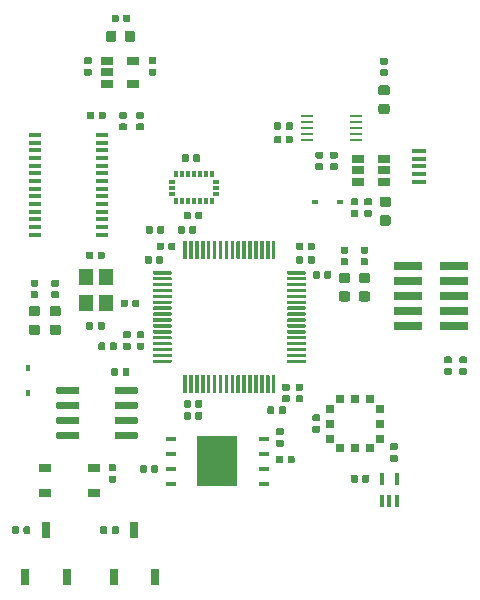
<source format=gbr>
G04 #@! TF.GenerationSoftware,KiCad,Pcbnew,(5.1.5)-3*
G04 #@! TF.CreationDate,2019-12-17T14:01:47+01:00*
G04 #@! TF.ProjectId,HadesMicroJLCPCB,48616465-734d-4696-9372-6f4a4c435043,rev?*
G04 #@! TF.SameCoordinates,Original*
G04 #@! TF.FileFunction,Paste,Top*
G04 #@! TF.FilePolarity,Positive*
%FSLAX46Y46*%
G04 Gerber Fmt 4.6, Leading zero omitted, Abs format (unit mm)*
G04 Created by KiCad (PCBNEW (5.1.5)-3) date 2019-12-17 14:01:47*
%MOMM*%
%LPD*%
G04 APERTURE LIST*
%ADD10R,1.100000X0.400000*%
%ADD11C,0.100000*%
%ADD12R,0.700000X0.650000*%
%ADD13R,0.650000X0.700000*%
%ADD14R,0.800000X1.400000*%
%ADD15R,0.450000X0.600000*%
%ADD16R,0.600000X0.450000*%
%ADD17R,0.950000X0.450000*%
%ADD18R,3.450000X4.350000*%
%ADD19R,1.200000X1.400000*%
%ADD20R,0.300000X0.600000*%
%ADD21R,0.600000X0.300000*%
%ADD22R,1.050000X0.650000*%
%ADD23R,2.400000X0.740000*%
%ADD24R,1.060000X0.650000*%
%ADD25R,0.400000X1.050000*%
%ADD26R,1.000000X0.250000*%
%ADD27R,1.300000X0.450000*%
G04 APERTURE END LIST*
D10*
X31567000Y-31335000D03*
X31567000Y-31985000D03*
X31567000Y-32635000D03*
X31567000Y-33285000D03*
X31567000Y-33935000D03*
X31567000Y-34585000D03*
X31567000Y-35235000D03*
X31567000Y-35885000D03*
X31567000Y-36535000D03*
X31567000Y-37185000D03*
X31567000Y-37835000D03*
X31567000Y-38485000D03*
X31567000Y-39135000D03*
X31567000Y-39785000D03*
X37267000Y-39785000D03*
X37267000Y-39135000D03*
X37267000Y-38485000D03*
X37267000Y-37835000D03*
X37267000Y-37185000D03*
X37267000Y-36535000D03*
X37267000Y-35885000D03*
X37267000Y-35235000D03*
X37267000Y-34585000D03*
X37267000Y-33935000D03*
X37267000Y-33285000D03*
X37267000Y-32635000D03*
X37267000Y-31985000D03*
X37267000Y-31335000D03*
D11*
G36*
X41434458Y-39050710D02*
G01*
X41448776Y-39052834D01*
X41462817Y-39056351D01*
X41476446Y-39061228D01*
X41489531Y-39067417D01*
X41501947Y-39074858D01*
X41513573Y-39083481D01*
X41524298Y-39093202D01*
X41534019Y-39103927D01*
X41542642Y-39115553D01*
X41550083Y-39127969D01*
X41556272Y-39141054D01*
X41561149Y-39154683D01*
X41564666Y-39168724D01*
X41566790Y-39183042D01*
X41567500Y-39197500D01*
X41567500Y-39542500D01*
X41566790Y-39556958D01*
X41564666Y-39571276D01*
X41561149Y-39585317D01*
X41556272Y-39598946D01*
X41550083Y-39612031D01*
X41542642Y-39624447D01*
X41534019Y-39636073D01*
X41524298Y-39646798D01*
X41513573Y-39656519D01*
X41501947Y-39665142D01*
X41489531Y-39672583D01*
X41476446Y-39678772D01*
X41462817Y-39683649D01*
X41448776Y-39687166D01*
X41434458Y-39689290D01*
X41420000Y-39690000D01*
X41125000Y-39690000D01*
X41110542Y-39689290D01*
X41096224Y-39687166D01*
X41082183Y-39683649D01*
X41068554Y-39678772D01*
X41055469Y-39672583D01*
X41043053Y-39665142D01*
X41031427Y-39656519D01*
X41020702Y-39646798D01*
X41010981Y-39636073D01*
X41002358Y-39624447D01*
X40994917Y-39612031D01*
X40988728Y-39598946D01*
X40983851Y-39585317D01*
X40980334Y-39571276D01*
X40978210Y-39556958D01*
X40977500Y-39542500D01*
X40977500Y-39197500D01*
X40978210Y-39183042D01*
X40980334Y-39168724D01*
X40983851Y-39154683D01*
X40988728Y-39141054D01*
X40994917Y-39127969D01*
X41002358Y-39115553D01*
X41010981Y-39103927D01*
X41020702Y-39093202D01*
X41031427Y-39083481D01*
X41043053Y-39074858D01*
X41055469Y-39067417D01*
X41068554Y-39061228D01*
X41082183Y-39056351D01*
X41096224Y-39052834D01*
X41110542Y-39050710D01*
X41125000Y-39050000D01*
X41420000Y-39050000D01*
X41434458Y-39050710D01*
G37*
G36*
X42404458Y-39050710D02*
G01*
X42418776Y-39052834D01*
X42432817Y-39056351D01*
X42446446Y-39061228D01*
X42459531Y-39067417D01*
X42471947Y-39074858D01*
X42483573Y-39083481D01*
X42494298Y-39093202D01*
X42504019Y-39103927D01*
X42512642Y-39115553D01*
X42520083Y-39127969D01*
X42526272Y-39141054D01*
X42531149Y-39154683D01*
X42534666Y-39168724D01*
X42536790Y-39183042D01*
X42537500Y-39197500D01*
X42537500Y-39542500D01*
X42536790Y-39556958D01*
X42534666Y-39571276D01*
X42531149Y-39585317D01*
X42526272Y-39598946D01*
X42520083Y-39612031D01*
X42512642Y-39624447D01*
X42504019Y-39636073D01*
X42494298Y-39646798D01*
X42483573Y-39656519D01*
X42471947Y-39665142D01*
X42459531Y-39672583D01*
X42446446Y-39678772D01*
X42432817Y-39683649D01*
X42418776Y-39687166D01*
X42404458Y-39689290D01*
X42390000Y-39690000D01*
X42095000Y-39690000D01*
X42080542Y-39689290D01*
X42066224Y-39687166D01*
X42052183Y-39683649D01*
X42038554Y-39678772D01*
X42025469Y-39672583D01*
X42013053Y-39665142D01*
X42001427Y-39656519D01*
X41990702Y-39646798D01*
X41980981Y-39636073D01*
X41972358Y-39624447D01*
X41964917Y-39612031D01*
X41958728Y-39598946D01*
X41953851Y-39585317D01*
X41950334Y-39571276D01*
X41948210Y-39556958D01*
X41947500Y-39542500D01*
X41947500Y-39197500D01*
X41948210Y-39183042D01*
X41950334Y-39168724D01*
X41953851Y-39154683D01*
X41958728Y-39141054D01*
X41964917Y-39127969D01*
X41972358Y-39115553D01*
X41980981Y-39103927D01*
X41990702Y-39093202D01*
X42001427Y-39083481D01*
X42013053Y-39074858D01*
X42025469Y-39067417D01*
X42038554Y-39061228D01*
X42052183Y-39056351D01*
X42066224Y-39052834D01*
X42080542Y-39050710D01*
X42095000Y-39050000D01*
X42390000Y-39050000D01*
X42404458Y-39050710D01*
G37*
D12*
X59969400Y-57878400D03*
X58699400Y-57878400D03*
X57429400Y-57878400D03*
D13*
X56599400Y-57048400D03*
X56599400Y-55778400D03*
X56599400Y-54508400D03*
D12*
X57429400Y-53678400D03*
X58699400Y-53678400D03*
X59969400Y-53678400D03*
D13*
X60799400Y-54508400D03*
X60799400Y-55778400D03*
X60799400Y-57048400D03*
D11*
G36*
X43083151Y-42855761D02*
G01*
X43090432Y-42856841D01*
X43097571Y-42858629D01*
X43104501Y-42861109D01*
X43111155Y-42864256D01*
X43117468Y-42868040D01*
X43123379Y-42872424D01*
X43128833Y-42877367D01*
X43133776Y-42882821D01*
X43138160Y-42888732D01*
X43141944Y-42895045D01*
X43145091Y-42901699D01*
X43147571Y-42908629D01*
X43149359Y-42915768D01*
X43150439Y-42923049D01*
X43150800Y-42930400D01*
X43150800Y-43080400D01*
X43150439Y-43087751D01*
X43149359Y-43095032D01*
X43147571Y-43102171D01*
X43145091Y-43109101D01*
X43141944Y-43115755D01*
X43138160Y-43122068D01*
X43133776Y-43127979D01*
X43128833Y-43133433D01*
X43123379Y-43138376D01*
X43117468Y-43142760D01*
X43111155Y-43146544D01*
X43104501Y-43149691D01*
X43097571Y-43152171D01*
X43090432Y-43153959D01*
X43083151Y-43155039D01*
X43075800Y-43155400D01*
X41675800Y-43155400D01*
X41668449Y-43155039D01*
X41661168Y-43153959D01*
X41654029Y-43152171D01*
X41647099Y-43149691D01*
X41640445Y-43146544D01*
X41634132Y-43142760D01*
X41628221Y-43138376D01*
X41622767Y-43133433D01*
X41617824Y-43127979D01*
X41613440Y-43122068D01*
X41609656Y-43115755D01*
X41606509Y-43109101D01*
X41604029Y-43102171D01*
X41602241Y-43095032D01*
X41601161Y-43087751D01*
X41600800Y-43080400D01*
X41600800Y-42930400D01*
X41601161Y-42923049D01*
X41602241Y-42915768D01*
X41604029Y-42908629D01*
X41606509Y-42901699D01*
X41609656Y-42895045D01*
X41613440Y-42888732D01*
X41617824Y-42882821D01*
X41622767Y-42877367D01*
X41628221Y-42872424D01*
X41634132Y-42868040D01*
X41640445Y-42864256D01*
X41647099Y-42861109D01*
X41654029Y-42858629D01*
X41661168Y-42856841D01*
X41668449Y-42855761D01*
X41675800Y-42855400D01*
X43075800Y-42855400D01*
X43083151Y-42855761D01*
G37*
G36*
X43083151Y-43355761D02*
G01*
X43090432Y-43356841D01*
X43097571Y-43358629D01*
X43104501Y-43361109D01*
X43111155Y-43364256D01*
X43117468Y-43368040D01*
X43123379Y-43372424D01*
X43128833Y-43377367D01*
X43133776Y-43382821D01*
X43138160Y-43388732D01*
X43141944Y-43395045D01*
X43145091Y-43401699D01*
X43147571Y-43408629D01*
X43149359Y-43415768D01*
X43150439Y-43423049D01*
X43150800Y-43430400D01*
X43150800Y-43580400D01*
X43150439Y-43587751D01*
X43149359Y-43595032D01*
X43147571Y-43602171D01*
X43145091Y-43609101D01*
X43141944Y-43615755D01*
X43138160Y-43622068D01*
X43133776Y-43627979D01*
X43128833Y-43633433D01*
X43123379Y-43638376D01*
X43117468Y-43642760D01*
X43111155Y-43646544D01*
X43104501Y-43649691D01*
X43097571Y-43652171D01*
X43090432Y-43653959D01*
X43083151Y-43655039D01*
X43075800Y-43655400D01*
X41675800Y-43655400D01*
X41668449Y-43655039D01*
X41661168Y-43653959D01*
X41654029Y-43652171D01*
X41647099Y-43649691D01*
X41640445Y-43646544D01*
X41634132Y-43642760D01*
X41628221Y-43638376D01*
X41622767Y-43633433D01*
X41617824Y-43627979D01*
X41613440Y-43622068D01*
X41609656Y-43615755D01*
X41606509Y-43609101D01*
X41604029Y-43602171D01*
X41602241Y-43595032D01*
X41601161Y-43587751D01*
X41600800Y-43580400D01*
X41600800Y-43430400D01*
X41601161Y-43423049D01*
X41602241Y-43415768D01*
X41604029Y-43408629D01*
X41606509Y-43401699D01*
X41609656Y-43395045D01*
X41613440Y-43388732D01*
X41617824Y-43382821D01*
X41622767Y-43377367D01*
X41628221Y-43372424D01*
X41634132Y-43368040D01*
X41640445Y-43364256D01*
X41647099Y-43361109D01*
X41654029Y-43358629D01*
X41661168Y-43356841D01*
X41668449Y-43355761D01*
X41675800Y-43355400D01*
X43075800Y-43355400D01*
X43083151Y-43355761D01*
G37*
G36*
X43083151Y-43855761D02*
G01*
X43090432Y-43856841D01*
X43097571Y-43858629D01*
X43104501Y-43861109D01*
X43111155Y-43864256D01*
X43117468Y-43868040D01*
X43123379Y-43872424D01*
X43128833Y-43877367D01*
X43133776Y-43882821D01*
X43138160Y-43888732D01*
X43141944Y-43895045D01*
X43145091Y-43901699D01*
X43147571Y-43908629D01*
X43149359Y-43915768D01*
X43150439Y-43923049D01*
X43150800Y-43930400D01*
X43150800Y-44080400D01*
X43150439Y-44087751D01*
X43149359Y-44095032D01*
X43147571Y-44102171D01*
X43145091Y-44109101D01*
X43141944Y-44115755D01*
X43138160Y-44122068D01*
X43133776Y-44127979D01*
X43128833Y-44133433D01*
X43123379Y-44138376D01*
X43117468Y-44142760D01*
X43111155Y-44146544D01*
X43104501Y-44149691D01*
X43097571Y-44152171D01*
X43090432Y-44153959D01*
X43083151Y-44155039D01*
X43075800Y-44155400D01*
X41675800Y-44155400D01*
X41668449Y-44155039D01*
X41661168Y-44153959D01*
X41654029Y-44152171D01*
X41647099Y-44149691D01*
X41640445Y-44146544D01*
X41634132Y-44142760D01*
X41628221Y-44138376D01*
X41622767Y-44133433D01*
X41617824Y-44127979D01*
X41613440Y-44122068D01*
X41609656Y-44115755D01*
X41606509Y-44109101D01*
X41604029Y-44102171D01*
X41602241Y-44095032D01*
X41601161Y-44087751D01*
X41600800Y-44080400D01*
X41600800Y-43930400D01*
X41601161Y-43923049D01*
X41602241Y-43915768D01*
X41604029Y-43908629D01*
X41606509Y-43901699D01*
X41609656Y-43895045D01*
X41613440Y-43888732D01*
X41617824Y-43882821D01*
X41622767Y-43877367D01*
X41628221Y-43872424D01*
X41634132Y-43868040D01*
X41640445Y-43864256D01*
X41647099Y-43861109D01*
X41654029Y-43858629D01*
X41661168Y-43856841D01*
X41668449Y-43855761D01*
X41675800Y-43855400D01*
X43075800Y-43855400D01*
X43083151Y-43855761D01*
G37*
G36*
X43083151Y-44355761D02*
G01*
X43090432Y-44356841D01*
X43097571Y-44358629D01*
X43104501Y-44361109D01*
X43111155Y-44364256D01*
X43117468Y-44368040D01*
X43123379Y-44372424D01*
X43128833Y-44377367D01*
X43133776Y-44382821D01*
X43138160Y-44388732D01*
X43141944Y-44395045D01*
X43145091Y-44401699D01*
X43147571Y-44408629D01*
X43149359Y-44415768D01*
X43150439Y-44423049D01*
X43150800Y-44430400D01*
X43150800Y-44580400D01*
X43150439Y-44587751D01*
X43149359Y-44595032D01*
X43147571Y-44602171D01*
X43145091Y-44609101D01*
X43141944Y-44615755D01*
X43138160Y-44622068D01*
X43133776Y-44627979D01*
X43128833Y-44633433D01*
X43123379Y-44638376D01*
X43117468Y-44642760D01*
X43111155Y-44646544D01*
X43104501Y-44649691D01*
X43097571Y-44652171D01*
X43090432Y-44653959D01*
X43083151Y-44655039D01*
X43075800Y-44655400D01*
X41675800Y-44655400D01*
X41668449Y-44655039D01*
X41661168Y-44653959D01*
X41654029Y-44652171D01*
X41647099Y-44649691D01*
X41640445Y-44646544D01*
X41634132Y-44642760D01*
X41628221Y-44638376D01*
X41622767Y-44633433D01*
X41617824Y-44627979D01*
X41613440Y-44622068D01*
X41609656Y-44615755D01*
X41606509Y-44609101D01*
X41604029Y-44602171D01*
X41602241Y-44595032D01*
X41601161Y-44587751D01*
X41600800Y-44580400D01*
X41600800Y-44430400D01*
X41601161Y-44423049D01*
X41602241Y-44415768D01*
X41604029Y-44408629D01*
X41606509Y-44401699D01*
X41609656Y-44395045D01*
X41613440Y-44388732D01*
X41617824Y-44382821D01*
X41622767Y-44377367D01*
X41628221Y-44372424D01*
X41634132Y-44368040D01*
X41640445Y-44364256D01*
X41647099Y-44361109D01*
X41654029Y-44358629D01*
X41661168Y-44356841D01*
X41668449Y-44355761D01*
X41675800Y-44355400D01*
X43075800Y-44355400D01*
X43083151Y-44355761D01*
G37*
G36*
X43083151Y-44855761D02*
G01*
X43090432Y-44856841D01*
X43097571Y-44858629D01*
X43104501Y-44861109D01*
X43111155Y-44864256D01*
X43117468Y-44868040D01*
X43123379Y-44872424D01*
X43128833Y-44877367D01*
X43133776Y-44882821D01*
X43138160Y-44888732D01*
X43141944Y-44895045D01*
X43145091Y-44901699D01*
X43147571Y-44908629D01*
X43149359Y-44915768D01*
X43150439Y-44923049D01*
X43150800Y-44930400D01*
X43150800Y-45080400D01*
X43150439Y-45087751D01*
X43149359Y-45095032D01*
X43147571Y-45102171D01*
X43145091Y-45109101D01*
X43141944Y-45115755D01*
X43138160Y-45122068D01*
X43133776Y-45127979D01*
X43128833Y-45133433D01*
X43123379Y-45138376D01*
X43117468Y-45142760D01*
X43111155Y-45146544D01*
X43104501Y-45149691D01*
X43097571Y-45152171D01*
X43090432Y-45153959D01*
X43083151Y-45155039D01*
X43075800Y-45155400D01*
X41675800Y-45155400D01*
X41668449Y-45155039D01*
X41661168Y-45153959D01*
X41654029Y-45152171D01*
X41647099Y-45149691D01*
X41640445Y-45146544D01*
X41634132Y-45142760D01*
X41628221Y-45138376D01*
X41622767Y-45133433D01*
X41617824Y-45127979D01*
X41613440Y-45122068D01*
X41609656Y-45115755D01*
X41606509Y-45109101D01*
X41604029Y-45102171D01*
X41602241Y-45095032D01*
X41601161Y-45087751D01*
X41600800Y-45080400D01*
X41600800Y-44930400D01*
X41601161Y-44923049D01*
X41602241Y-44915768D01*
X41604029Y-44908629D01*
X41606509Y-44901699D01*
X41609656Y-44895045D01*
X41613440Y-44888732D01*
X41617824Y-44882821D01*
X41622767Y-44877367D01*
X41628221Y-44872424D01*
X41634132Y-44868040D01*
X41640445Y-44864256D01*
X41647099Y-44861109D01*
X41654029Y-44858629D01*
X41661168Y-44856841D01*
X41668449Y-44855761D01*
X41675800Y-44855400D01*
X43075800Y-44855400D01*
X43083151Y-44855761D01*
G37*
G36*
X43083151Y-45355761D02*
G01*
X43090432Y-45356841D01*
X43097571Y-45358629D01*
X43104501Y-45361109D01*
X43111155Y-45364256D01*
X43117468Y-45368040D01*
X43123379Y-45372424D01*
X43128833Y-45377367D01*
X43133776Y-45382821D01*
X43138160Y-45388732D01*
X43141944Y-45395045D01*
X43145091Y-45401699D01*
X43147571Y-45408629D01*
X43149359Y-45415768D01*
X43150439Y-45423049D01*
X43150800Y-45430400D01*
X43150800Y-45580400D01*
X43150439Y-45587751D01*
X43149359Y-45595032D01*
X43147571Y-45602171D01*
X43145091Y-45609101D01*
X43141944Y-45615755D01*
X43138160Y-45622068D01*
X43133776Y-45627979D01*
X43128833Y-45633433D01*
X43123379Y-45638376D01*
X43117468Y-45642760D01*
X43111155Y-45646544D01*
X43104501Y-45649691D01*
X43097571Y-45652171D01*
X43090432Y-45653959D01*
X43083151Y-45655039D01*
X43075800Y-45655400D01*
X41675800Y-45655400D01*
X41668449Y-45655039D01*
X41661168Y-45653959D01*
X41654029Y-45652171D01*
X41647099Y-45649691D01*
X41640445Y-45646544D01*
X41634132Y-45642760D01*
X41628221Y-45638376D01*
X41622767Y-45633433D01*
X41617824Y-45627979D01*
X41613440Y-45622068D01*
X41609656Y-45615755D01*
X41606509Y-45609101D01*
X41604029Y-45602171D01*
X41602241Y-45595032D01*
X41601161Y-45587751D01*
X41600800Y-45580400D01*
X41600800Y-45430400D01*
X41601161Y-45423049D01*
X41602241Y-45415768D01*
X41604029Y-45408629D01*
X41606509Y-45401699D01*
X41609656Y-45395045D01*
X41613440Y-45388732D01*
X41617824Y-45382821D01*
X41622767Y-45377367D01*
X41628221Y-45372424D01*
X41634132Y-45368040D01*
X41640445Y-45364256D01*
X41647099Y-45361109D01*
X41654029Y-45358629D01*
X41661168Y-45356841D01*
X41668449Y-45355761D01*
X41675800Y-45355400D01*
X43075800Y-45355400D01*
X43083151Y-45355761D01*
G37*
G36*
X43083151Y-45855761D02*
G01*
X43090432Y-45856841D01*
X43097571Y-45858629D01*
X43104501Y-45861109D01*
X43111155Y-45864256D01*
X43117468Y-45868040D01*
X43123379Y-45872424D01*
X43128833Y-45877367D01*
X43133776Y-45882821D01*
X43138160Y-45888732D01*
X43141944Y-45895045D01*
X43145091Y-45901699D01*
X43147571Y-45908629D01*
X43149359Y-45915768D01*
X43150439Y-45923049D01*
X43150800Y-45930400D01*
X43150800Y-46080400D01*
X43150439Y-46087751D01*
X43149359Y-46095032D01*
X43147571Y-46102171D01*
X43145091Y-46109101D01*
X43141944Y-46115755D01*
X43138160Y-46122068D01*
X43133776Y-46127979D01*
X43128833Y-46133433D01*
X43123379Y-46138376D01*
X43117468Y-46142760D01*
X43111155Y-46146544D01*
X43104501Y-46149691D01*
X43097571Y-46152171D01*
X43090432Y-46153959D01*
X43083151Y-46155039D01*
X43075800Y-46155400D01*
X41675800Y-46155400D01*
X41668449Y-46155039D01*
X41661168Y-46153959D01*
X41654029Y-46152171D01*
X41647099Y-46149691D01*
X41640445Y-46146544D01*
X41634132Y-46142760D01*
X41628221Y-46138376D01*
X41622767Y-46133433D01*
X41617824Y-46127979D01*
X41613440Y-46122068D01*
X41609656Y-46115755D01*
X41606509Y-46109101D01*
X41604029Y-46102171D01*
X41602241Y-46095032D01*
X41601161Y-46087751D01*
X41600800Y-46080400D01*
X41600800Y-45930400D01*
X41601161Y-45923049D01*
X41602241Y-45915768D01*
X41604029Y-45908629D01*
X41606509Y-45901699D01*
X41609656Y-45895045D01*
X41613440Y-45888732D01*
X41617824Y-45882821D01*
X41622767Y-45877367D01*
X41628221Y-45872424D01*
X41634132Y-45868040D01*
X41640445Y-45864256D01*
X41647099Y-45861109D01*
X41654029Y-45858629D01*
X41661168Y-45856841D01*
X41668449Y-45855761D01*
X41675800Y-45855400D01*
X43075800Y-45855400D01*
X43083151Y-45855761D01*
G37*
G36*
X43083151Y-46355761D02*
G01*
X43090432Y-46356841D01*
X43097571Y-46358629D01*
X43104501Y-46361109D01*
X43111155Y-46364256D01*
X43117468Y-46368040D01*
X43123379Y-46372424D01*
X43128833Y-46377367D01*
X43133776Y-46382821D01*
X43138160Y-46388732D01*
X43141944Y-46395045D01*
X43145091Y-46401699D01*
X43147571Y-46408629D01*
X43149359Y-46415768D01*
X43150439Y-46423049D01*
X43150800Y-46430400D01*
X43150800Y-46580400D01*
X43150439Y-46587751D01*
X43149359Y-46595032D01*
X43147571Y-46602171D01*
X43145091Y-46609101D01*
X43141944Y-46615755D01*
X43138160Y-46622068D01*
X43133776Y-46627979D01*
X43128833Y-46633433D01*
X43123379Y-46638376D01*
X43117468Y-46642760D01*
X43111155Y-46646544D01*
X43104501Y-46649691D01*
X43097571Y-46652171D01*
X43090432Y-46653959D01*
X43083151Y-46655039D01*
X43075800Y-46655400D01*
X41675800Y-46655400D01*
X41668449Y-46655039D01*
X41661168Y-46653959D01*
X41654029Y-46652171D01*
X41647099Y-46649691D01*
X41640445Y-46646544D01*
X41634132Y-46642760D01*
X41628221Y-46638376D01*
X41622767Y-46633433D01*
X41617824Y-46627979D01*
X41613440Y-46622068D01*
X41609656Y-46615755D01*
X41606509Y-46609101D01*
X41604029Y-46602171D01*
X41602241Y-46595032D01*
X41601161Y-46587751D01*
X41600800Y-46580400D01*
X41600800Y-46430400D01*
X41601161Y-46423049D01*
X41602241Y-46415768D01*
X41604029Y-46408629D01*
X41606509Y-46401699D01*
X41609656Y-46395045D01*
X41613440Y-46388732D01*
X41617824Y-46382821D01*
X41622767Y-46377367D01*
X41628221Y-46372424D01*
X41634132Y-46368040D01*
X41640445Y-46364256D01*
X41647099Y-46361109D01*
X41654029Y-46358629D01*
X41661168Y-46356841D01*
X41668449Y-46355761D01*
X41675800Y-46355400D01*
X43075800Y-46355400D01*
X43083151Y-46355761D01*
G37*
G36*
X43083151Y-46855761D02*
G01*
X43090432Y-46856841D01*
X43097571Y-46858629D01*
X43104501Y-46861109D01*
X43111155Y-46864256D01*
X43117468Y-46868040D01*
X43123379Y-46872424D01*
X43128833Y-46877367D01*
X43133776Y-46882821D01*
X43138160Y-46888732D01*
X43141944Y-46895045D01*
X43145091Y-46901699D01*
X43147571Y-46908629D01*
X43149359Y-46915768D01*
X43150439Y-46923049D01*
X43150800Y-46930400D01*
X43150800Y-47080400D01*
X43150439Y-47087751D01*
X43149359Y-47095032D01*
X43147571Y-47102171D01*
X43145091Y-47109101D01*
X43141944Y-47115755D01*
X43138160Y-47122068D01*
X43133776Y-47127979D01*
X43128833Y-47133433D01*
X43123379Y-47138376D01*
X43117468Y-47142760D01*
X43111155Y-47146544D01*
X43104501Y-47149691D01*
X43097571Y-47152171D01*
X43090432Y-47153959D01*
X43083151Y-47155039D01*
X43075800Y-47155400D01*
X41675800Y-47155400D01*
X41668449Y-47155039D01*
X41661168Y-47153959D01*
X41654029Y-47152171D01*
X41647099Y-47149691D01*
X41640445Y-47146544D01*
X41634132Y-47142760D01*
X41628221Y-47138376D01*
X41622767Y-47133433D01*
X41617824Y-47127979D01*
X41613440Y-47122068D01*
X41609656Y-47115755D01*
X41606509Y-47109101D01*
X41604029Y-47102171D01*
X41602241Y-47095032D01*
X41601161Y-47087751D01*
X41600800Y-47080400D01*
X41600800Y-46930400D01*
X41601161Y-46923049D01*
X41602241Y-46915768D01*
X41604029Y-46908629D01*
X41606509Y-46901699D01*
X41609656Y-46895045D01*
X41613440Y-46888732D01*
X41617824Y-46882821D01*
X41622767Y-46877367D01*
X41628221Y-46872424D01*
X41634132Y-46868040D01*
X41640445Y-46864256D01*
X41647099Y-46861109D01*
X41654029Y-46858629D01*
X41661168Y-46856841D01*
X41668449Y-46855761D01*
X41675800Y-46855400D01*
X43075800Y-46855400D01*
X43083151Y-46855761D01*
G37*
G36*
X43083151Y-47355761D02*
G01*
X43090432Y-47356841D01*
X43097571Y-47358629D01*
X43104501Y-47361109D01*
X43111155Y-47364256D01*
X43117468Y-47368040D01*
X43123379Y-47372424D01*
X43128833Y-47377367D01*
X43133776Y-47382821D01*
X43138160Y-47388732D01*
X43141944Y-47395045D01*
X43145091Y-47401699D01*
X43147571Y-47408629D01*
X43149359Y-47415768D01*
X43150439Y-47423049D01*
X43150800Y-47430400D01*
X43150800Y-47580400D01*
X43150439Y-47587751D01*
X43149359Y-47595032D01*
X43147571Y-47602171D01*
X43145091Y-47609101D01*
X43141944Y-47615755D01*
X43138160Y-47622068D01*
X43133776Y-47627979D01*
X43128833Y-47633433D01*
X43123379Y-47638376D01*
X43117468Y-47642760D01*
X43111155Y-47646544D01*
X43104501Y-47649691D01*
X43097571Y-47652171D01*
X43090432Y-47653959D01*
X43083151Y-47655039D01*
X43075800Y-47655400D01*
X41675800Y-47655400D01*
X41668449Y-47655039D01*
X41661168Y-47653959D01*
X41654029Y-47652171D01*
X41647099Y-47649691D01*
X41640445Y-47646544D01*
X41634132Y-47642760D01*
X41628221Y-47638376D01*
X41622767Y-47633433D01*
X41617824Y-47627979D01*
X41613440Y-47622068D01*
X41609656Y-47615755D01*
X41606509Y-47609101D01*
X41604029Y-47602171D01*
X41602241Y-47595032D01*
X41601161Y-47587751D01*
X41600800Y-47580400D01*
X41600800Y-47430400D01*
X41601161Y-47423049D01*
X41602241Y-47415768D01*
X41604029Y-47408629D01*
X41606509Y-47401699D01*
X41609656Y-47395045D01*
X41613440Y-47388732D01*
X41617824Y-47382821D01*
X41622767Y-47377367D01*
X41628221Y-47372424D01*
X41634132Y-47368040D01*
X41640445Y-47364256D01*
X41647099Y-47361109D01*
X41654029Y-47358629D01*
X41661168Y-47356841D01*
X41668449Y-47355761D01*
X41675800Y-47355400D01*
X43075800Y-47355400D01*
X43083151Y-47355761D01*
G37*
G36*
X43083151Y-47855761D02*
G01*
X43090432Y-47856841D01*
X43097571Y-47858629D01*
X43104501Y-47861109D01*
X43111155Y-47864256D01*
X43117468Y-47868040D01*
X43123379Y-47872424D01*
X43128833Y-47877367D01*
X43133776Y-47882821D01*
X43138160Y-47888732D01*
X43141944Y-47895045D01*
X43145091Y-47901699D01*
X43147571Y-47908629D01*
X43149359Y-47915768D01*
X43150439Y-47923049D01*
X43150800Y-47930400D01*
X43150800Y-48080400D01*
X43150439Y-48087751D01*
X43149359Y-48095032D01*
X43147571Y-48102171D01*
X43145091Y-48109101D01*
X43141944Y-48115755D01*
X43138160Y-48122068D01*
X43133776Y-48127979D01*
X43128833Y-48133433D01*
X43123379Y-48138376D01*
X43117468Y-48142760D01*
X43111155Y-48146544D01*
X43104501Y-48149691D01*
X43097571Y-48152171D01*
X43090432Y-48153959D01*
X43083151Y-48155039D01*
X43075800Y-48155400D01*
X41675800Y-48155400D01*
X41668449Y-48155039D01*
X41661168Y-48153959D01*
X41654029Y-48152171D01*
X41647099Y-48149691D01*
X41640445Y-48146544D01*
X41634132Y-48142760D01*
X41628221Y-48138376D01*
X41622767Y-48133433D01*
X41617824Y-48127979D01*
X41613440Y-48122068D01*
X41609656Y-48115755D01*
X41606509Y-48109101D01*
X41604029Y-48102171D01*
X41602241Y-48095032D01*
X41601161Y-48087751D01*
X41600800Y-48080400D01*
X41600800Y-47930400D01*
X41601161Y-47923049D01*
X41602241Y-47915768D01*
X41604029Y-47908629D01*
X41606509Y-47901699D01*
X41609656Y-47895045D01*
X41613440Y-47888732D01*
X41617824Y-47882821D01*
X41622767Y-47877367D01*
X41628221Y-47872424D01*
X41634132Y-47868040D01*
X41640445Y-47864256D01*
X41647099Y-47861109D01*
X41654029Y-47858629D01*
X41661168Y-47856841D01*
X41668449Y-47855761D01*
X41675800Y-47855400D01*
X43075800Y-47855400D01*
X43083151Y-47855761D01*
G37*
G36*
X43083151Y-48355761D02*
G01*
X43090432Y-48356841D01*
X43097571Y-48358629D01*
X43104501Y-48361109D01*
X43111155Y-48364256D01*
X43117468Y-48368040D01*
X43123379Y-48372424D01*
X43128833Y-48377367D01*
X43133776Y-48382821D01*
X43138160Y-48388732D01*
X43141944Y-48395045D01*
X43145091Y-48401699D01*
X43147571Y-48408629D01*
X43149359Y-48415768D01*
X43150439Y-48423049D01*
X43150800Y-48430400D01*
X43150800Y-48580400D01*
X43150439Y-48587751D01*
X43149359Y-48595032D01*
X43147571Y-48602171D01*
X43145091Y-48609101D01*
X43141944Y-48615755D01*
X43138160Y-48622068D01*
X43133776Y-48627979D01*
X43128833Y-48633433D01*
X43123379Y-48638376D01*
X43117468Y-48642760D01*
X43111155Y-48646544D01*
X43104501Y-48649691D01*
X43097571Y-48652171D01*
X43090432Y-48653959D01*
X43083151Y-48655039D01*
X43075800Y-48655400D01*
X41675800Y-48655400D01*
X41668449Y-48655039D01*
X41661168Y-48653959D01*
X41654029Y-48652171D01*
X41647099Y-48649691D01*
X41640445Y-48646544D01*
X41634132Y-48642760D01*
X41628221Y-48638376D01*
X41622767Y-48633433D01*
X41617824Y-48627979D01*
X41613440Y-48622068D01*
X41609656Y-48615755D01*
X41606509Y-48609101D01*
X41604029Y-48602171D01*
X41602241Y-48595032D01*
X41601161Y-48587751D01*
X41600800Y-48580400D01*
X41600800Y-48430400D01*
X41601161Y-48423049D01*
X41602241Y-48415768D01*
X41604029Y-48408629D01*
X41606509Y-48401699D01*
X41609656Y-48395045D01*
X41613440Y-48388732D01*
X41617824Y-48382821D01*
X41622767Y-48377367D01*
X41628221Y-48372424D01*
X41634132Y-48368040D01*
X41640445Y-48364256D01*
X41647099Y-48361109D01*
X41654029Y-48358629D01*
X41661168Y-48356841D01*
X41668449Y-48355761D01*
X41675800Y-48355400D01*
X43075800Y-48355400D01*
X43083151Y-48355761D01*
G37*
G36*
X43083151Y-48855761D02*
G01*
X43090432Y-48856841D01*
X43097571Y-48858629D01*
X43104501Y-48861109D01*
X43111155Y-48864256D01*
X43117468Y-48868040D01*
X43123379Y-48872424D01*
X43128833Y-48877367D01*
X43133776Y-48882821D01*
X43138160Y-48888732D01*
X43141944Y-48895045D01*
X43145091Y-48901699D01*
X43147571Y-48908629D01*
X43149359Y-48915768D01*
X43150439Y-48923049D01*
X43150800Y-48930400D01*
X43150800Y-49080400D01*
X43150439Y-49087751D01*
X43149359Y-49095032D01*
X43147571Y-49102171D01*
X43145091Y-49109101D01*
X43141944Y-49115755D01*
X43138160Y-49122068D01*
X43133776Y-49127979D01*
X43128833Y-49133433D01*
X43123379Y-49138376D01*
X43117468Y-49142760D01*
X43111155Y-49146544D01*
X43104501Y-49149691D01*
X43097571Y-49152171D01*
X43090432Y-49153959D01*
X43083151Y-49155039D01*
X43075800Y-49155400D01*
X41675800Y-49155400D01*
X41668449Y-49155039D01*
X41661168Y-49153959D01*
X41654029Y-49152171D01*
X41647099Y-49149691D01*
X41640445Y-49146544D01*
X41634132Y-49142760D01*
X41628221Y-49138376D01*
X41622767Y-49133433D01*
X41617824Y-49127979D01*
X41613440Y-49122068D01*
X41609656Y-49115755D01*
X41606509Y-49109101D01*
X41604029Y-49102171D01*
X41602241Y-49095032D01*
X41601161Y-49087751D01*
X41600800Y-49080400D01*
X41600800Y-48930400D01*
X41601161Y-48923049D01*
X41602241Y-48915768D01*
X41604029Y-48908629D01*
X41606509Y-48901699D01*
X41609656Y-48895045D01*
X41613440Y-48888732D01*
X41617824Y-48882821D01*
X41622767Y-48877367D01*
X41628221Y-48872424D01*
X41634132Y-48868040D01*
X41640445Y-48864256D01*
X41647099Y-48861109D01*
X41654029Y-48858629D01*
X41661168Y-48856841D01*
X41668449Y-48855761D01*
X41675800Y-48855400D01*
X43075800Y-48855400D01*
X43083151Y-48855761D01*
G37*
G36*
X43083151Y-49355761D02*
G01*
X43090432Y-49356841D01*
X43097571Y-49358629D01*
X43104501Y-49361109D01*
X43111155Y-49364256D01*
X43117468Y-49368040D01*
X43123379Y-49372424D01*
X43128833Y-49377367D01*
X43133776Y-49382821D01*
X43138160Y-49388732D01*
X43141944Y-49395045D01*
X43145091Y-49401699D01*
X43147571Y-49408629D01*
X43149359Y-49415768D01*
X43150439Y-49423049D01*
X43150800Y-49430400D01*
X43150800Y-49580400D01*
X43150439Y-49587751D01*
X43149359Y-49595032D01*
X43147571Y-49602171D01*
X43145091Y-49609101D01*
X43141944Y-49615755D01*
X43138160Y-49622068D01*
X43133776Y-49627979D01*
X43128833Y-49633433D01*
X43123379Y-49638376D01*
X43117468Y-49642760D01*
X43111155Y-49646544D01*
X43104501Y-49649691D01*
X43097571Y-49652171D01*
X43090432Y-49653959D01*
X43083151Y-49655039D01*
X43075800Y-49655400D01*
X41675800Y-49655400D01*
X41668449Y-49655039D01*
X41661168Y-49653959D01*
X41654029Y-49652171D01*
X41647099Y-49649691D01*
X41640445Y-49646544D01*
X41634132Y-49642760D01*
X41628221Y-49638376D01*
X41622767Y-49633433D01*
X41617824Y-49627979D01*
X41613440Y-49622068D01*
X41609656Y-49615755D01*
X41606509Y-49609101D01*
X41604029Y-49602171D01*
X41602241Y-49595032D01*
X41601161Y-49587751D01*
X41600800Y-49580400D01*
X41600800Y-49430400D01*
X41601161Y-49423049D01*
X41602241Y-49415768D01*
X41604029Y-49408629D01*
X41606509Y-49401699D01*
X41609656Y-49395045D01*
X41613440Y-49388732D01*
X41617824Y-49382821D01*
X41622767Y-49377367D01*
X41628221Y-49372424D01*
X41634132Y-49368040D01*
X41640445Y-49364256D01*
X41647099Y-49361109D01*
X41654029Y-49358629D01*
X41661168Y-49356841D01*
X41668449Y-49355761D01*
X41675800Y-49355400D01*
X43075800Y-49355400D01*
X43083151Y-49355761D01*
G37*
G36*
X43083151Y-49855761D02*
G01*
X43090432Y-49856841D01*
X43097571Y-49858629D01*
X43104501Y-49861109D01*
X43111155Y-49864256D01*
X43117468Y-49868040D01*
X43123379Y-49872424D01*
X43128833Y-49877367D01*
X43133776Y-49882821D01*
X43138160Y-49888732D01*
X43141944Y-49895045D01*
X43145091Y-49901699D01*
X43147571Y-49908629D01*
X43149359Y-49915768D01*
X43150439Y-49923049D01*
X43150800Y-49930400D01*
X43150800Y-50080400D01*
X43150439Y-50087751D01*
X43149359Y-50095032D01*
X43147571Y-50102171D01*
X43145091Y-50109101D01*
X43141944Y-50115755D01*
X43138160Y-50122068D01*
X43133776Y-50127979D01*
X43128833Y-50133433D01*
X43123379Y-50138376D01*
X43117468Y-50142760D01*
X43111155Y-50146544D01*
X43104501Y-50149691D01*
X43097571Y-50152171D01*
X43090432Y-50153959D01*
X43083151Y-50155039D01*
X43075800Y-50155400D01*
X41675800Y-50155400D01*
X41668449Y-50155039D01*
X41661168Y-50153959D01*
X41654029Y-50152171D01*
X41647099Y-50149691D01*
X41640445Y-50146544D01*
X41634132Y-50142760D01*
X41628221Y-50138376D01*
X41622767Y-50133433D01*
X41617824Y-50127979D01*
X41613440Y-50122068D01*
X41609656Y-50115755D01*
X41606509Y-50109101D01*
X41604029Y-50102171D01*
X41602241Y-50095032D01*
X41601161Y-50087751D01*
X41600800Y-50080400D01*
X41600800Y-49930400D01*
X41601161Y-49923049D01*
X41602241Y-49915768D01*
X41604029Y-49908629D01*
X41606509Y-49901699D01*
X41609656Y-49895045D01*
X41613440Y-49888732D01*
X41617824Y-49882821D01*
X41622767Y-49877367D01*
X41628221Y-49872424D01*
X41634132Y-49868040D01*
X41640445Y-49864256D01*
X41647099Y-49861109D01*
X41654029Y-49858629D01*
X41661168Y-49856841D01*
X41668449Y-49855761D01*
X41675800Y-49855400D01*
X43075800Y-49855400D01*
X43083151Y-49855761D01*
G37*
G36*
X43083151Y-50355761D02*
G01*
X43090432Y-50356841D01*
X43097571Y-50358629D01*
X43104501Y-50361109D01*
X43111155Y-50364256D01*
X43117468Y-50368040D01*
X43123379Y-50372424D01*
X43128833Y-50377367D01*
X43133776Y-50382821D01*
X43138160Y-50388732D01*
X43141944Y-50395045D01*
X43145091Y-50401699D01*
X43147571Y-50408629D01*
X43149359Y-50415768D01*
X43150439Y-50423049D01*
X43150800Y-50430400D01*
X43150800Y-50580400D01*
X43150439Y-50587751D01*
X43149359Y-50595032D01*
X43147571Y-50602171D01*
X43145091Y-50609101D01*
X43141944Y-50615755D01*
X43138160Y-50622068D01*
X43133776Y-50627979D01*
X43128833Y-50633433D01*
X43123379Y-50638376D01*
X43117468Y-50642760D01*
X43111155Y-50646544D01*
X43104501Y-50649691D01*
X43097571Y-50652171D01*
X43090432Y-50653959D01*
X43083151Y-50655039D01*
X43075800Y-50655400D01*
X41675800Y-50655400D01*
X41668449Y-50655039D01*
X41661168Y-50653959D01*
X41654029Y-50652171D01*
X41647099Y-50649691D01*
X41640445Y-50646544D01*
X41634132Y-50642760D01*
X41628221Y-50638376D01*
X41622767Y-50633433D01*
X41617824Y-50627979D01*
X41613440Y-50622068D01*
X41609656Y-50615755D01*
X41606509Y-50609101D01*
X41604029Y-50602171D01*
X41602241Y-50595032D01*
X41601161Y-50587751D01*
X41600800Y-50580400D01*
X41600800Y-50430400D01*
X41601161Y-50423049D01*
X41602241Y-50415768D01*
X41604029Y-50408629D01*
X41606509Y-50401699D01*
X41609656Y-50395045D01*
X41613440Y-50388732D01*
X41617824Y-50382821D01*
X41622767Y-50377367D01*
X41628221Y-50372424D01*
X41634132Y-50368040D01*
X41640445Y-50364256D01*
X41647099Y-50361109D01*
X41654029Y-50358629D01*
X41661168Y-50356841D01*
X41668449Y-50355761D01*
X41675800Y-50355400D01*
X43075800Y-50355400D01*
X43083151Y-50355761D01*
G37*
G36*
X44383151Y-51655761D02*
G01*
X44390432Y-51656841D01*
X44397571Y-51658629D01*
X44404501Y-51661109D01*
X44411155Y-51664256D01*
X44417468Y-51668040D01*
X44423379Y-51672424D01*
X44428833Y-51677367D01*
X44433776Y-51682821D01*
X44438160Y-51688732D01*
X44441944Y-51695045D01*
X44445091Y-51701699D01*
X44447571Y-51708629D01*
X44449359Y-51715768D01*
X44450439Y-51723049D01*
X44450800Y-51730400D01*
X44450800Y-53130400D01*
X44450439Y-53137751D01*
X44449359Y-53145032D01*
X44447571Y-53152171D01*
X44445091Y-53159101D01*
X44441944Y-53165755D01*
X44438160Y-53172068D01*
X44433776Y-53177979D01*
X44428833Y-53183433D01*
X44423379Y-53188376D01*
X44417468Y-53192760D01*
X44411155Y-53196544D01*
X44404501Y-53199691D01*
X44397571Y-53202171D01*
X44390432Y-53203959D01*
X44383151Y-53205039D01*
X44375800Y-53205400D01*
X44225800Y-53205400D01*
X44218449Y-53205039D01*
X44211168Y-53203959D01*
X44204029Y-53202171D01*
X44197099Y-53199691D01*
X44190445Y-53196544D01*
X44184132Y-53192760D01*
X44178221Y-53188376D01*
X44172767Y-53183433D01*
X44167824Y-53177979D01*
X44163440Y-53172068D01*
X44159656Y-53165755D01*
X44156509Y-53159101D01*
X44154029Y-53152171D01*
X44152241Y-53145032D01*
X44151161Y-53137751D01*
X44150800Y-53130400D01*
X44150800Y-51730400D01*
X44151161Y-51723049D01*
X44152241Y-51715768D01*
X44154029Y-51708629D01*
X44156509Y-51701699D01*
X44159656Y-51695045D01*
X44163440Y-51688732D01*
X44167824Y-51682821D01*
X44172767Y-51677367D01*
X44178221Y-51672424D01*
X44184132Y-51668040D01*
X44190445Y-51664256D01*
X44197099Y-51661109D01*
X44204029Y-51658629D01*
X44211168Y-51656841D01*
X44218449Y-51655761D01*
X44225800Y-51655400D01*
X44375800Y-51655400D01*
X44383151Y-51655761D01*
G37*
G36*
X44883151Y-51655761D02*
G01*
X44890432Y-51656841D01*
X44897571Y-51658629D01*
X44904501Y-51661109D01*
X44911155Y-51664256D01*
X44917468Y-51668040D01*
X44923379Y-51672424D01*
X44928833Y-51677367D01*
X44933776Y-51682821D01*
X44938160Y-51688732D01*
X44941944Y-51695045D01*
X44945091Y-51701699D01*
X44947571Y-51708629D01*
X44949359Y-51715768D01*
X44950439Y-51723049D01*
X44950800Y-51730400D01*
X44950800Y-53130400D01*
X44950439Y-53137751D01*
X44949359Y-53145032D01*
X44947571Y-53152171D01*
X44945091Y-53159101D01*
X44941944Y-53165755D01*
X44938160Y-53172068D01*
X44933776Y-53177979D01*
X44928833Y-53183433D01*
X44923379Y-53188376D01*
X44917468Y-53192760D01*
X44911155Y-53196544D01*
X44904501Y-53199691D01*
X44897571Y-53202171D01*
X44890432Y-53203959D01*
X44883151Y-53205039D01*
X44875800Y-53205400D01*
X44725800Y-53205400D01*
X44718449Y-53205039D01*
X44711168Y-53203959D01*
X44704029Y-53202171D01*
X44697099Y-53199691D01*
X44690445Y-53196544D01*
X44684132Y-53192760D01*
X44678221Y-53188376D01*
X44672767Y-53183433D01*
X44667824Y-53177979D01*
X44663440Y-53172068D01*
X44659656Y-53165755D01*
X44656509Y-53159101D01*
X44654029Y-53152171D01*
X44652241Y-53145032D01*
X44651161Y-53137751D01*
X44650800Y-53130400D01*
X44650800Y-51730400D01*
X44651161Y-51723049D01*
X44652241Y-51715768D01*
X44654029Y-51708629D01*
X44656509Y-51701699D01*
X44659656Y-51695045D01*
X44663440Y-51688732D01*
X44667824Y-51682821D01*
X44672767Y-51677367D01*
X44678221Y-51672424D01*
X44684132Y-51668040D01*
X44690445Y-51664256D01*
X44697099Y-51661109D01*
X44704029Y-51658629D01*
X44711168Y-51656841D01*
X44718449Y-51655761D01*
X44725800Y-51655400D01*
X44875800Y-51655400D01*
X44883151Y-51655761D01*
G37*
G36*
X45383151Y-51655761D02*
G01*
X45390432Y-51656841D01*
X45397571Y-51658629D01*
X45404501Y-51661109D01*
X45411155Y-51664256D01*
X45417468Y-51668040D01*
X45423379Y-51672424D01*
X45428833Y-51677367D01*
X45433776Y-51682821D01*
X45438160Y-51688732D01*
X45441944Y-51695045D01*
X45445091Y-51701699D01*
X45447571Y-51708629D01*
X45449359Y-51715768D01*
X45450439Y-51723049D01*
X45450800Y-51730400D01*
X45450800Y-53130400D01*
X45450439Y-53137751D01*
X45449359Y-53145032D01*
X45447571Y-53152171D01*
X45445091Y-53159101D01*
X45441944Y-53165755D01*
X45438160Y-53172068D01*
X45433776Y-53177979D01*
X45428833Y-53183433D01*
X45423379Y-53188376D01*
X45417468Y-53192760D01*
X45411155Y-53196544D01*
X45404501Y-53199691D01*
X45397571Y-53202171D01*
X45390432Y-53203959D01*
X45383151Y-53205039D01*
X45375800Y-53205400D01*
X45225800Y-53205400D01*
X45218449Y-53205039D01*
X45211168Y-53203959D01*
X45204029Y-53202171D01*
X45197099Y-53199691D01*
X45190445Y-53196544D01*
X45184132Y-53192760D01*
X45178221Y-53188376D01*
X45172767Y-53183433D01*
X45167824Y-53177979D01*
X45163440Y-53172068D01*
X45159656Y-53165755D01*
X45156509Y-53159101D01*
X45154029Y-53152171D01*
X45152241Y-53145032D01*
X45151161Y-53137751D01*
X45150800Y-53130400D01*
X45150800Y-51730400D01*
X45151161Y-51723049D01*
X45152241Y-51715768D01*
X45154029Y-51708629D01*
X45156509Y-51701699D01*
X45159656Y-51695045D01*
X45163440Y-51688732D01*
X45167824Y-51682821D01*
X45172767Y-51677367D01*
X45178221Y-51672424D01*
X45184132Y-51668040D01*
X45190445Y-51664256D01*
X45197099Y-51661109D01*
X45204029Y-51658629D01*
X45211168Y-51656841D01*
X45218449Y-51655761D01*
X45225800Y-51655400D01*
X45375800Y-51655400D01*
X45383151Y-51655761D01*
G37*
G36*
X45883151Y-51655761D02*
G01*
X45890432Y-51656841D01*
X45897571Y-51658629D01*
X45904501Y-51661109D01*
X45911155Y-51664256D01*
X45917468Y-51668040D01*
X45923379Y-51672424D01*
X45928833Y-51677367D01*
X45933776Y-51682821D01*
X45938160Y-51688732D01*
X45941944Y-51695045D01*
X45945091Y-51701699D01*
X45947571Y-51708629D01*
X45949359Y-51715768D01*
X45950439Y-51723049D01*
X45950800Y-51730400D01*
X45950800Y-53130400D01*
X45950439Y-53137751D01*
X45949359Y-53145032D01*
X45947571Y-53152171D01*
X45945091Y-53159101D01*
X45941944Y-53165755D01*
X45938160Y-53172068D01*
X45933776Y-53177979D01*
X45928833Y-53183433D01*
X45923379Y-53188376D01*
X45917468Y-53192760D01*
X45911155Y-53196544D01*
X45904501Y-53199691D01*
X45897571Y-53202171D01*
X45890432Y-53203959D01*
X45883151Y-53205039D01*
X45875800Y-53205400D01*
X45725800Y-53205400D01*
X45718449Y-53205039D01*
X45711168Y-53203959D01*
X45704029Y-53202171D01*
X45697099Y-53199691D01*
X45690445Y-53196544D01*
X45684132Y-53192760D01*
X45678221Y-53188376D01*
X45672767Y-53183433D01*
X45667824Y-53177979D01*
X45663440Y-53172068D01*
X45659656Y-53165755D01*
X45656509Y-53159101D01*
X45654029Y-53152171D01*
X45652241Y-53145032D01*
X45651161Y-53137751D01*
X45650800Y-53130400D01*
X45650800Y-51730400D01*
X45651161Y-51723049D01*
X45652241Y-51715768D01*
X45654029Y-51708629D01*
X45656509Y-51701699D01*
X45659656Y-51695045D01*
X45663440Y-51688732D01*
X45667824Y-51682821D01*
X45672767Y-51677367D01*
X45678221Y-51672424D01*
X45684132Y-51668040D01*
X45690445Y-51664256D01*
X45697099Y-51661109D01*
X45704029Y-51658629D01*
X45711168Y-51656841D01*
X45718449Y-51655761D01*
X45725800Y-51655400D01*
X45875800Y-51655400D01*
X45883151Y-51655761D01*
G37*
G36*
X46383151Y-51655761D02*
G01*
X46390432Y-51656841D01*
X46397571Y-51658629D01*
X46404501Y-51661109D01*
X46411155Y-51664256D01*
X46417468Y-51668040D01*
X46423379Y-51672424D01*
X46428833Y-51677367D01*
X46433776Y-51682821D01*
X46438160Y-51688732D01*
X46441944Y-51695045D01*
X46445091Y-51701699D01*
X46447571Y-51708629D01*
X46449359Y-51715768D01*
X46450439Y-51723049D01*
X46450800Y-51730400D01*
X46450800Y-53130400D01*
X46450439Y-53137751D01*
X46449359Y-53145032D01*
X46447571Y-53152171D01*
X46445091Y-53159101D01*
X46441944Y-53165755D01*
X46438160Y-53172068D01*
X46433776Y-53177979D01*
X46428833Y-53183433D01*
X46423379Y-53188376D01*
X46417468Y-53192760D01*
X46411155Y-53196544D01*
X46404501Y-53199691D01*
X46397571Y-53202171D01*
X46390432Y-53203959D01*
X46383151Y-53205039D01*
X46375800Y-53205400D01*
X46225800Y-53205400D01*
X46218449Y-53205039D01*
X46211168Y-53203959D01*
X46204029Y-53202171D01*
X46197099Y-53199691D01*
X46190445Y-53196544D01*
X46184132Y-53192760D01*
X46178221Y-53188376D01*
X46172767Y-53183433D01*
X46167824Y-53177979D01*
X46163440Y-53172068D01*
X46159656Y-53165755D01*
X46156509Y-53159101D01*
X46154029Y-53152171D01*
X46152241Y-53145032D01*
X46151161Y-53137751D01*
X46150800Y-53130400D01*
X46150800Y-51730400D01*
X46151161Y-51723049D01*
X46152241Y-51715768D01*
X46154029Y-51708629D01*
X46156509Y-51701699D01*
X46159656Y-51695045D01*
X46163440Y-51688732D01*
X46167824Y-51682821D01*
X46172767Y-51677367D01*
X46178221Y-51672424D01*
X46184132Y-51668040D01*
X46190445Y-51664256D01*
X46197099Y-51661109D01*
X46204029Y-51658629D01*
X46211168Y-51656841D01*
X46218449Y-51655761D01*
X46225800Y-51655400D01*
X46375800Y-51655400D01*
X46383151Y-51655761D01*
G37*
G36*
X46883151Y-51655761D02*
G01*
X46890432Y-51656841D01*
X46897571Y-51658629D01*
X46904501Y-51661109D01*
X46911155Y-51664256D01*
X46917468Y-51668040D01*
X46923379Y-51672424D01*
X46928833Y-51677367D01*
X46933776Y-51682821D01*
X46938160Y-51688732D01*
X46941944Y-51695045D01*
X46945091Y-51701699D01*
X46947571Y-51708629D01*
X46949359Y-51715768D01*
X46950439Y-51723049D01*
X46950800Y-51730400D01*
X46950800Y-53130400D01*
X46950439Y-53137751D01*
X46949359Y-53145032D01*
X46947571Y-53152171D01*
X46945091Y-53159101D01*
X46941944Y-53165755D01*
X46938160Y-53172068D01*
X46933776Y-53177979D01*
X46928833Y-53183433D01*
X46923379Y-53188376D01*
X46917468Y-53192760D01*
X46911155Y-53196544D01*
X46904501Y-53199691D01*
X46897571Y-53202171D01*
X46890432Y-53203959D01*
X46883151Y-53205039D01*
X46875800Y-53205400D01*
X46725800Y-53205400D01*
X46718449Y-53205039D01*
X46711168Y-53203959D01*
X46704029Y-53202171D01*
X46697099Y-53199691D01*
X46690445Y-53196544D01*
X46684132Y-53192760D01*
X46678221Y-53188376D01*
X46672767Y-53183433D01*
X46667824Y-53177979D01*
X46663440Y-53172068D01*
X46659656Y-53165755D01*
X46656509Y-53159101D01*
X46654029Y-53152171D01*
X46652241Y-53145032D01*
X46651161Y-53137751D01*
X46650800Y-53130400D01*
X46650800Y-51730400D01*
X46651161Y-51723049D01*
X46652241Y-51715768D01*
X46654029Y-51708629D01*
X46656509Y-51701699D01*
X46659656Y-51695045D01*
X46663440Y-51688732D01*
X46667824Y-51682821D01*
X46672767Y-51677367D01*
X46678221Y-51672424D01*
X46684132Y-51668040D01*
X46690445Y-51664256D01*
X46697099Y-51661109D01*
X46704029Y-51658629D01*
X46711168Y-51656841D01*
X46718449Y-51655761D01*
X46725800Y-51655400D01*
X46875800Y-51655400D01*
X46883151Y-51655761D01*
G37*
G36*
X47383151Y-51655761D02*
G01*
X47390432Y-51656841D01*
X47397571Y-51658629D01*
X47404501Y-51661109D01*
X47411155Y-51664256D01*
X47417468Y-51668040D01*
X47423379Y-51672424D01*
X47428833Y-51677367D01*
X47433776Y-51682821D01*
X47438160Y-51688732D01*
X47441944Y-51695045D01*
X47445091Y-51701699D01*
X47447571Y-51708629D01*
X47449359Y-51715768D01*
X47450439Y-51723049D01*
X47450800Y-51730400D01*
X47450800Y-53130400D01*
X47450439Y-53137751D01*
X47449359Y-53145032D01*
X47447571Y-53152171D01*
X47445091Y-53159101D01*
X47441944Y-53165755D01*
X47438160Y-53172068D01*
X47433776Y-53177979D01*
X47428833Y-53183433D01*
X47423379Y-53188376D01*
X47417468Y-53192760D01*
X47411155Y-53196544D01*
X47404501Y-53199691D01*
X47397571Y-53202171D01*
X47390432Y-53203959D01*
X47383151Y-53205039D01*
X47375800Y-53205400D01*
X47225800Y-53205400D01*
X47218449Y-53205039D01*
X47211168Y-53203959D01*
X47204029Y-53202171D01*
X47197099Y-53199691D01*
X47190445Y-53196544D01*
X47184132Y-53192760D01*
X47178221Y-53188376D01*
X47172767Y-53183433D01*
X47167824Y-53177979D01*
X47163440Y-53172068D01*
X47159656Y-53165755D01*
X47156509Y-53159101D01*
X47154029Y-53152171D01*
X47152241Y-53145032D01*
X47151161Y-53137751D01*
X47150800Y-53130400D01*
X47150800Y-51730400D01*
X47151161Y-51723049D01*
X47152241Y-51715768D01*
X47154029Y-51708629D01*
X47156509Y-51701699D01*
X47159656Y-51695045D01*
X47163440Y-51688732D01*
X47167824Y-51682821D01*
X47172767Y-51677367D01*
X47178221Y-51672424D01*
X47184132Y-51668040D01*
X47190445Y-51664256D01*
X47197099Y-51661109D01*
X47204029Y-51658629D01*
X47211168Y-51656841D01*
X47218449Y-51655761D01*
X47225800Y-51655400D01*
X47375800Y-51655400D01*
X47383151Y-51655761D01*
G37*
G36*
X47883151Y-51655761D02*
G01*
X47890432Y-51656841D01*
X47897571Y-51658629D01*
X47904501Y-51661109D01*
X47911155Y-51664256D01*
X47917468Y-51668040D01*
X47923379Y-51672424D01*
X47928833Y-51677367D01*
X47933776Y-51682821D01*
X47938160Y-51688732D01*
X47941944Y-51695045D01*
X47945091Y-51701699D01*
X47947571Y-51708629D01*
X47949359Y-51715768D01*
X47950439Y-51723049D01*
X47950800Y-51730400D01*
X47950800Y-53130400D01*
X47950439Y-53137751D01*
X47949359Y-53145032D01*
X47947571Y-53152171D01*
X47945091Y-53159101D01*
X47941944Y-53165755D01*
X47938160Y-53172068D01*
X47933776Y-53177979D01*
X47928833Y-53183433D01*
X47923379Y-53188376D01*
X47917468Y-53192760D01*
X47911155Y-53196544D01*
X47904501Y-53199691D01*
X47897571Y-53202171D01*
X47890432Y-53203959D01*
X47883151Y-53205039D01*
X47875800Y-53205400D01*
X47725800Y-53205400D01*
X47718449Y-53205039D01*
X47711168Y-53203959D01*
X47704029Y-53202171D01*
X47697099Y-53199691D01*
X47690445Y-53196544D01*
X47684132Y-53192760D01*
X47678221Y-53188376D01*
X47672767Y-53183433D01*
X47667824Y-53177979D01*
X47663440Y-53172068D01*
X47659656Y-53165755D01*
X47656509Y-53159101D01*
X47654029Y-53152171D01*
X47652241Y-53145032D01*
X47651161Y-53137751D01*
X47650800Y-53130400D01*
X47650800Y-51730400D01*
X47651161Y-51723049D01*
X47652241Y-51715768D01*
X47654029Y-51708629D01*
X47656509Y-51701699D01*
X47659656Y-51695045D01*
X47663440Y-51688732D01*
X47667824Y-51682821D01*
X47672767Y-51677367D01*
X47678221Y-51672424D01*
X47684132Y-51668040D01*
X47690445Y-51664256D01*
X47697099Y-51661109D01*
X47704029Y-51658629D01*
X47711168Y-51656841D01*
X47718449Y-51655761D01*
X47725800Y-51655400D01*
X47875800Y-51655400D01*
X47883151Y-51655761D01*
G37*
G36*
X48383151Y-51655761D02*
G01*
X48390432Y-51656841D01*
X48397571Y-51658629D01*
X48404501Y-51661109D01*
X48411155Y-51664256D01*
X48417468Y-51668040D01*
X48423379Y-51672424D01*
X48428833Y-51677367D01*
X48433776Y-51682821D01*
X48438160Y-51688732D01*
X48441944Y-51695045D01*
X48445091Y-51701699D01*
X48447571Y-51708629D01*
X48449359Y-51715768D01*
X48450439Y-51723049D01*
X48450800Y-51730400D01*
X48450800Y-53130400D01*
X48450439Y-53137751D01*
X48449359Y-53145032D01*
X48447571Y-53152171D01*
X48445091Y-53159101D01*
X48441944Y-53165755D01*
X48438160Y-53172068D01*
X48433776Y-53177979D01*
X48428833Y-53183433D01*
X48423379Y-53188376D01*
X48417468Y-53192760D01*
X48411155Y-53196544D01*
X48404501Y-53199691D01*
X48397571Y-53202171D01*
X48390432Y-53203959D01*
X48383151Y-53205039D01*
X48375800Y-53205400D01*
X48225800Y-53205400D01*
X48218449Y-53205039D01*
X48211168Y-53203959D01*
X48204029Y-53202171D01*
X48197099Y-53199691D01*
X48190445Y-53196544D01*
X48184132Y-53192760D01*
X48178221Y-53188376D01*
X48172767Y-53183433D01*
X48167824Y-53177979D01*
X48163440Y-53172068D01*
X48159656Y-53165755D01*
X48156509Y-53159101D01*
X48154029Y-53152171D01*
X48152241Y-53145032D01*
X48151161Y-53137751D01*
X48150800Y-53130400D01*
X48150800Y-51730400D01*
X48151161Y-51723049D01*
X48152241Y-51715768D01*
X48154029Y-51708629D01*
X48156509Y-51701699D01*
X48159656Y-51695045D01*
X48163440Y-51688732D01*
X48167824Y-51682821D01*
X48172767Y-51677367D01*
X48178221Y-51672424D01*
X48184132Y-51668040D01*
X48190445Y-51664256D01*
X48197099Y-51661109D01*
X48204029Y-51658629D01*
X48211168Y-51656841D01*
X48218449Y-51655761D01*
X48225800Y-51655400D01*
X48375800Y-51655400D01*
X48383151Y-51655761D01*
G37*
G36*
X48883151Y-51655761D02*
G01*
X48890432Y-51656841D01*
X48897571Y-51658629D01*
X48904501Y-51661109D01*
X48911155Y-51664256D01*
X48917468Y-51668040D01*
X48923379Y-51672424D01*
X48928833Y-51677367D01*
X48933776Y-51682821D01*
X48938160Y-51688732D01*
X48941944Y-51695045D01*
X48945091Y-51701699D01*
X48947571Y-51708629D01*
X48949359Y-51715768D01*
X48950439Y-51723049D01*
X48950800Y-51730400D01*
X48950800Y-53130400D01*
X48950439Y-53137751D01*
X48949359Y-53145032D01*
X48947571Y-53152171D01*
X48945091Y-53159101D01*
X48941944Y-53165755D01*
X48938160Y-53172068D01*
X48933776Y-53177979D01*
X48928833Y-53183433D01*
X48923379Y-53188376D01*
X48917468Y-53192760D01*
X48911155Y-53196544D01*
X48904501Y-53199691D01*
X48897571Y-53202171D01*
X48890432Y-53203959D01*
X48883151Y-53205039D01*
X48875800Y-53205400D01*
X48725800Y-53205400D01*
X48718449Y-53205039D01*
X48711168Y-53203959D01*
X48704029Y-53202171D01*
X48697099Y-53199691D01*
X48690445Y-53196544D01*
X48684132Y-53192760D01*
X48678221Y-53188376D01*
X48672767Y-53183433D01*
X48667824Y-53177979D01*
X48663440Y-53172068D01*
X48659656Y-53165755D01*
X48656509Y-53159101D01*
X48654029Y-53152171D01*
X48652241Y-53145032D01*
X48651161Y-53137751D01*
X48650800Y-53130400D01*
X48650800Y-51730400D01*
X48651161Y-51723049D01*
X48652241Y-51715768D01*
X48654029Y-51708629D01*
X48656509Y-51701699D01*
X48659656Y-51695045D01*
X48663440Y-51688732D01*
X48667824Y-51682821D01*
X48672767Y-51677367D01*
X48678221Y-51672424D01*
X48684132Y-51668040D01*
X48690445Y-51664256D01*
X48697099Y-51661109D01*
X48704029Y-51658629D01*
X48711168Y-51656841D01*
X48718449Y-51655761D01*
X48725800Y-51655400D01*
X48875800Y-51655400D01*
X48883151Y-51655761D01*
G37*
G36*
X49383151Y-51655761D02*
G01*
X49390432Y-51656841D01*
X49397571Y-51658629D01*
X49404501Y-51661109D01*
X49411155Y-51664256D01*
X49417468Y-51668040D01*
X49423379Y-51672424D01*
X49428833Y-51677367D01*
X49433776Y-51682821D01*
X49438160Y-51688732D01*
X49441944Y-51695045D01*
X49445091Y-51701699D01*
X49447571Y-51708629D01*
X49449359Y-51715768D01*
X49450439Y-51723049D01*
X49450800Y-51730400D01*
X49450800Y-53130400D01*
X49450439Y-53137751D01*
X49449359Y-53145032D01*
X49447571Y-53152171D01*
X49445091Y-53159101D01*
X49441944Y-53165755D01*
X49438160Y-53172068D01*
X49433776Y-53177979D01*
X49428833Y-53183433D01*
X49423379Y-53188376D01*
X49417468Y-53192760D01*
X49411155Y-53196544D01*
X49404501Y-53199691D01*
X49397571Y-53202171D01*
X49390432Y-53203959D01*
X49383151Y-53205039D01*
X49375800Y-53205400D01*
X49225800Y-53205400D01*
X49218449Y-53205039D01*
X49211168Y-53203959D01*
X49204029Y-53202171D01*
X49197099Y-53199691D01*
X49190445Y-53196544D01*
X49184132Y-53192760D01*
X49178221Y-53188376D01*
X49172767Y-53183433D01*
X49167824Y-53177979D01*
X49163440Y-53172068D01*
X49159656Y-53165755D01*
X49156509Y-53159101D01*
X49154029Y-53152171D01*
X49152241Y-53145032D01*
X49151161Y-53137751D01*
X49150800Y-53130400D01*
X49150800Y-51730400D01*
X49151161Y-51723049D01*
X49152241Y-51715768D01*
X49154029Y-51708629D01*
X49156509Y-51701699D01*
X49159656Y-51695045D01*
X49163440Y-51688732D01*
X49167824Y-51682821D01*
X49172767Y-51677367D01*
X49178221Y-51672424D01*
X49184132Y-51668040D01*
X49190445Y-51664256D01*
X49197099Y-51661109D01*
X49204029Y-51658629D01*
X49211168Y-51656841D01*
X49218449Y-51655761D01*
X49225800Y-51655400D01*
X49375800Y-51655400D01*
X49383151Y-51655761D01*
G37*
G36*
X49883151Y-51655761D02*
G01*
X49890432Y-51656841D01*
X49897571Y-51658629D01*
X49904501Y-51661109D01*
X49911155Y-51664256D01*
X49917468Y-51668040D01*
X49923379Y-51672424D01*
X49928833Y-51677367D01*
X49933776Y-51682821D01*
X49938160Y-51688732D01*
X49941944Y-51695045D01*
X49945091Y-51701699D01*
X49947571Y-51708629D01*
X49949359Y-51715768D01*
X49950439Y-51723049D01*
X49950800Y-51730400D01*
X49950800Y-53130400D01*
X49950439Y-53137751D01*
X49949359Y-53145032D01*
X49947571Y-53152171D01*
X49945091Y-53159101D01*
X49941944Y-53165755D01*
X49938160Y-53172068D01*
X49933776Y-53177979D01*
X49928833Y-53183433D01*
X49923379Y-53188376D01*
X49917468Y-53192760D01*
X49911155Y-53196544D01*
X49904501Y-53199691D01*
X49897571Y-53202171D01*
X49890432Y-53203959D01*
X49883151Y-53205039D01*
X49875800Y-53205400D01*
X49725800Y-53205400D01*
X49718449Y-53205039D01*
X49711168Y-53203959D01*
X49704029Y-53202171D01*
X49697099Y-53199691D01*
X49690445Y-53196544D01*
X49684132Y-53192760D01*
X49678221Y-53188376D01*
X49672767Y-53183433D01*
X49667824Y-53177979D01*
X49663440Y-53172068D01*
X49659656Y-53165755D01*
X49656509Y-53159101D01*
X49654029Y-53152171D01*
X49652241Y-53145032D01*
X49651161Y-53137751D01*
X49650800Y-53130400D01*
X49650800Y-51730400D01*
X49651161Y-51723049D01*
X49652241Y-51715768D01*
X49654029Y-51708629D01*
X49656509Y-51701699D01*
X49659656Y-51695045D01*
X49663440Y-51688732D01*
X49667824Y-51682821D01*
X49672767Y-51677367D01*
X49678221Y-51672424D01*
X49684132Y-51668040D01*
X49690445Y-51664256D01*
X49697099Y-51661109D01*
X49704029Y-51658629D01*
X49711168Y-51656841D01*
X49718449Y-51655761D01*
X49725800Y-51655400D01*
X49875800Y-51655400D01*
X49883151Y-51655761D01*
G37*
G36*
X50383151Y-51655761D02*
G01*
X50390432Y-51656841D01*
X50397571Y-51658629D01*
X50404501Y-51661109D01*
X50411155Y-51664256D01*
X50417468Y-51668040D01*
X50423379Y-51672424D01*
X50428833Y-51677367D01*
X50433776Y-51682821D01*
X50438160Y-51688732D01*
X50441944Y-51695045D01*
X50445091Y-51701699D01*
X50447571Y-51708629D01*
X50449359Y-51715768D01*
X50450439Y-51723049D01*
X50450800Y-51730400D01*
X50450800Y-53130400D01*
X50450439Y-53137751D01*
X50449359Y-53145032D01*
X50447571Y-53152171D01*
X50445091Y-53159101D01*
X50441944Y-53165755D01*
X50438160Y-53172068D01*
X50433776Y-53177979D01*
X50428833Y-53183433D01*
X50423379Y-53188376D01*
X50417468Y-53192760D01*
X50411155Y-53196544D01*
X50404501Y-53199691D01*
X50397571Y-53202171D01*
X50390432Y-53203959D01*
X50383151Y-53205039D01*
X50375800Y-53205400D01*
X50225800Y-53205400D01*
X50218449Y-53205039D01*
X50211168Y-53203959D01*
X50204029Y-53202171D01*
X50197099Y-53199691D01*
X50190445Y-53196544D01*
X50184132Y-53192760D01*
X50178221Y-53188376D01*
X50172767Y-53183433D01*
X50167824Y-53177979D01*
X50163440Y-53172068D01*
X50159656Y-53165755D01*
X50156509Y-53159101D01*
X50154029Y-53152171D01*
X50152241Y-53145032D01*
X50151161Y-53137751D01*
X50150800Y-53130400D01*
X50150800Y-51730400D01*
X50151161Y-51723049D01*
X50152241Y-51715768D01*
X50154029Y-51708629D01*
X50156509Y-51701699D01*
X50159656Y-51695045D01*
X50163440Y-51688732D01*
X50167824Y-51682821D01*
X50172767Y-51677367D01*
X50178221Y-51672424D01*
X50184132Y-51668040D01*
X50190445Y-51664256D01*
X50197099Y-51661109D01*
X50204029Y-51658629D01*
X50211168Y-51656841D01*
X50218449Y-51655761D01*
X50225800Y-51655400D01*
X50375800Y-51655400D01*
X50383151Y-51655761D01*
G37*
G36*
X50883151Y-51655761D02*
G01*
X50890432Y-51656841D01*
X50897571Y-51658629D01*
X50904501Y-51661109D01*
X50911155Y-51664256D01*
X50917468Y-51668040D01*
X50923379Y-51672424D01*
X50928833Y-51677367D01*
X50933776Y-51682821D01*
X50938160Y-51688732D01*
X50941944Y-51695045D01*
X50945091Y-51701699D01*
X50947571Y-51708629D01*
X50949359Y-51715768D01*
X50950439Y-51723049D01*
X50950800Y-51730400D01*
X50950800Y-53130400D01*
X50950439Y-53137751D01*
X50949359Y-53145032D01*
X50947571Y-53152171D01*
X50945091Y-53159101D01*
X50941944Y-53165755D01*
X50938160Y-53172068D01*
X50933776Y-53177979D01*
X50928833Y-53183433D01*
X50923379Y-53188376D01*
X50917468Y-53192760D01*
X50911155Y-53196544D01*
X50904501Y-53199691D01*
X50897571Y-53202171D01*
X50890432Y-53203959D01*
X50883151Y-53205039D01*
X50875800Y-53205400D01*
X50725800Y-53205400D01*
X50718449Y-53205039D01*
X50711168Y-53203959D01*
X50704029Y-53202171D01*
X50697099Y-53199691D01*
X50690445Y-53196544D01*
X50684132Y-53192760D01*
X50678221Y-53188376D01*
X50672767Y-53183433D01*
X50667824Y-53177979D01*
X50663440Y-53172068D01*
X50659656Y-53165755D01*
X50656509Y-53159101D01*
X50654029Y-53152171D01*
X50652241Y-53145032D01*
X50651161Y-53137751D01*
X50650800Y-53130400D01*
X50650800Y-51730400D01*
X50651161Y-51723049D01*
X50652241Y-51715768D01*
X50654029Y-51708629D01*
X50656509Y-51701699D01*
X50659656Y-51695045D01*
X50663440Y-51688732D01*
X50667824Y-51682821D01*
X50672767Y-51677367D01*
X50678221Y-51672424D01*
X50684132Y-51668040D01*
X50690445Y-51664256D01*
X50697099Y-51661109D01*
X50704029Y-51658629D01*
X50711168Y-51656841D01*
X50718449Y-51655761D01*
X50725800Y-51655400D01*
X50875800Y-51655400D01*
X50883151Y-51655761D01*
G37*
G36*
X51383151Y-51655761D02*
G01*
X51390432Y-51656841D01*
X51397571Y-51658629D01*
X51404501Y-51661109D01*
X51411155Y-51664256D01*
X51417468Y-51668040D01*
X51423379Y-51672424D01*
X51428833Y-51677367D01*
X51433776Y-51682821D01*
X51438160Y-51688732D01*
X51441944Y-51695045D01*
X51445091Y-51701699D01*
X51447571Y-51708629D01*
X51449359Y-51715768D01*
X51450439Y-51723049D01*
X51450800Y-51730400D01*
X51450800Y-53130400D01*
X51450439Y-53137751D01*
X51449359Y-53145032D01*
X51447571Y-53152171D01*
X51445091Y-53159101D01*
X51441944Y-53165755D01*
X51438160Y-53172068D01*
X51433776Y-53177979D01*
X51428833Y-53183433D01*
X51423379Y-53188376D01*
X51417468Y-53192760D01*
X51411155Y-53196544D01*
X51404501Y-53199691D01*
X51397571Y-53202171D01*
X51390432Y-53203959D01*
X51383151Y-53205039D01*
X51375800Y-53205400D01*
X51225800Y-53205400D01*
X51218449Y-53205039D01*
X51211168Y-53203959D01*
X51204029Y-53202171D01*
X51197099Y-53199691D01*
X51190445Y-53196544D01*
X51184132Y-53192760D01*
X51178221Y-53188376D01*
X51172767Y-53183433D01*
X51167824Y-53177979D01*
X51163440Y-53172068D01*
X51159656Y-53165755D01*
X51156509Y-53159101D01*
X51154029Y-53152171D01*
X51152241Y-53145032D01*
X51151161Y-53137751D01*
X51150800Y-53130400D01*
X51150800Y-51730400D01*
X51151161Y-51723049D01*
X51152241Y-51715768D01*
X51154029Y-51708629D01*
X51156509Y-51701699D01*
X51159656Y-51695045D01*
X51163440Y-51688732D01*
X51167824Y-51682821D01*
X51172767Y-51677367D01*
X51178221Y-51672424D01*
X51184132Y-51668040D01*
X51190445Y-51664256D01*
X51197099Y-51661109D01*
X51204029Y-51658629D01*
X51211168Y-51656841D01*
X51218449Y-51655761D01*
X51225800Y-51655400D01*
X51375800Y-51655400D01*
X51383151Y-51655761D01*
G37*
G36*
X51883151Y-51655761D02*
G01*
X51890432Y-51656841D01*
X51897571Y-51658629D01*
X51904501Y-51661109D01*
X51911155Y-51664256D01*
X51917468Y-51668040D01*
X51923379Y-51672424D01*
X51928833Y-51677367D01*
X51933776Y-51682821D01*
X51938160Y-51688732D01*
X51941944Y-51695045D01*
X51945091Y-51701699D01*
X51947571Y-51708629D01*
X51949359Y-51715768D01*
X51950439Y-51723049D01*
X51950800Y-51730400D01*
X51950800Y-53130400D01*
X51950439Y-53137751D01*
X51949359Y-53145032D01*
X51947571Y-53152171D01*
X51945091Y-53159101D01*
X51941944Y-53165755D01*
X51938160Y-53172068D01*
X51933776Y-53177979D01*
X51928833Y-53183433D01*
X51923379Y-53188376D01*
X51917468Y-53192760D01*
X51911155Y-53196544D01*
X51904501Y-53199691D01*
X51897571Y-53202171D01*
X51890432Y-53203959D01*
X51883151Y-53205039D01*
X51875800Y-53205400D01*
X51725800Y-53205400D01*
X51718449Y-53205039D01*
X51711168Y-53203959D01*
X51704029Y-53202171D01*
X51697099Y-53199691D01*
X51690445Y-53196544D01*
X51684132Y-53192760D01*
X51678221Y-53188376D01*
X51672767Y-53183433D01*
X51667824Y-53177979D01*
X51663440Y-53172068D01*
X51659656Y-53165755D01*
X51656509Y-53159101D01*
X51654029Y-53152171D01*
X51652241Y-53145032D01*
X51651161Y-53137751D01*
X51650800Y-53130400D01*
X51650800Y-51730400D01*
X51651161Y-51723049D01*
X51652241Y-51715768D01*
X51654029Y-51708629D01*
X51656509Y-51701699D01*
X51659656Y-51695045D01*
X51663440Y-51688732D01*
X51667824Y-51682821D01*
X51672767Y-51677367D01*
X51678221Y-51672424D01*
X51684132Y-51668040D01*
X51690445Y-51664256D01*
X51697099Y-51661109D01*
X51704029Y-51658629D01*
X51711168Y-51656841D01*
X51718449Y-51655761D01*
X51725800Y-51655400D01*
X51875800Y-51655400D01*
X51883151Y-51655761D01*
G37*
G36*
X54433151Y-50355761D02*
G01*
X54440432Y-50356841D01*
X54447571Y-50358629D01*
X54454501Y-50361109D01*
X54461155Y-50364256D01*
X54467468Y-50368040D01*
X54473379Y-50372424D01*
X54478833Y-50377367D01*
X54483776Y-50382821D01*
X54488160Y-50388732D01*
X54491944Y-50395045D01*
X54495091Y-50401699D01*
X54497571Y-50408629D01*
X54499359Y-50415768D01*
X54500439Y-50423049D01*
X54500800Y-50430400D01*
X54500800Y-50580400D01*
X54500439Y-50587751D01*
X54499359Y-50595032D01*
X54497571Y-50602171D01*
X54495091Y-50609101D01*
X54491944Y-50615755D01*
X54488160Y-50622068D01*
X54483776Y-50627979D01*
X54478833Y-50633433D01*
X54473379Y-50638376D01*
X54467468Y-50642760D01*
X54461155Y-50646544D01*
X54454501Y-50649691D01*
X54447571Y-50652171D01*
X54440432Y-50653959D01*
X54433151Y-50655039D01*
X54425800Y-50655400D01*
X53025800Y-50655400D01*
X53018449Y-50655039D01*
X53011168Y-50653959D01*
X53004029Y-50652171D01*
X52997099Y-50649691D01*
X52990445Y-50646544D01*
X52984132Y-50642760D01*
X52978221Y-50638376D01*
X52972767Y-50633433D01*
X52967824Y-50627979D01*
X52963440Y-50622068D01*
X52959656Y-50615755D01*
X52956509Y-50609101D01*
X52954029Y-50602171D01*
X52952241Y-50595032D01*
X52951161Y-50587751D01*
X52950800Y-50580400D01*
X52950800Y-50430400D01*
X52951161Y-50423049D01*
X52952241Y-50415768D01*
X52954029Y-50408629D01*
X52956509Y-50401699D01*
X52959656Y-50395045D01*
X52963440Y-50388732D01*
X52967824Y-50382821D01*
X52972767Y-50377367D01*
X52978221Y-50372424D01*
X52984132Y-50368040D01*
X52990445Y-50364256D01*
X52997099Y-50361109D01*
X53004029Y-50358629D01*
X53011168Y-50356841D01*
X53018449Y-50355761D01*
X53025800Y-50355400D01*
X54425800Y-50355400D01*
X54433151Y-50355761D01*
G37*
G36*
X54433151Y-49855761D02*
G01*
X54440432Y-49856841D01*
X54447571Y-49858629D01*
X54454501Y-49861109D01*
X54461155Y-49864256D01*
X54467468Y-49868040D01*
X54473379Y-49872424D01*
X54478833Y-49877367D01*
X54483776Y-49882821D01*
X54488160Y-49888732D01*
X54491944Y-49895045D01*
X54495091Y-49901699D01*
X54497571Y-49908629D01*
X54499359Y-49915768D01*
X54500439Y-49923049D01*
X54500800Y-49930400D01*
X54500800Y-50080400D01*
X54500439Y-50087751D01*
X54499359Y-50095032D01*
X54497571Y-50102171D01*
X54495091Y-50109101D01*
X54491944Y-50115755D01*
X54488160Y-50122068D01*
X54483776Y-50127979D01*
X54478833Y-50133433D01*
X54473379Y-50138376D01*
X54467468Y-50142760D01*
X54461155Y-50146544D01*
X54454501Y-50149691D01*
X54447571Y-50152171D01*
X54440432Y-50153959D01*
X54433151Y-50155039D01*
X54425800Y-50155400D01*
X53025800Y-50155400D01*
X53018449Y-50155039D01*
X53011168Y-50153959D01*
X53004029Y-50152171D01*
X52997099Y-50149691D01*
X52990445Y-50146544D01*
X52984132Y-50142760D01*
X52978221Y-50138376D01*
X52972767Y-50133433D01*
X52967824Y-50127979D01*
X52963440Y-50122068D01*
X52959656Y-50115755D01*
X52956509Y-50109101D01*
X52954029Y-50102171D01*
X52952241Y-50095032D01*
X52951161Y-50087751D01*
X52950800Y-50080400D01*
X52950800Y-49930400D01*
X52951161Y-49923049D01*
X52952241Y-49915768D01*
X52954029Y-49908629D01*
X52956509Y-49901699D01*
X52959656Y-49895045D01*
X52963440Y-49888732D01*
X52967824Y-49882821D01*
X52972767Y-49877367D01*
X52978221Y-49872424D01*
X52984132Y-49868040D01*
X52990445Y-49864256D01*
X52997099Y-49861109D01*
X53004029Y-49858629D01*
X53011168Y-49856841D01*
X53018449Y-49855761D01*
X53025800Y-49855400D01*
X54425800Y-49855400D01*
X54433151Y-49855761D01*
G37*
G36*
X54433151Y-49355761D02*
G01*
X54440432Y-49356841D01*
X54447571Y-49358629D01*
X54454501Y-49361109D01*
X54461155Y-49364256D01*
X54467468Y-49368040D01*
X54473379Y-49372424D01*
X54478833Y-49377367D01*
X54483776Y-49382821D01*
X54488160Y-49388732D01*
X54491944Y-49395045D01*
X54495091Y-49401699D01*
X54497571Y-49408629D01*
X54499359Y-49415768D01*
X54500439Y-49423049D01*
X54500800Y-49430400D01*
X54500800Y-49580400D01*
X54500439Y-49587751D01*
X54499359Y-49595032D01*
X54497571Y-49602171D01*
X54495091Y-49609101D01*
X54491944Y-49615755D01*
X54488160Y-49622068D01*
X54483776Y-49627979D01*
X54478833Y-49633433D01*
X54473379Y-49638376D01*
X54467468Y-49642760D01*
X54461155Y-49646544D01*
X54454501Y-49649691D01*
X54447571Y-49652171D01*
X54440432Y-49653959D01*
X54433151Y-49655039D01*
X54425800Y-49655400D01*
X53025800Y-49655400D01*
X53018449Y-49655039D01*
X53011168Y-49653959D01*
X53004029Y-49652171D01*
X52997099Y-49649691D01*
X52990445Y-49646544D01*
X52984132Y-49642760D01*
X52978221Y-49638376D01*
X52972767Y-49633433D01*
X52967824Y-49627979D01*
X52963440Y-49622068D01*
X52959656Y-49615755D01*
X52956509Y-49609101D01*
X52954029Y-49602171D01*
X52952241Y-49595032D01*
X52951161Y-49587751D01*
X52950800Y-49580400D01*
X52950800Y-49430400D01*
X52951161Y-49423049D01*
X52952241Y-49415768D01*
X52954029Y-49408629D01*
X52956509Y-49401699D01*
X52959656Y-49395045D01*
X52963440Y-49388732D01*
X52967824Y-49382821D01*
X52972767Y-49377367D01*
X52978221Y-49372424D01*
X52984132Y-49368040D01*
X52990445Y-49364256D01*
X52997099Y-49361109D01*
X53004029Y-49358629D01*
X53011168Y-49356841D01*
X53018449Y-49355761D01*
X53025800Y-49355400D01*
X54425800Y-49355400D01*
X54433151Y-49355761D01*
G37*
G36*
X54433151Y-48855761D02*
G01*
X54440432Y-48856841D01*
X54447571Y-48858629D01*
X54454501Y-48861109D01*
X54461155Y-48864256D01*
X54467468Y-48868040D01*
X54473379Y-48872424D01*
X54478833Y-48877367D01*
X54483776Y-48882821D01*
X54488160Y-48888732D01*
X54491944Y-48895045D01*
X54495091Y-48901699D01*
X54497571Y-48908629D01*
X54499359Y-48915768D01*
X54500439Y-48923049D01*
X54500800Y-48930400D01*
X54500800Y-49080400D01*
X54500439Y-49087751D01*
X54499359Y-49095032D01*
X54497571Y-49102171D01*
X54495091Y-49109101D01*
X54491944Y-49115755D01*
X54488160Y-49122068D01*
X54483776Y-49127979D01*
X54478833Y-49133433D01*
X54473379Y-49138376D01*
X54467468Y-49142760D01*
X54461155Y-49146544D01*
X54454501Y-49149691D01*
X54447571Y-49152171D01*
X54440432Y-49153959D01*
X54433151Y-49155039D01*
X54425800Y-49155400D01*
X53025800Y-49155400D01*
X53018449Y-49155039D01*
X53011168Y-49153959D01*
X53004029Y-49152171D01*
X52997099Y-49149691D01*
X52990445Y-49146544D01*
X52984132Y-49142760D01*
X52978221Y-49138376D01*
X52972767Y-49133433D01*
X52967824Y-49127979D01*
X52963440Y-49122068D01*
X52959656Y-49115755D01*
X52956509Y-49109101D01*
X52954029Y-49102171D01*
X52952241Y-49095032D01*
X52951161Y-49087751D01*
X52950800Y-49080400D01*
X52950800Y-48930400D01*
X52951161Y-48923049D01*
X52952241Y-48915768D01*
X52954029Y-48908629D01*
X52956509Y-48901699D01*
X52959656Y-48895045D01*
X52963440Y-48888732D01*
X52967824Y-48882821D01*
X52972767Y-48877367D01*
X52978221Y-48872424D01*
X52984132Y-48868040D01*
X52990445Y-48864256D01*
X52997099Y-48861109D01*
X53004029Y-48858629D01*
X53011168Y-48856841D01*
X53018449Y-48855761D01*
X53025800Y-48855400D01*
X54425800Y-48855400D01*
X54433151Y-48855761D01*
G37*
G36*
X54433151Y-48355761D02*
G01*
X54440432Y-48356841D01*
X54447571Y-48358629D01*
X54454501Y-48361109D01*
X54461155Y-48364256D01*
X54467468Y-48368040D01*
X54473379Y-48372424D01*
X54478833Y-48377367D01*
X54483776Y-48382821D01*
X54488160Y-48388732D01*
X54491944Y-48395045D01*
X54495091Y-48401699D01*
X54497571Y-48408629D01*
X54499359Y-48415768D01*
X54500439Y-48423049D01*
X54500800Y-48430400D01*
X54500800Y-48580400D01*
X54500439Y-48587751D01*
X54499359Y-48595032D01*
X54497571Y-48602171D01*
X54495091Y-48609101D01*
X54491944Y-48615755D01*
X54488160Y-48622068D01*
X54483776Y-48627979D01*
X54478833Y-48633433D01*
X54473379Y-48638376D01*
X54467468Y-48642760D01*
X54461155Y-48646544D01*
X54454501Y-48649691D01*
X54447571Y-48652171D01*
X54440432Y-48653959D01*
X54433151Y-48655039D01*
X54425800Y-48655400D01*
X53025800Y-48655400D01*
X53018449Y-48655039D01*
X53011168Y-48653959D01*
X53004029Y-48652171D01*
X52997099Y-48649691D01*
X52990445Y-48646544D01*
X52984132Y-48642760D01*
X52978221Y-48638376D01*
X52972767Y-48633433D01*
X52967824Y-48627979D01*
X52963440Y-48622068D01*
X52959656Y-48615755D01*
X52956509Y-48609101D01*
X52954029Y-48602171D01*
X52952241Y-48595032D01*
X52951161Y-48587751D01*
X52950800Y-48580400D01*
X52950800Y-48430400D01*
X52951161Y-48423049D01*
X52952241Y-48415768D01*
X52954029Y-48408629D01*
X52956509Y-48401699D01*
X52959656Y-48395045D01*
X52963440Y-48388732D01*
X52967824Y-48382821D01*
X52972767Y-48377367D01*
X52978221Y-48372424D01*
X52984132Y-48368040D01*
X52990445Y-48364256D01*
X52997099Y-48361109D01*
X53004029Y-48358629D01*
X53011168Y-48356841D01*
X53018449Y-48355761D01*
X53025800Y-48355400D01*
X54425800Y-48355400D01*
X54433151Y-48355761D01*
G37*
G36*
X54433151Y-47855761D02*
G01*
X54440432Y-47856841D01*
X54447571Y-47858629D01*
X54454501Y-47861109D01*
X54461155Y-47864256D01*
X54467468Y-47868040D01*
X54473379Y-47872424D01*
X54478833Y-47877367D01*
X54483776Y-47882821D01*
X54488160Y-47888732D01*
X54491944Y-47895045D01*
X54495091Y-47901699D01*
X54497571Y-47908629D01*
X54499359Y-47915768D01*
X54500439Y-47923049D01*
X54500800Y-47930400D01*
X54500800Y-48080400D01*
X54500439Y-48087751D01*
X54499359Y-48095032D01*
X54497571Y-48102171D01*
X54495091Y-48109101D01*
X54491944Y-48115755D01*
X54488160Y-48122068D01*
X54483776Y-48127979D01*
X54478833Y-48133433D01*
X54473379Y-48138376D01*
X54467468Y-48142760D01*
X54461155Y-48146544D01*
X54454501Y-48149691D01*
X54447571Y-48152171D01*
X54440432Y-48153959D01*
X54433151Y-48155039D01*
X54425800Y-48155400D01*
X53025800Y-48155400D01*
X53018449Y-48155039D01*
X53011168Y-48153959D01*
X53004029Y-48152171D01*
X52997099Y-48149691D01*
X52990445Y-48146544D01*
X52984132Y-48142760D01*
X52978221Y-48138376D01*
X52972767Y-48133433D01*
X52967824Y-48127979D01*
X52963440Y-48122068D01*
X52959656Y-48115755D01*
X52956509Y-48109101D01*
X52954029Y-48102171D01*
X52952241Y-48095032D01*
X52951161Y-48087751D01*
X52950800Y-48080400D01*
X52950800Y-47930400D01*
X52951161Y-47923049D01*
X52952241Y-47915768D01*
X52954029Y-47908629D01*
X52956509Y-47901699D01*
X52959656Y-47895045D01*
X52963440Y-47888732D01*
X52967824Y-47882821D01*
X52972767Y-47877367D01*
X52978221Y-47872424D01*
X52984132Y-47868040D01*
X52990445Y-47864256D01*
X52997099Y-47861109D01*
X53004029Y-47858629D01*
X53011168Y-47856841D01*
X53018449Y-47855761D01*
X53025800Y-47855400D01*
X54425800Y-47855400D01*
X54433151Y-47855761D01*
G37*
G36*
X54433151Y-47355761D02*
G01*
X54440432Y-47356841D01*
X54447571Y-47358629D01*
X54454501Y-47361109D01*
X54461155Y-47364256D01*
X54467468Y-47368040D01*
X54473379Y-47372424D01*
X54478833Y-47377367D01*
X54483776Y-47382821D01*
X54488160Y-47388732D01*
X54491944Y-47395045D01*
X54495091Y-47401699D01*
X54497571Y-47408629D01*
X54499359Y-47415768D01*
X54500439Y-47423049D01*
X54500800Y-47430400D01*
X54500800Y-47580400D01*
X54500439Y-47587751D01*
X54499359Y-47595032D01*
X54497571Y-47602171D01*
X54495091Y-47609101D01*
X54491944Y-47615755D01*
X54488160Y-47622068D01*
X54483776Y-47627979D01*
X54478833Y-47633433D01*
X54473379Y-47638376D01*
X54467468Y-47642760D01*
X54461155Y-47646544D01*
X54454501Y-47649691D01*
X54447571Y-47652171D01*
X54440432Y-47653959D01*
X54433151Y-47655039D01*
X54425800Y-47655400D01*
X53025800Y-47655400D01*
X53018449Y-47655039D01*
X53011168Y-47653959D01*
X53004029Y-47652171D01*
X52997099Y-47649691D01*
X52990445Y-47646544D01*
X52984132Y-47642760D01*
X52978221Y-47638376D01*
X52972767Y-47633433D01*
X52967824Y-47627979D01*
X52963440Y-47622068D01*
X52959656Y-47615755D01*
X52956509Y-47609101D01*
X52954029Y-47602171D01*
X52952241Y-47595032D01*
X52951161Y-47587751D01*
X52950800Y-47580400D01*
X52950800Y-47430400D01*
X52951161Y-47423049D01*
X52952241Y-47415768D01*
X52954029Y-47408629D01*
X52956509Y-47401699D01*
X52959656Y-47395045D01*
X52963440Y-47388732D01*
X52967824Y-47382821D01*
X52972767Y-47377367D01*
X52978221Y-47372424D01*
X52984132Y-47368040D01*
X52990445Y-47364256D01*
X52997099Y-47361109D01*
X53004029Y-47358629D01*
X53011168Y-47356841D01*
X53018449Y-47355761D01*
X53025800Y-47355400D01*
X54425800Y-47355400D01*
X54433151Y-47355761D01*
G37*
G36*
X54433151Y-46855761D02*
G01*
X54440432Y-46856841D01*
X54447571Y-46858629D01*
X54454501Y-46861109D01*
X54461155Y-46864256D01*
X54467468Y-46868040D01*
X54473379Y-46872424D01*
X54478833Y-46877367D01*
X54483776Y-46882821D01*
X54488160Y-46888732D01*
X54491944Y-46895045D01*
X54495091Y-46901699D01*
X54497571Y-46908629D01*
X54499359Y-46915768D01*
X54500439Y-46923049D01*
X54500800Y-46930400D01*
X54500800Y-47080400D01*
X54500439Y-47087751D01*
X54499359Y-47095032D01*
X54497571Y-47102171D01*
X54495091Y-47109101D01*
X54491944Y-47115755D01*
X54488160Y-47122068D01*
X54483776Y-47127979D01*
X54478833Y-47133433D01*
X54473379Y-47138376D01*
X54467468Y-47142760D01*
X54461155Y-47146544D01*
X54454501Y-47149691D01*
X54447571Y-47152171D01*
X54440432Y-47153959D01*
X54433151Y-47155039D01*
X54425800Y-47155400D01*
X53025800Y-47155400D01*
X53018449Y-47155039D01*
X53011168Y-47153959D01*
X53004029Y-47152171D01*
X52997099Y-47149691D01*
X52990445Y-47146544D01*
X52984132Y-47142760D01*
X52978221Y-47138376D01*
X52972767Y-47133433D01*
X52967824Y-47127979D01*
X52963440Y-47122068D01*
X52959656Y-47115755D01*
X52956509Y-47109101D01*
X52954029Y-47102171D01*
X52952241Y-47095032D01*
X52951161Y-47087751D01*
X52950800Y-47080400D01*
X52950800Y-46930400D01*
X52951161Y-46923049D01*
X52952241Y-46915768D01*
X52954029Y-46908629D01*
X52956509Y-46901699D01*
X52959656Y-46895045D01*
X52963440Y-46888732D01*
X52967824Y-46882821D01*
X52972767Y-46877367D01*
X52978221Y-46872424D01*
X52984132Y-46868040D01*
X52990445Y-46864256D01*
X52997099Y-46861109D01*
X53004029Y-46858629D01*
X53011168Y-46856841D01*
X53018449Y-46855761D01*
X53025800Y-46855400D01*
X54425800Y-46855400D01*
X54433151Y-46855761D01*
G37*
G36*
X54433151Y-46355761D02*
G01*
X54440432Y-46356841D01*
X54447571Y-46358629D01*
X54454501Y-46361109D01*
X54461155Y-46364256D01*
X54467468Y-46368040D01*
X54473379Y-46372424D01*
X54478833Y-46377367D01*
X54483776Y-46382821D01*
X54488160Y-46388732D01*
X54491944Y-46395045D01*
X54495091Y-46401699D01*
X54497571Y-46408629D01*
X54499359Y-46415768D01*
X54500439Y-46423049D01*
X54500800Y-46430400D01*
X54500800Y-46580400D01*
X54500439Y-46587751D01*
X54499359Y-46595032D01*
X54497571Y-46602171D01*
X54495091Y-46609101D01*
X54491944Y-46615755D01*
X54488160Y-46622068D01*
X54483776Y-46627979D01*
X54478833Y-46633433D01*
X54473379Y-46638376D01*
X54467468Y-46642760D01*
X54461155Y-46646544D01*
X54454501Y-46649691D01*
X54447571Y-46652171D01*
X54440432Y-46653959D01*
X54433151Y-46655039D01*
X54425800Y-46655400D01*
X53025800Y-46655400D01*
X53018449Y-46655039D01*
X53011168Y-46653959D01*
X53004029Y-46652171D01*
X52997099Y-46649691D01*
X52990445Y-46646544D01*
X52984132Y-46642760D01*
X52978221Y-46638376D01*
X52972767Y-46633433D01*
X52967824Y-46627979D01*
X52963440Y-46622068D01*
X52959656Y-46615755D01*
X52956509Y-46609101D01*
X52954029Y-46602171D01*
X52952241Y-46595032D01*
X52951161Y-46587751D01*
X52950800Y-46580400D01*
X52950800Y-46430400D01*
X52951161Y-46423049D01*
X52952241Y-46415768D01*
X52954029Y-46408629D01*
X52956509Y-46401699D01*
X52959656Y-46395045D01*
X52963440Y-46388732D01*
X52967824Y-46382821D01*
X52972767Y-46377367D01*
X52978221Y-46372424D01*
X52984132Y-46368040D01*
X52990445Y-46364256D01*
X52997099Y-46361109D01*
X53004029Y-46358629D01*
X53011168Y-46356841D01*
X53018449Y-46355761D01*
X53025800Y-46355400D01*
X54425800Y-46355400D01*
X54433151Y-46355761D01*
G37*
G36*
X54433151Y-45855761D02*
G01*
X54440432Y-45856841D01*
X54447571Y-45858629D01*
X54454501Y-45861109D01*
X54461155Y-45864256D01*
X54467468Y-45868040D01*
X54473379Y-45872424D01*
X54478833Y-45877367D01*
X54483776Y-45882821D01*
X54488160Y-45888732D01*
X54491944Y-45895045D01*
X54495091Y-45901699D01*
X54497571Y-45908629D01*
X54499359Y-45915768D01*
X54500439Y-45923049D01*
X54500800Y-45930400D01*
X54500800Y-46080400D01*
X54500439Y-46087751D01*
X54499359Y-46095032D01*
X54497571Y-46102171D01*
X54495091Y-46109101D01*
X54491944Y-46115755D01*
X54488160Y-46122068D01*
X54483776Y-46127979D01*
X54478833Y-46133433D01*
X54473379Y-46138376D01*
X54467468Y-46142760D01*
X54461155Y-46146544D01*
X54454501Y-46149691D01*
X54447571Y-46152171D01*
X54440432Y-46153959D01*
X54433151Y-46155039D01*
X54425800Y-46155400D01*
X53025800Y-46155400D01*
X53018449Y-46155039D01*
X53011168Y-46153959D01*
X53004029Y-46152171D01*
X52997099Y-46149691D01*
X52990445Y-46146544D01*
X52984132Y-46142760D01*
X52978221Y-46138376D01*
X52972767Y-46133433D01*
X52967824Y-46127979D01*
X52963440Y-46122068D01*
X52959656Y-46115755D01*
X52956509Y-46109101D01*
X52954029Y-46102171D01*
X52952241Y-46095032D01*
X52951161Y-46087751D01*
X52950800Y-46080400D01*
X52950800Y-45930400D01*
X52951161Y-45923049D01*
X52952241Y-45915768D01*
X52954029Y-45908629D01*
X52956509Y-45901699D01*
X52959656Y-45895045D01*
X52963440Y-45888732D01*
X52967824Y-45882821D01*
X52972767Y-45877367D01*
X52978221Y-45872424D01*
X52984132Y-45868040D01*
X52990445Y-45864256D01*
X52997099Y-45861109D01*
X53004029Y-45858629D01*
X53011168Y-45856841D01*
X53018449Y-45855761D01*
X53025800Y-45855400D01*
X54425800Y-45855400D01*
X54433151Y-45855761D01*
G37*
G36*
X54433151Y-45355761D02*
G01*
X54440432Y-45356841D01*
X54447571Y-45358629D01*
X54454501Y-45361109D01*
X54461155Y-45364256D01*
X54467468Y-45368040D01*
X54473379Y-45372424D01*
X54478833Y-45377367D01*
X54483776Y-45382821D01*
X54488160Y-45388732D01*
X54491944Y-45395045D01*
X54495091Y-45401699D01*
X54497571Y-45408629D01*
X54499359Y-45415768D01*
X54500439Y-45423049D01*
X54500800Y-45430400D01*
X54500800Y-45580400D01*
X54500439Y-45587751D01*
X54499359Y-45595032D01*
X54497571Y-45602171D01*
X54495091Y-45609101D01*
X54491944Y-45615755D01*
X54488160Y-45622068D01*
X54483776Y-45627979D01*
X54478833Y-45633433D01*
X54473379Y-45638376D01*
X54467468Y-45642760D01*
X54461155Y-45646544D01*
X54454501Y-45649691D01*
X54447571Y-45652171D01*
X54440432Y-45653959D01*
X54433151Y-45655039D01*
X54425800Y-45655400D01*
X53025800Y-45655400D01*
X53018449Y-45655039D01*
X53011168Y-45653959D01*
X53004029Y-45652171D01*
X52997099Y-45649691D01*
X52990445Y-45646544D01*
X52984132Y-45642760D01*
X52978221Y-45638376D01*
X52972767Y-45633433D01*
X52967824Y-45627979D01*
X52963440Y-45622068D01*
X52959656Y-45615755D01*
X52956509Y-45609101D01*
X52954029Y-45602171D01*
X52952241Y-45595032D01*
X52951161Y-45587751D01*
X52950800Y-45580400D01*
X52950800Y-45430400D01*
X52951161Y-45423049D01*
X52952241Y-45415768D01*
X52954029Y-45408629D01*
X52956509Y-45401699D01*
X52959656Y-45395045D01*
X52963440Y-45388732D01*
X52967824Y-45382821D01*
X52972767Y-45377367D01*
X52978221Y-45372424D01*
X52984132Y-45368040D01*
X52990445Y-45364256D01*
X52997099Y-45361109D01*
X53004029Y-45358629D01*
X53011168Y-45356841D01*
X53018449Y-45355761D01*
X53025800Y-45355400D01*
X54425800Y-45355400D01*
X54433151Y-45355761D01*
G37*
G36*
X54433151Y-44855761D02*
G01*
X54440432Y-44856841D01*
X54447571Y-44858629D01*
X54454501Y-44861109D01*
X54461155Y-44864256D01*
X54467468Y-44868040D01*
X54473379Y-44872424D01*
X54478833Y-44877367D01*
X54483776Y-44882821D01*
X54488160Y-44888732D01*
X54491944Y-44895045D01*
X54495091Y-44901699D01*
X54497571Y-44908629D01*
X54499359Y-44915768D01*
X54500439Y-44923049D01*
X54500800Y-44930400D01*
X54500800Y-45080400D01*
X54500439Y-45087751D01*
X54499359Y-45095032D01*
X54497571Y-45102171D01*
X54495091Y-45109101D01*
X54491944Y-45115755D01*
X54488160Y-45122068D01*
X54483776Y-45127979D01*
X54478833Y-45133433D01*
X54473379Y-45138376D01*
X54467468Y-45142760D01*
X54461155Y-45146544D01*
X54454501Y-45149691D01*
X54447571Y-45152171D01*
X54440432Y-45153959D01*
X54433151Y-45155039D01*
X54425800Y-45155400D01*
X53025800Y-45155400D01*
X53018449Y-45155039D01*
X53011168Y-45153959D01*
X53004029Y-45152171D01*
X52997099Y-45149691D01*
X52990445Y-45146544D01*
X52984132Y-45142760D01*
X52978221Y-45138376D01*
X52972767Y-45133433D01*
X52967824Y-45127979D01*
X52963440Y-45122068D01*
X52959656Y-45115755D01*
X52956509Y-45109101D01*
X52954029Y-45102171D01*
X52952241Y-45095032D01*
X52951161Y-45087751D01*
X52950800Y-45080400D01*
X52950800Y-44930400D01*
X52951161Y-44923049D01*
X52952241Y-44915768D01*
X52954029Y-44908629D01*
X52956509Y-44901699D01*
X52959656Y-44895045D01*
X52963440Y-44888732D01*
X52967824Y-44882821D01*
X52972767Y-44877367D01*
X52978221Y-44872424D01*
X52984132Y-44868040D01*
X52990445Y-44864256D01*
X52997099Y-44861109D01*
X53004029Y-44858629D01*
X53011168Y-44856841D01*
X53018449Y-44855761D01*
X53025800Y-44855400D01*
X54425800Y-44855400D01*
X54433151Y-44855761D01*
G37*
G36*
X54433151Y-44355761D02*
G01*
X54440432Y-44356841D01*
X54447571Y-44358629D01*
X54454501Y-44361109D01*
X54461155Y-44364256D01*
X54467468Y-44368040D01*
X54473379Y-44372424D01*
X54478833Y-44377367D01*
X54483776Y-44382821D01*
X54488160Y-44388732D01*
X54491944Y-44395045D01*
X54495091Y-44401699D01*
X54497571Y-44408629D01*
X54499359Y-44415768D01*
X54500439Y-44423049D01*
X54500800Y-44430400D01*
X54500800Y-44580400D01*
X54500439Y-44587751D01*
X54499359Y-44595032D01*
X54497571Y-44602171D01*
X54495091Y-44609101D01*
X54491944Y-44615755D01*
X54488160Y-44622068D01*
X54483776Y-44627979D01*
X54478833Y-44633433D01*
X54473379Y-44638376D01*
X54467468Y-44642760D01*
X54461155Y-44646544D01*
X54454501Y-44649691D01*
X54447571Y-44652171D01*
X54440432Y-44653959D01*
X54433151Y-44655039D01*
X54425800Y-44655400D01*
X53025800Y-44655400D01*
X53018449Y-44655039D01*
X53011168Y-44653959D01*
X53004029Y-44652171D01*
X52997099Y-44649691D01*
X52990445Y-44646544D01*
X52984132Y-44642760D01*
X52978221Y-44638376D01*
X52972767Y-44633433D01*
X52967824Y-44627979D01*
X52963440Y-44622068D01*
X52959656Y-44615755D01*
X52956509Y-44609101D01*
X52954029Y-44602171D01*
X52952241Y-44595032D01*
X52951161Y-44587751D01*
X52950800Y-44580400D01*
X52950800Y-44430400D01*
X52951161Y-44423049D01*
X52952241Y-44415768D01*
X52954029Y-44408629D01*
X52956509Y-44401699D01*
X52959656Y-44395045D01*
X52963440Y-44388732D01*
X52967824Y-44382821D01*
X52972767Y-44377367D01*
X52978221Y-44372424D01*
X52984132Y-44368040D01*
X52990445Y-44364256D01*
X52997099Y-44361109D01*
X53004029Y-44358629D01*
X53011168Y-44356841D01*
X53018449Y-44355761D01*
X53025800Y-44355400D01*
X54425800Y-44355400D01*
X54433151Y-44355761D01*
G37*
G36*
X54433151Y-43855761D02*
G01*
X54440432Y-43856841D01*
X54447571Y-43858629D01*
X54454501Y-43861109D01*
X54461155Y-43864256D01*
X54467468Y-43868040D01*
X54473379Y-43872424D01*
X54478833Y-43877367D01*
X54483776Y-43882821D01*
X54488160Y-43888732D01*
X54491944Y-43895045D01*
X54495091Y-43901699D01*
X54497571Y-43908629D01*
X54499359Y-43915768D01*
X54500439Y-43923049D01*
X54500800Y-43930400D01*
X54500800Y-44080400D01*
X54500439Y-44087751D01*
X54499359Y-44095032D01*
X54497571Y-44102171D01*
X54495091Y-44109101D01*
X54491944Y-44115755D01*
X54488160Y-44122068D01*
X54483776Y-44127979D01*
X54478833Y-44133433D01*
X54473379Y-44138376D01*
X54467468Y-44142760D01*
X54461155Y-44146544D01*
X54454501Y-44149691D01*
X54447571Y-44152171D01*
X54440432Y-44153959D01*
X54433151Y-44155039D01*
X54425800Y-44155400D01*
X53025800Y-44155400D01*
X53018449Y-44155039D01*
X53011168Y-44153959D01*
X53004029Y-44152171D01*
X52997099Y-44149691D01*
X52990445Y-44146544D01*
X52984132Y-44142760D01*
X52978221Y-44138376D01*
X52972767Y-44133433D01*
X52967824Y-44127979D01*
X52963440Y-44122068D01*
X52959656Y-44115755D01*
X52956509Y-44109101D01*
X52954029Y-44102171D01*
X52952241Y-44095032D01*
X52951161Y-44087751D01*
X52950800Y-44080400D01*
X52950800Y-43930400D01*
X52951161Y-43923049D01*
X52952241Y-43915768D01*
X52954029Y-43908629D01*
X52956509Y-43901699D01*
X52959656Y-43895045D01*
X52963440Y-43888732D01*
X52967824Y-43882821D01*
X52972767Y-43877367D01*
X52978221Y-43872424D01*
X52984132Y-43868040D01*
X52990445Y-43864256D01*
X52997099Y-43861109D01*
X53004029Y-43858629D01*
X53011168Y-43856841D01*
X53018449Y-43855761D01*
X53025800Y-43855400D01*
X54425800Y-43855400D01*
X54433151Y-43855761D01*
G37*
G36*
X54433151Y-43355761D02*
G01*
X54440432Y-43356841D01*
X54447571Y-43358629D01*
X54454501Y-43361109D01*
X54461155Y-43364256D01*
X54467468Y-43368040D01*
X54473379Y-43372424D01*
X54478833Y-43377367D01*
X54483776Y-43382821D01*
X54488160Y-43388732D01*
X54491944Y-43395045D01*
X54495091Y-43401699D01*
X54497571Y-43408629D01*
X54499359Y-43415768D01*
X54500439Y-43423049D01*
X54500800Y-43430400D01*
X54500800Y-43580400D01*
X54500439Y-43587751D01*
X54499359Y-43595032D01*
X54497571Y-43602171D01*
X54495091Y-43609101D01*
X54491944Y-43615755D01*
X54488160Y-43622068D01*
X54483776Y-43627979D01*
X54478833Y-43633433D01*
X54473379Y-43638376D01*
X54467468Y-43642760D01*
X54461155Y-43646544D01*
X54454501Y-43649691D01*
X54447571Y-43652171D01*
X54440432Y-43653959D01*
X54433151Y-43655039D01*
X54425800Y-43655400D01*
X53025800Y-43655400D01*
X53018449Y-43655039D01*
X53011168Y-43653959D01*
X53004029Y-43652171D01*
X52997099Y-43649691D01*
X52990445Y-43646544D01*
X52984132Y-43642760D01*
X52978221Y-43638376D01*
X52972767Y-43633433D01*
X52967824Y-43627979D01*
X52963440Y-43622068D01*
X52959656Y-43615755D01*
X52956509Y-43609101D01*
X52954029Y-43602171D01*
X52952241Y-43595032D01*
X52951161Y-43587751D01*
X52950800Y-43580400D01*
X52950800Y-43430400D01*
X52951161Y-43423049D01*
X52952241Y-43415768D01*
X52954029Y-43408629D01*
X52956509Y-43401699D01*
X52959656Y-43395045D01*
X52963440Y-43388732D01*
X52967824Y-43382821D01*
X52972767Y-43377367D01*
X52978221Y-43372424D01*
X52984132Y-43368040D01*
X52990445Y-43364256D01*
X52997099Y-43361109D01*
X53004029Y-43358629D01*
X53011168Y-43356841D01*
X53018449Y-43355761D01*
X53025800Y-43355400D01*
X54425800Y-43355400D01*
X54433151Y-43355761D01*
G37*
G36*
X54433151Y-42855761D02*
G01*
X54440432Y-42856841D01*
X54447571Y-42858629D01*
X54454501Y-42861109D01*
X54461155Y-42864256D01*
X54467468Y-42868040D01*
X54473379Y-42872424D01*
X54478833Y-42877367D01*
X54483776Y-42882821D01*
X54488160Y-42888732D01*
X54491944Y-42895045D01*
X54495091Y-42901699D01*
X54497571Y-42908629D01*
X54499359Y-42915768D01*
X54500439Y-42923049D01*
X54500800Y-42930400D01*
X54500800Y-43080400D01*
X54500439Y-43087751D01*
X54499359Y-43095032D01*
X54497571Y-43102171D01*
X54495091Y-43109101D01*
X54491944Y-43115755D01*
X54488160Y-43122068D01*
X54483776Y-43127979D01*
X54478833Y-43133433D01*
X54473379Y-43138376D01*
X54467468Y-43142760D01*
X54461155Y-43146544D01*
X54454501Y-43149691D01*
X54447571Y-43152171D01*
X54440432Y-43153959D01*
X54433151Y-43155039D01*
X54425800Y-43155400D01*
X53025800Y-43155400D01*
X53018449Y-43155039D01*
X53011168Y-43153959D01*
X53004029Y-43152171D01*
X52997099Y-43149691D01*
X52990445Y-43146544D01*
X52984132Y-43142760D01*
X52978221Y-43138376D01*
X52972767Y-43133433D01*
X52967824Y-43127979D01*
X52963440Y-43122068D01*
X52959656Y-43115755D01*
X52956509Y-43109101D01*
X52954029Y-43102171D01*
X52952241Y-43095032D01*
X52951161Y-43087751D01*
X52950800Y-43080400D01*
X52950800Y-42930400D01*
X52951161Y-42923049D01*
X52952241Y-42915768D01*
X52954029Y-42908629D01*
X52956509Y-42901699D01*
X52959656Y-42895045D01*
X52963440Y-42888732D01*
X52967824Y-42882821D01*
X52972767Y-42877367D01*
X52978221Y-42872424D01*
X52984132Y-42868040D01*
X52990445Y-42864256D01*
X52997099Y-42861109D01*
X53004029Y-42858629D01*
X53011168Y-42856841D01*
X53018449Y-42855761D01*
X53025800Y-42855400D01*
X54425800Y-42855400D01*
X54433151Y-42855761D01*
G37*
G36*
X51883151Y-40305761D02*
G01*
X51890432Y-40306841D01*
X51897571Y-40308629D01*
X51904501Y-40311109D01*
X51911155Y-40314256D01*
X51917468Y-40318040D01*
X51923379Y-40322424D01*
X51928833Y-40327367D01*
X51933776Y-40332821D01*
X51938160Y-40338732D01*
X51941944Y-40345045D01*
X51945091Y-40351699D01*
X51947571Y-40358629D01*
X51949359Y-40365768D01*
X51950439Y-40373049D01*
X51950800Y-40380400D01*
X51950800Y-41780400D01*
X51950439Y-41787751D01*
X51949359Y-41795032D01*
X51947571Y-41802171D01*
X51945091Y-41809101D01*
X51941944Y-41815755D01*
X51938160Y-41822068D01*
X51933776Y-41827979D01*
X51928833Y-41833433D01*
X51923379Y-41838376D01*
X51917468Y-41842760D01*
X51911155Y-41846544D01*
X51904501Y-41849691D01*
X51897571Y-41852171D01*
X51890432Y-41853959D01*
X51883151Y-41855039D01*
X51875800Y-41855400D01*
X51725800Y-41855400D01*
X51718449Y-41855039D01*
X51711168Y-41853959D01*
X51704029Y-41852171D01*
X51697099Y-41849691D01*
X51690445Y-41846544D01*
X51684132Y-41842760D01*
X51678221Y-41838376D01*
X51672767Y-41833433D01*
X51667824Y-41827979D01*
X51663440Y-41822068D01*
X51659656Y-41815755D01*
X51656509Y-41809101D01*
X51654029Y-41802171D01*
X51652241Y-41795032D01*
X51651161Y-41787751D01*
X51650800Y-41780400D01*
X51650800Y-40380400D01*
X51651161Y-40373049D01*
X51652241Y-40365768D01*
X51654029Y-40358629D01*
X51656509Y-40351699D01*
X51659656Y-40345045D01*
X51663440Y-40338732D01*
X51667824Y-40332821D01*
X51672767Y-40327367D01*
X51678221Y-40322424D01*
X51684132Y-40318040D01*
X51690445Y-40314256D01*
X51697099Y-40311109D01*
X51704029Y-40308629D01*
X51711168Y-40306841D01*
X51718449Y-40305761D01*
X51725800Y-40305400D01*
X51875800Y-40305400D01*
X51883151Y-40305761D01*
G37*
G36*
X51383151Y-40305761D02*
G01*
X51390432Y-40306841D01*
X51397571Y-40308629D01*
X51404501Y-40311109D01*
X51411155Y-40314256D01*
X51417468Y-40318040D01*
X51423379Y-40322424D01*
X51428833Y-40327367D01*
X51433776Y-40332821D01*
X51438160Y-40338732D01*
X51441944Y-40345045D01*
X51445091Y-40351699D01*
X51447571Y-40358629D01*
X51449359Y-40365768D01*
X51450439Y-40373049D01*
X51450800Y-40380400D01*
X51450800Y-41780400D01*
X51450439Y-41787751D01*
X51449359Y-41795032D01*
X51447571Y-41802171D01*
X51445091Y-41809101D01*
X51441944Y-41815755D01*
X51438160Y-41822068D01*
X51433776Y-41827979D01*
X51428833Y-41833433D01*
X51423379Y-41838376D01*
X51417468Y-41842760D01*
X51411155Y-41846544D01*
X51404501Y-41849691D01*
X51397571Y-41852171D01*
X51390432Y-41853959D01*
X51383151Y-41855039D01*
X51375800Y-41855400D01*
X51225800Y-41855400D01*
X51218449Y-41855039D01*
X51211168Y-41853959D01*
X51204029Y-41852171D01*
X51197099Y-41849691D01*
X51190445Y-41846544D01*
X51184132Y-41842760D01*
X51178221Y-41838376D01*
X51172767Y-41833433D01*
X51167824Y-41827979D01*
X51163440Y-41822068D01*
X51159656Y-41815755D01*
X51156509Y-41809101D01*
X51154029Y-41802171D01*
X51152241Y-41795032D01*
X51151161Y-41787751D01*
X51150800Y-41780400D01*
X51150800Y-40380400D01*
X51151161Y-40373049D01*
X51152241Y-40365768D01*
X51154029Y-40358629D01*
X51156509Y-40351699D01*
X51159656Y-40345045D01*
X51163440Y-40338732D01*
X51167824Y-40332821D01*
X51172767Y-40327367D01*
X51178221Y-40322424D01*
X51184132Y-40318040D01*
X51190445Y-40314256D01*
X51197099Y-40311109D01*
X51204029Y-40308629D01*
X51211168Y-40306841D01*
X51218449Y-40305761D01*
X51225800Y-40305400D01*
X51375800Y-40305400D01*
X51383151Y-40305761D01*
G37*
G36*
X50883151Y-40305761D02*
G01*
X50890432Y-40306841D01*
X50897571Y-40308629D01*
X50904501Y-40311109D01*
X50911155Y-40314256D01*
X50917468Y-40318040D01*
X50923379Y-40322424D01*
X50928833Y-40327367D01*
X50933776Y-40332821D01*
X50938160Y-40338732D01*
X50941944Y-40345045D01*
X50945091Y-40351699D01*
X50947571Y-40358629D01*
X50949359Y-40365768D01*
X50950439Y-40373049D01*
X50950800Y-40380400D01*
X50950800Y-41780400D01*
X50950439Y-41787751D01*
X50949359Y-41795032D01*
X50947571Y-41802171D01*
X50945091Y-41809101D01*
X50941944Y-41815755D01*
X50938160Y-41822068D01*
X50933776Y-41827979D01*
X50928833Y-41833433D01*
X50923379Y-41838376D01*
X50917468Y-41842760D01*
X50911155Y-41846544D01*
X50904501Y-41849691D01*
X50897571Y-41852171D01*
X50890432Y-41853959D01*
X50883151Y-41855039D01*
X50875800Y-41855400D01*
X50725800Y-41855400D01*
X50718449Y-41855039D01*
X50711168Y-41853959D01*
X50704029Y-41852171D01*
X50697099Y-41849691D01*
X50690445Y-41846544D01*
X50684132Y-41842760D01*
X50678221Y-41838376D01*
X50672767Y-41833433D01*
X50667824Y-41827979D01*
X50663440Y-41822068D01*
X50659656Y-41815755D01*
X50656509Y-41809101D01*
X50654029Y-41802171D01*
X50652241Y-41795032D01*
X50651161Y-41787751D01*
X50650800Y-41780400D01*
X50650800Y-40380400D01*
X50651161Y-40373049D01*
X50652241Y-40365768D01*
X50654029Y-40358629D01*
X50656509Y-40351699D01*
X50659656Y-40345045D01*
X50663440Y-40338732D01*
X50667824Y-40332821D01*
X50672767Y-40327367D01*
X50678221Y-40322424D01*
X50684132Y-40318040D01*
X50690445Y-40314256D01*
X50697099Y-40311109D01*
X50704029Y-40308629D01*
X50711168Y-40306841D01*
X50718449Y-40305761D01*
X50725800Y-40305400D01*
X50875800Y-40305400D01*
X50883151Y-40305761D01*
G37*
G36*
X50383151Y-40305761D02*
G01*
X50390432Y-40306841D01*
X50397571Y-40308629D01*
X50404501Y-40311109D01*
X50411155Y-40314256D01*
X50417468Y-40318040D01*
X50423379Y-40322424D01*
X50428833Y-40327367D01*
X50433776Y-40332821D01*
X50438160Y-40338732D01*
X50441944Y-40345045D01*
X50445091Y-40351699D01*
X50447571Y-40358629D01*
X50449359Y-40365768D01*
X50450439Y-40373049D01*
X50450800Y-40380400D01*
X50450800Y-41780400D01*
X50450439Y-41787751D01*
X50449359Y-41795032D01*
X50447571Y-41802171D01*
X50445091Y-41809101D01*
X50441944Y-41815755D01*
X50438160Y-41822068D01*
X50433776Y-41827979D01*
X50428833Y-41833433D01*
X50423379Y-41838376D01*
X50417468Y-41842760D01*
X50411155Y-41846544D01*
X50404501Y-41849691D01*
X50397571Y-41852171D01*
X50390432Y-41853959D01*
X50383151Y-41855039D01*
X50375800Y-41855400D01*
X50225800Y-41855400D01*
X50218449Y-41855039D01*
X50211168Y-41853959D01*
X50204029Y-41852171D01*
X50197099Y-41849691D01*
X50190445Y-41846544D01*
X50184132Y-41842760D01*
X50178221Y-41838376D01*
X50172767Y-41833433D01*
X50167824Y-41827979D01*
X50163440Y-41822068D01*
X50159656Y-41815755D01*
X50156509Y-41809101D01*
X50154029Y-41802171D01*
X50152241Y-41795032D01*
X50151161Y-41787751D01*
X50150800Y-41780400D01*
X50150800Y-40380400D01*
X50151161Y-40373049D01*
X50152241Y-40365768D01*
X50154029Y-40358629D01*
X50156509Y-40351699D01*
X50159656Y-40345045D01*
X50163440Y-40338732D01*
X50167824Y-40332821D01*
X50172767Y-40327367D01*
X50178221Y-40322424D01*
X50184132Y-40318040D01*
X50190445Y-40314256D01*
X50197099Y-40311109D01*
X50204029Y-40308629D01*
X50211168Y-40306841D01*
X50218449Y-40305761D01*
X50225800Y-40305400D01*
X50375800Y-40305400D01*
X50383151Y-40305761D01*
G37*
G36*
X49883151Y-40305761D02*
G01*
X49890432Y-40306841D01*
X49897571Y-40308629D01*
X49904501Y-40311109D01*
X49911155Y-40314256D01*
X49917468Y-40318040D01*
X49923379Y-40322424D01*
X49928833Y-40327367D01*
X49933776Y-40332821D01*
X49938160Y-40338732D01*
X49941944Y-40345045D01*
X49945091Y-40351699D01*
X49947571Y-40358629D01*
X49949359Y-40365768D01*
X49950439Y-40373049D01*
X49950800Y-40380400D01*
X49950800Y-41780400D01*
X49950439Y-41787751D01*
X49949359Y-41795032D01*
X49947571Y-41802171D01*
X49945091Y-41809101D01*
X49941944Y-41815755D01*
X49938160Y-41822068D01*
X49933776Y-41827979D01*
X49928833Y-41833433D01*
X49923379Y-41838376D01*
X49917468Y-41842760D01*
X49911155Y-41846544D01*
X49904501Y-41849691D01*
X49897571Y-41852171D01*
X49890432Y-41853959D01*
X49883151Y-41855039D01*
X49875800Y-41855400D01*
X49725800Y-41855400D01*
X49718449Y-41855039D01*
X49711168Y-41853959D01*
X49704029Y-41852171D01*
X49697099Y-41849691D01*
X49690445Y-41846544D01*
X49684132Y-41842760D01*
X49678221Y-41838376D01*
X49672767Y-41833433D01*
X49667824Y-41827979D01*
X49663440Y-41822068D01*
X49659656Y-41815755D01*
X49656509Y-41809101D01*
X49654029Y-41802171D01*
X49652241Y-41795032D01*
X49651161Y-41787751D01*
X49650800Y-41780400D01*
X49650800Y-40380400D01*
X49651161Y-40373049D01*
X49652241Y-40365768D01*
X49654029Y-40358629D01*
X49656509Y-40351699D01*
X49659656Y-40345045D01*
X49663440Y-40338732D01*
X49667824Y-40332821D01*
X49672767Y-40327367D01*
X49678221Y-40322424D01*
X49684132Y-40318040D01*
X49690445Y-40314256D01*
X49697099Y-40311109D01*
X49704029Y-40308629D01*
X49711168Y-40306841D01*
X49718449Y-40305761D01*
X49725800Y-40305400D01*
X49875800Y-40305400D01*
X49883151Y-40305761D01*
G37*
G36*
X49383151Y-40305761D02*
G01*
X49390432Y-40306841D01*
X49397571Y-40308629D01*
X49404501Y-40311109D01*
X49411155Y-40314256D01*
X49417468Y-40318040D01*
X49423379Y-40322424D01*
X49428833Y-40327367D01*
X49433776Y-40332821D01*
X49438160Y-40338732D01*
X49441944Y-40345045D01*
X49445091Y-40351699D01*
X49447571Y-40358629D01*
X49449359Y-40365768D01*
X49450439Y-40373049D01*
X49450800Y-40380400D01*
X49450800Y-41780400D01*
X49450439Y-41787751D01*
X49449359Y-41795032D01*
X49447571Y-41802171D01*
X49445091Y-41809101D01*
X49441944Y-41815755D01*
X49438160Y-41822068D01*
X49433776Y-41827979D01*
X49428833Y-41833433D01*
X49423379Y-41838376D01*
X49417468Y-41842760D01*
X49411155Y-41846544D01*
X49404501Y-41849691D01*
X49397571Y-41852171D01*
X49390432Y-41853959D01*
X49383151Y-41855039D01*
X49375800Y-41855400D01*
X49225800Y-41855400D01*
X49218449Y-41855039D01*
X49211168Y-41853959D01*
X49204029Y-41852171D01*
X49197099Y-41849691D01*
X49190445Y-41846544D01*
X49184132Y-41842760D01*
X49178221Y-41838376D01*
X49172767Y-41833433D01*
X49167824Y-41827979D01*
X49163440Y-41822068D01*
X49159656Y-41815755D01*
X49156509Y-41809101D01*
X49154029Y-41802171D01*
X49152241Y-41795032D01*
X49151161Y-41787751D01*
X49150800Y-41780400D01*
X49150800Y-40380400D01*
X49151161Y-40373049D01*
X49152241Y-40365768D01*
X49154029Y-40358629D01*
X49156509Y-40351699D01*
X49159656Y-40345045D01*
X49163440Y-40338732D01*
X49167824Y-40332821D01*
X49172767Y-40327367D01*
X49178221Y-40322424D01*
X49184132Y-40318040D01*
X49190445Y-40314256D01*
X49197099Y-40311109D01*
X49204029Y-40308629D01*
X49211168Y-40306841D01*
X49218449Y-40305761D01*
X49225800Y-40305400D01*
X49375800Y-40305400D01*
X49383151Y-40305761D01*
G37*
G36*
X48883151Y-40305761D02*
G01*
X48890432Y-40306841D01*
X48897571Y-40308629D01*
X48904501Y-40311109D01*
X48911155Y-40314256D01*
X48917468Y-40318040D01*
X48923379Y-40322424D01*
X48928833Y-40327367D01*
X48933776Y-40332821D01*
X48938160Y-40338732D01*
X48941944Y-40345045D01*
X48945091Y-40351699D01*
X48947571Y-40358629D01*
X48949359Y-40365768D01*
X48950439Y-40373049D01*
X48950800Y-40380400D01*
X48950800Y-41780400D01*
X48950439Y-41787751D01*
X48949359Y-41795032D01*
X48947571Y-41802171D01*
X48945091Y-41809101D01*
X48941944Y-41815755D01*
X48938160Y-41822068D01*
X48933776Y-41827979D01*
X48928833Y-41833433D01*
X48923379Y-41838376D01*
X48917468Y-41842760D01*
X48911155Y-41846544D01*
X48904501Y-41849691D01*
X48897571Y-41852171D01*
X48890432Y-41853959D01*
X48883151Y-41855039D01*
X48875800Y-41855400D01*
X48725800Y-41855400D01*
X48718449Y-41855039D01*
X48711168Y-41853959D01*
X48704029Y-41852171D01*
X48697099Y-41849691D01*
X48690445Y-41846544D01*
X48684132Y-41842760D01*
X48678221Y-41838376D01*
X48672767Y-41833433D01*
X48667824Y-41827979D01*
X48663440Y-41822068D01*
X48659656Y-41815755D01*
X48656509Y-41809101D01*
X48654029Y-41802171D01*
X48652241Y-41795032D01*
X48651161Y-41787751D01*
X48650800Y-41780400D01*
X48650800Y-40380400D01*
X48651161Y-40373049D01*
X48652241Y-40365768D01*
X48654029Y-40358629D01*
X48656509Y-40351699D01*
X48659656Y-40345045D01*
X48663440Y-40338732D01*
X48667824Y-40332821D01*
X48672767Y-40327367D01*
X48678221Y-40322424D01*
X48684132Y-40318040D01*
X48690445Y-40314256D01*
X48697099Y-40311109D01*
X48704029Y-40308629D01*
X48711168Y-40306841D01*
X48718449Y-40305761D01*
X48725800Y-40305400D01*
X48875800Y-40305400D01*
X48883151Y-40305761D01*
G37*
G36*
X48383151Y-40305761D02*
G01*
X48390432Y-40306841D01*
X48397571Y-40308629D01*
X48404501Y-40311109D01*
X48411155Y-40314256D01*
X48417468Y-40318040D01*
X48423379Y-40322424D01*
X48428833Y-40327367D01*
X48433776Y-40332821D01*
X48438160Y-40338732D01*
X48441944Y-40345045D01*
X48445091Y-40351699D01*
X48447571Y-40358629D01*
X48449359Y-40365768D01*
X48450439Y-40373049D01*
X48450800Y-40380400D01*
X48450800Y-41780400D01*
X48450439Y-41787751D01*
X48449359Y-41795032D01*
X48447571Y-41802171D01*
X48445091Y-41809101D01*
X48441944Y-41815755D01*
X48438160Y-41822068D01*
X48433776Y-41827979D01*
X48428833Y-41833433D01*
X48423379Y-41838376D01*
X48417468Y-41842760D01*
X48411155Y-41846544D01*
X48404501Y-41849691D01*
X48397571Y-41852171D01*
X48390432Y-41853959D01*
X48383151Y-41855039D01*
X48375800Y-41855400D01*
X48225800Y-41855400D01*
X48218449Y-41855039D01*
X48211168Y-41853959D01*
X48204029Y-41852171D01*
X48197099Y-41849691D01*
X48190445Y-41846544D01*
X48184132Y-41842760D01*
X48178221Y-41838376D01*
X48172767Y-41833433D01*
X48167824Y-41827979D01*
X48163440Y-41822068D01*
X48159656Y-41815755D01*
X48156509Y-41809101D01*
X48154029Y-41802171D01*
X48152241Y-41795032D01*
X48151161Y-41787751D01*
X48150800Y-41780400D01*
X48150800Y-40380400D01*
X48151161Y-40373049D01*
X48152241Y-40365768D01*
X48154029Y-40358629D01*
X48156509Y-40351699D01*
X48159656Y-40345045D01*
X48163440Y-40338732D01*
X48167824Y-40332821D01*
X48172767Y-40327367D01*
X48178221Y-40322424D01*
X48184132Y-40318040D01*
X48190445Y-40314256D01*
X48197099Y-40311109D01*
X48204029Y-40308629D01*
X48211168Y-40306841D01*
X48218449Y-40305761D01*
X48225800Y-40305400D01*
X48375800Y-40305400D01*
X48383151Y-40305761D01*
G37*
G36*
X47883151Y-40305761D02*
G01*
X47890432Y-40306841D01*
X47897571Y-40308629D01*
X47904501Y-40311109D01*
X47911155Y-40314256D01*
X47917468Y-40318040D01*
X47923379Y-40322424D01*
X47928833Y-40327367D01*
X47933776Y-40332821D01*
X47938160Y-40338732D01*
X47941944Y-40345045D01*
X47945091Y-40351699D01*
X47947571Y-40358629D01*
X47949359Y-40365768D01*
X47950439Y-40373049D01*
X47950800Y-40380400D01*
X47950800Y-41780400D01*
X47950439Y-41787751D01*
X47949359Y-41795032D01*
X47947571Y-41802171D01*
X47945091Y-41809101D01*
X47941944Y-41815755D01*
X47938160Y-41822068D01*
X47933776Y-41827979D01*
X47928833Y-41833433D01*
X47923379Y-41838376D01*
X47917468Y-41842760D01*
X47911155Y-41846544D01*
X47904501Y-41849691D01*
X47897571Y-41852171D01*
X47890432Y-41853959D01*
X47883151Y-41855039D01*
X47875800Y-41855400D01*
X47725800Y-41855400D01*
X47718449Y-41855039D01*
X47711168Y-41853959D01*
X47704029Y-41852171D01*
X47697099Y-41849691D01*
X47690445Y-41846544D01*
X47684132Y-41842760D01*
X47678221Y-41838376D01*
X47672767Y-41833433D01*
X47667824Y-41827979D01*
X47663440Y-41822068D01*
X47659656Y-41815755D01*
X47656509Y-41809101D01*
X47654029Y-41802171D01*
X47652241Y-41795032D01*
X47651161Y-41787751D01*
X47650800Y-41780400D01*
X47650800Y-40380400D01*
X47651161Y-40373049D01*
X47652241Y-40365768D01*
X47654029Y-40358629D01*
X47656509Y-40351699D01*
X47659656Y-40345045D01*
X47663440Y-40338732D01*
X47667824Y-40332821D01*
X47672767Y-40327367D01*
X47678221Y-40322424D01*
X47684132Y-40318040D01*
X47690445Y-40314256D01*
X47697099Y-40311109D01*
X47704029Y-40308629D01*
X47711168Y-40306841D01*
X47718449Y-40305761D01*
X47725800Y-40305400D01*
X47875800Y-40305400D01*
X47883151Y-40305761D01*
G37*
G36*
X47383151Y-40305761D02*
G01*
X47390432Y-40306841D01*
X47397571Y-40308629D01*
X47404501Y-40311109D01*
X47411155Y-40314256D01*
X47417468Y-40318040D01*
X47423379Y-40322424D01*
X47428833Y-40327367D01*
X47433776Y-40332821D01*
X47438160Y-40338732D01*
X47441944Y-40345045D01*
X47445091Y-40351699D01*
X47447571Y-40358629D01*
X47449359Y-40365768D01*
X47450439Y-40373049D01*
X47450800Y-40380400D01*
X47450800Y-41780400D01*
X47450439Y-41787751D01*
X47449359Y-41795032D01*
X47447571Y-41802171D01*
X47445091Y-41809101D01*
X47441944Y-41815755D01*
X47438160Y-41822068D01*
X47433776Y-41827979D01*
X47428833Y-41833433D01*
X47423379Y-41838376D01*
X47417468Y-41842760D01*
X47411155Y-41846544D01*
X47404501Y-41849691D01*
X47397571Y-41852171D01*
X47390432Y-41853959D01*
X47383151Y-41855039D01*
X47375800Y-41855400D01*
X47225800Y-41855400D01*
X47218449Y-41855039D01*
X47211168Y-41853959D01*
X47204029Y-41852171D01*
X47197099Y-41849691D01*
X47190445Y-41846544D01*
X47184132Y-41842760D01*
X47178221Y-41838376D01*
X47172767Y-41833433D01*
X47167824Y-41827979D01*
X47163440Y-41822068D01*
X47159656Y-41815755D01*
X47156509Y-41809101D01*
X47154029Y-41802171D01*
X47152241Y-41795032D01*
X47151161Y-41787751D01*
X47150800Y-41780400D01*
X47150800Y-40380400D01*
X47151161Y-40373049D01*
X47152241Y-40365768D01*
X47154029Y-40358629D01*
X47156509Y-40351699D01*
X47159656Y-40345045D01*
X47163440Y-40338732D01*
X47167824Y-40332821D01*
X47172767Y-40327367D01*
X47178221Y-40322424D01*
X47184132Y-40318040D01*
X47190445Y-40314256D01*
X47197099Y-40311109D01*
X47204029Y-40308629D01*
X47211168Y-40306841D01*
X47218449Y-40305761D01*
X47225800Y-40305400D01*
X47375800Y-40305400D01*
X47383151Y-40305761D01*
G37*
G36*
X46883151Y-40305761D02*
G01*
X46890432Y-40306841D01*
X46897571Y-40308629D01*
X46904501Y-40311109D01*
X46911155Y-40314256D01*
X46917468Y-40318040D01*
X46923379Y-40322424D01*
X46928833Y-40327367D01*
X46933776Y-40332821D01*
X46938160Y-40338732D01*
X46941944Y-40345045D01*
X46945091Y-40351699D01*
X46947571Y-40358629D01*
X46949359Y-40365768D01*
X46950439Y-40373049D01*
X46950800Y-40380400D01*
X46950800Y-41780400D01*
X46950439Y-41787751D01*
X46949359Y-41795032D01*
X46947571Y-41802171D01*
X46945091Y-41809101D01*
X46941944Y-41815755D01*
X46938160Y-41822068D01*
X46933776Y-41827979D01*
X46928833Y-41833433D01*
X46923379Y-41838376D01*
X46917468Y-41842760D01*
X46911155Y-41846544D01*
X46904501Y-41849691D01*
X46897571Y-41852171D01*
X46890432Y-41853959D01*
X46883151Y-41855039D01*
X46875800Y-41855400D01*
X46725800Y-41855400D01*
X46718449Y-41855039D01*
X46711168Y-41853959D01*
X46704029Y-41852171D01*
X46697099Y-41849691D01*
X46690445Y-41846544D01*
X46684132Y-41842760D01*
X46678221Y-41838376D01*
X46672767Y-41833433D01*
X46667824Y-41827979D01*
X46663440Y-41822068D01*
X46659656Y-41815755D01*
X46656509Y-41809101D01*
X46654029Y-41802171D01*
X46652241Y-41795032D01*
X46651161Y-41787751D01*
X46650800Y-41780400D01*
X46650800Y-40380400D01*
X46651161Y-40373049D01*
X46652241Y-40365768D01*
X46654029Y-40358629D01*
X46656509Y-40351699D01*
X46659656Y-40345045D01*
X46663440Y-40338732D01*
X46667824Y-40332821D01*
X46672767Y-40327367D01*
X46678221Y-40322424D01*
X46684132Y-40318040D01*
X46690445Y-40314256D01*
X46697099Y-40311109D01*
X46704029Y-40308629D01*
X46711168Y-40306841D01*
X46718449Y-40305761D01*
X46725800Y-40305400D01*
X46875800Y-40305400D01*
X46883151Y-40305761D01*
G37*
G36*
X46383151Y-40305761D02*
G01*
X46390432Y-40306841D01*
X46397571Y-40308629D01*
X46404501Y-40311109D01*
X46411155Y-40314256D01*
X46417468Y-40318040D01*
X46423379Y-40322424D01*
X46428833Y-40327367D01*
X46433776Y-40332821D01*
X46438160Y-40338732D01*
X46441944Y-40345045D01*
X46445091Y-40351699D01*
X46447571Y-40358629D01*
X46449359Y-40365768D01*
X46450439Y-40373049D01*
X46450800Y-40380400D01*
X46450800Y-41780400D01*
X46450439Y-41787751D01*
X46449359Y-41795032D01*
X46447571Y-41802171D01*
X46445091Y-41809101D01*
X46441944Y-41815755D01*
X46438160Y-41822068D01*
X46433776Y-41827979D01*
X46428833Y-41833433D01*
X46423379Y-41838376D01*
X46417468Y-41842760D01*
X46411155Y-41846544D01*
X46404501Y-41849691D01*
X46397571Y-41852171D01*
X46390432Y-41853959D01*
X46383151Y-41855039D01*
X46375800Y-41855400D01*
X46225800Y-41855400D01*
X46218449Y-41855039D01*
X46211168Y-41853959D01*
X46204029Y-41852171D01*
X46197099Y-41849691D01*
X46190445Y-41846544D01*
X46184132Y-41842760D01*
X46178221Y-41838376D01*
X46172767Y-41833433D01*
X46167824Y-41827979D01*
X46163440Y-41822068D01*
X46159656Y-41815755D01*
X46156509Y-41809101D01*
X46154029Y-41802171D01*
X46152241Y-41795032D01*
X46151161Y-41787751D01*
X46150800Y-41780400D01*
X46150800Y-40380400D01*
X46151161Y-40373049D01*
X46152241Y-40365768D01*
X46154029Y-40358629D01*
X46156509Y-40351699D01*
X46159656Y-40345045D01*
X46163440Y-40338732D01*
X46167824Y-40332821D01*
X46172767Y-40327367D01*
X46178221Y-40322424D01*
X46184132Y-40318040D01*
X46190445Y-40314256D01*
X46197099Y-40311109D01*
X46204029Y-40308629D01*
X46211168Y-40306841D01*
X46218449Y-40305761D01*
X46225800Y-40305400D01*
X46375800Y-40305400D01*
X46383151Y-40305761D01*
G37*
G36*
X45883151Y-40305761D02*
G01*
X45890432Y-40306841D01*
X45897571Y-40308629D01*
X45904501Y-40311109D01*
X45911155Y-40314256D01*
X45917468Y-40318040D01*
X45923379Y-40322424D01*
X45928833Y-40327367D01*
X45933776Y-40332821D01*
X45938160Y-40338732D01*
X45941944Y-40345045D01*
X45945091Y-40351699D01*
X45947571Y-40358629D01*
X45949359Y-40365768D01*
X45950439Y-40373049D01*
X45950800Y-40380400D01*
X45950800Y-41780400D01*
X45950439Y-41787751D01*
X45949359Y-41795032D01*
X45947571Y-41802171D01*
X45945091Y-41809101D01*
X45941944Y-41815755D01*
X45938160Y-41822068D01*
X45933776Y-41827979D01*
X45928833Y-41833433D01*
X45923379Y-41838376D01*
X45917468Y-41842760D01*
X45911155Y-41846544D01*
X45904501Y-41849691D01*
X45897571Y-41852171D01*
X45890432Y-41853959D01*
X45883151Y-41855039D01*
X45875800Y-41855400D01*
X45725800Y-41855400D01*
X45718449Y-41855039D01*
X45711168Y-41853959D01*
X45704029Y-41852171D01*
X45697099Y-41849691D01*
X45690445Y-41846544D01*
X45684132Y-41842760D01*
X45678221Y-41838376D01*
X45672767Y-41833433D01*
X45667824Y-41827979D01*
X45663440Y-41822068D01*
X45659656Y-41815755D01*
X45656509Y-41809101D01*
X45654029Y-41802171D01*
X45652241Y-41795032D01*
X45651161Y-41787751D01*
X45650800Y-41780400D01*
X45650800Y-40380400D01*
X45651161Y-40373049D01*
X45652241Y-40365768D01*
X45654029Y-40358629D01*
X45656509Y-40351699D01*
X45659656Y-40345045D01*
X45663440Y-40338732D01*
X45667824Y-40332821D01*
X45672767Y-40327367D01*
X45678221Y-40322424D01*
X45684132Y-40318040D01*
X45690445Y-40314256D01*
X45697099Y-40311109D01*
X45704029Y-40308629D01*
X45711168Y-40306841D01*
X45718449Y-40305761D01*
X45725800Y-40305400D01*
X45875800Y-40305400D01*
X45883151Y-40305761D01*
G37*
G36*
X45383151Y-40305761D02*
G01*
X45390432Y-40306841D01*
X45397571Y-40308629D01*
X45404501Y-40311109D01*
X45411155Y-40314256D01*
X45417468Y-40318040D01*
X45423379Y-40322424D01*
X45428833Y-40327367D01*
X45433776Y-40332821D01*
X45438160Y-40338732D01*
X45441944Y-40345045D01*
X45445091Y-40351699D01*
X45447571Y-40358629D01*
X45449359Y-40365768D01*
X45450439Y-40373049D01*
X45450800Y-40380400D01*
X45450800Y-41780400D01*
X45450439Y-41787751D01*
X45449359Y-41795032D01*
X45447571Y-41802171D01*
X45445091Y-41809101D01*
X45441944Y-41815755D01*
X45438160Y-41822068D01*
X45433776Y-41827979D01*
X45428833Y-41833433D01*
X45423379Y-41838376D01*
X45417468Y-41842760D01*
X45411155Y-41846544D01*
X45404501Y-41849691D01*
X45397571Y-41852171D01*
X45390432Y-41853959D01*
X45383151Y-41855039D01*
X45375800Y-41855400D01*
X45225800Y-41855400D01*
X45218449Y-41855039D01*
X45211168Y-41853959D01*
X45204029Y-41852171D01*
X45197099Y-41849691D01*
X45190445Y-41846544D01*
X45184132Y-41842760D01*
X45178221Y-41838376D01*
X45172767Y-41833433D01*
X45167824Y-41827979D01*
X45163440Y-41822068D01*
X45159656Y-41815755D01*
X45156509Y-41809101D01*
X45154029Y-41802171D01*
X45152241Y-41795032D01*
X45151161Y-41787751D01*
X45150800Y-41780400D01*
X45150800Y-40380400D01*
X45151161Y-40373049D01*
X45152241Y-40365768D01*
X45154029Y-40358629D01*
X45156509Y-40351699D01*
X45159656Y-40345045D01*
X45163440Y-40338732D01*
X45167824Y-40332821D01*
X45172767Y-40327367D01*
X45178221Y-40322424D01*
X45184132Y-40318040D01*
X45190445Y-40314256D01*
X45197099Y-40311109D01*
X45204029Y-40308629D01*
X45211168Y-40306841D01*
X45218449Y-40305761D01*
X45225800Y-40305400D01*
X45375800Y-40305400D01*
X45383151Y-40305761D01*
G37*
G36*
X44883151Y-40305761D02*
G01*
X44890432Y-40306841D01*
X44897571Y-40308629D01*
X44904501Y-40311109D01*
X44911155Y-40314256D01*
X44917468Y-40318040D01*
X44923379Y-40322424D01*
X44928833Y-40327367D01*
X44933776Y-40332821D01*
X44938160Y-40338732D01*
X44941944Y-40345045D01*
X44945091Y-40351699D01*
X44947571Y-40358629D01*
X44949359Y-40365768D01*
X44950439Y-40373049D01*
X44950800Y-40380400D01*
X44950800Y-41780400D01*
X44950439Y-41787751D01*
X44949359Y-41795032D01*
X44947571Y-41802171D01*
X44945091Y-41809101D01*
X44941944Y-41815755D01*
X44938160Y-41822068D01*
X44933776Y-41827979D01*
X44928833Y-41833433D01*
X44923379Y-41838376D01*
X44917468Y-41842760D01*
X44911155Y-41846544D01*
X44904501Y-41849691D01*
X44897571Y-41852171D01*
X44890432Y-41853959D01*
X44883151Y-41855039D01*
X44875800Y-41855400D01*
X44725800Y-41855400D01*
X44718449Y-41855039D01*
X44711168Y-41853959D01*
X44704029Y-41852171D01*
X44697099Y-41849691D01*
X44690445Y-41846544D01*
X44684132Y-41842760D01*
X44678221Y-41838376D01*
X44672767Y-41833433D01*
X44667824Y-41827979D01*
X44663440Y-41822068D01*
X44659656Y-41815755D01*
X44656509Y-41809101D01*
X44654029Y-41802171D01*
X44652241Y-41795032D01*
X44651161Y-41787751D01*
X44650800Y-41780400D01*
X44650800Y-40380400D01*
X44651161Y-40373049D01*
X44652241Y-40365768D01*
X44654029Y-40358629D01*
X44656509Y-40351699D01*
X44659656Y-40345045D01*
X44663440Y-40338732D01*
X44667824Y-40332821D01*
X44672767Y-40327367D01*
X44678221Y-40322424D01*
X44684132Y-40318040D01*
X44690445Y-40314256D01*
X44697099Y-40311109D01*
X44704029Y-40308629D01*
X44711168Y-40306841D01*
X44718449Y-40305761D01*
X44725800Y-40305400D01*
X44875800Y-40305400D01*
X44883151Y-40305761D01*
G37*
G36*
X44383151Y-40305761D02*
G01*
X44390432Y-40306841D01*
X44397571Y-40308629D01*
X44404501Y-40311109D01*
X44411155Y-40314256D01*
X44417468Y-40318040D01*
X44423379Y-40322424D01*
X44428833Y-40327367D01*
X44433776Y-40332821D01*
X44438160Y-40338732D01*
X44441944Y-40345045D01*
X44445091Y-40351699D01*
X44447571Y-40358629D01*
X44449359Y-40365768D01*
X44450439Y-40373049D01*
X44450800Y-40380400D01*
X44450800Y-41780400D01*
X44450439Y-41787751D01*
X44449359Y-41795032D01*
X44447571Y-41802171D01*
X44445091Y-41809101D01*
X44441944Y-41815755D01*
X44438160Y-41822068D01*
X44433776Y-41827979D01*
X44428833Y-41833433D01*
X44423379Y-41838376D01*
X44417468Y-41842760D01*
X44411155Y-41846544D01*
X44404501Y-41849691D01*
X44397571Y-41852171D01*
X44390432Y-41853959D01*
X44383151Y-41855039D01*
X44375800Y-41855400D01*
X44225800Y-41855400D01*
X44218449Y-41855039D01*
X44211168Y-41853959D01*
X44204029Y-41852171D01*
X44197099Y-41849691D01*
X44190445Y-41846544D01*
X44184132Y-41842760D01*
X44178221Y-41838376D01*
X44172767Y-41833433D01*
X44167824Y-41827979D01*
X44163440Y-41822068D01*
X44159656Y-41815755D01*
X44156509Y-41809101D01*
X44154029Y-41802171D01*
X44152241Y-41795032D01*
X44151161Y-41787751D01*
X44150800Y-41780400D01*
X44150800Y-40380400D01*
X44151161Y-40373049D01*
X44152241Y-40365768D01*
X44154029Y-40358629D01*
X44156509Y-40351699D01*
X44159656Y-40345045D01*
X44163440Y-40338732D01*
X44167824Y-40332821D01*
X44172767Y-40327367D01*
X44178221Y-40322424D01*
X44184132Y-40318040D01*
X44190445Y-40314256D01*
X44197099Y-40311109D01*
X44204029Y-40308629D01*
X44211168Y-40306841D01*
X44218449Y-40305761D01*
X44225800Y-40305400D01*
X44375800Y-40305400D01*
X44383151Y-40305761D01*
G37*
D14*
X32512000Y-64802000D03*
X34262000Y-68802000D03*
X30762000Y-68802000D03*
X38250000Y-68802000D03*
X41750000Y-68802000D03*
X40000000Y-64802000D03*
D11*
G36*
X36254958Y-25717710D02*
G01*
X36269276Y-25719834D01*
X36283317Y-25723351D01*
X36296946Y-25728228D01*
X36310031Y-25734417D01*
X36322447Y-25741858D01*
X36334073Y-25750481D01*
X36344798Y-25760202D01*
X36354519Y-25770927D01*
X36363142Y-25782553D01*
X36370583Y-25794969D01*
X36376772Y-25808054D01*
X36381649Y-25821683D01*
X36385166Y-25835724D01*
X36387290Y-25850042D01*
X36388000Y-25864500D01*
X36388000Y-26159500D01*
X36387290Y-26173958D01*
X36385166Y-26188276D01*
X36381649Y-26202317D01*
X36376772Y-26215946D01*
X36370583Y-26229031D01*
X36363142Y-26241447D01*
X36354519Y-26253073D01*
X36344798Y-26263798D01*
X36334073Y-26273519D01*
X36322447Y-26282142D01*
X36310031Y-26289583D01*
X36296946Y-26295772D01*
X36283317Y-26300649D01*
X36269276Y-26304166D01*
X36254958Y-26306290D01*
X36240500Y-26307000D01*
X35895500Y-26307000D01*
X35881042Y-26306290D01*
X35866724Y-26304166D01*
X35852683Y-26300649D01*
X35839054Y-26295772D01*
X35825969Y-26289583D01*
X35813553Y-26282142D01*
X35801927Y-26273519D01*
X35791202Y-26263798D01*
X35781481Y-26253073D01*
X35772858Y-26241447D01*
X35765417Y-26229031D01*
X35759228Y-26215946D01*
X35754351Y-26202317D01*
X35750834Y-26188276D01*
X35748710Y-26173958D01*
X35748000Y-26159500D01*
X35748000Y-25864500D01*
X35748710Y-25850042D01*
X35750834Y-25835724D01*
X35754351Y-25821683D01*
X35759228Y-25808054D01*
X35765417Y-25794969D01*
X35772858Y-25782553D01*
X35781481Y-25770927D01*
X35791202Y-25760202D01*
X35801927Y-25750481D01*
X35813553Y-25741858D01*
X35825969Y-25734417D01*
X35839054Y-25728228D01*
X35852683Y-25723351D01*
X35866724Y-25719834D01*
X35881042Y-25717710D01*
X35895500Y-25717000D01*
X36240500Y-25717000D01*
X36254958Y-25717710D01*
G37*
G36*
X36254958Y-24747710D02*
G01*
X36269276Y-24749834D01*
X36283317Y-24753351D01*
X36296946Y-24758228D01*
X36310031Y-24764417D01*
X36322447Y-24771858D01*
X36334073Y-24780481D01*
X36344798Y-24790202D01*
X36354519Y-24800927D01*
X36363142Y-24812553D01*
X36370583Y-24824969D01*
X36376772Y-24838054D01*
X36381649Y-24851683D01*
X36385166Y-24865724D01*
X36387290Y-24880042D01*
X36388000Y-24894500D01*
X36388000Y-25189500D01*
X36387290Y-25203958D01*
X36385166Y-25218276D01*
X36381649Y-25232317D01*
X36376772Y-25245946D01*
X36370583Y-25259031D01*
X36363142Y-25271447D01*
X36354519Y-25283073D01*
X36344798Y-25293798D01*
X36334073Y-25303519D01*
X36322447Y-25312142D01*
X36310031Y-25319583D01*
X36296946Y-25325772D01*
X36283317Y-25330649D01*
X36269276Y-25334166D01*
X36254958Y-25336290D01*
X36240500Y-25337000D01*
X35895500Y-25337000D01*
X35881042Y-25336290D01*
X35866724Y-25334166D01*
X35852683Y-25330649D01*
X35839054Y-25325772D01*
X35825969Y-25319583D01*
X35813553Y-25312142D01*
X35801927Y-25303519D01*
X35791202Y-25293798D01*
X35781481Y-25283073D01*
X35772858Y-25271447D01*
X35765417Y-25259031D01*
X35759228Y-25245946D01*
X35754351Y-25232317D01*
X35750834Y-25218276D01*
X35748710Y-25203958D01*
X35748000Y-25189500D01*
X35748000Y-24894500D01*
X35748710Y-24880042D01*
X35750834Y-24865724D01*
X35754351Y-24851683D01*
X35759228Y-24838054D01*
X35765417Y-24824969D01*
X35772858Y-24812553D01*
X35781481Y-24800927D01*
X35791202Y-24790202D01*
X35801927Y-24780481D01*
X35813553Y-24771858D01*
X35825969Y-24764417D01*
X35839054Y-24758228D01*
X35852683Y-24753351D01*
X35866724Y-24749834D01*
X35881042Y-24747710D01*
X35895500Y-24747000D01*
X36240500Y-24747000D01*
X36254958Y-24747710D01*
G37*
G36*
X41715958Y-24747710D02*
G01*
X41730276Y-24749834D01*
X41744317Y-24753351D01*
X41757946Y-24758228D01*
X41771031Y-24764417D01*
X41783447Y-24771858D01*
X41795073Y-24780481D01*
X41805798Y-24790202D01*
X41815519Y-24800927D01*
X41824142Y-24812553D01*
X41831583Y-24824969D01*
X41837772Y-24838054D01*
X41842649Y-24851683D01*
X41846166Y-24865724D01*
X41848290Y-24880042D01*
X41849000Y-24894500D01*
X41849000Y-25189500D01*
X41848290Y-25203958D01*
X41846166Y-25218276D01*
X41842649Y-25232317D01*
X41837772Y-25245946D01*
X41831583Y-25259031D01*
X41824142Y-25271447D01*
X41815519Y-25283073D01*
X41805798Y-25293798D01*
X41795073Y-25303519D01*
X41783447Y-25312142D01*
X41771031Y-25319583D01*
X41757946Y-25325772D01*
X41744317Y-25330649D01*
X41730276Y-25334166D01*
X41715958Y-25336290D01*
X41701500Y-25337000D01*
X41356500Y-25337000D01*
X41342042Y-25336290D01*
X41327724Y-25334166D01*
X41313683Y-25330649D01*
X41300054Y-25325772D01*
X41286969Y-25319583D01*
X41274553Y-25312142D01*
X41262927Y-25303519D01*
X41252202Y-25293798D01*
X41242481Y-25283073D01*
X41233858Y-25271447D01*
X41226417Y-25259031D01*
X41220228Y-25245946D01*
X41215351Y-25232317D01*
X41211834Y-25218276D01*
X41209710Y-25203958D01*
X41209000Y-25189500D01*
X41209000Y-24894500D01*
X41209710Y-24880042D01*
X41211834Y-24865724D01*
X41215351Y-24851683D01*
X41220228Y-24838054D01*
X41226417Y-24824969D01*
X41233858Y-24812553D01*
X41242481Y-24800927D01*
X41252202Y-24790202D01*
X41262927Y-24780481D01*
X41274553Y-24771858D01*
X41286969Y-24764417D01*
X41300054Y-24758228D01*
X41313683Y-24753351D01*
X41327724Y-24749834D01*
X41342042Y-24747710D01*
X41356500Y-24747000D01*
X41701500Y-24747000D01*
X41715958Y-24747710D01*
G37*
G36*
X41715958Y-25717710D02*
G01*
X41730276Y-25719834D01*
X41744317Y-25723351D01*
X41757946Y-25728228D01*
X41771031Y-25734417D01*
X41783447Y-25741858D01*
X41795073Y-25750481D01*
X41805798Y-25760202D01*
X41815519Y-25770927D01*
X41824142Y-25782553D01*
X41831583Y-25794969D01*
X41837772Y-25808054D01*
X41842649Y-25821683D01*
X41846166Y-25835724D01*
X41848290Y-25850042D01*
X41849000Y-25864500D01*
X41849000Y-26159500D01*
X41848290Y-26173958D01*
X41846166Y-26188276D01*
X41842649Y-26202317D01*
X41837772Y-26215946D01*
X41831583Y-26229031D01*
X41824142Y-26241447D01*
X41815519Y-26253073D01*
X41805798Y-26263798D01*
X41795073Y-26273519D01*
X41783447Y-26282142D01*
X41771031Y-26289583D01*
X41757946Y-26295772D01*
X41744317Y-26300649D01*
X41730276Y-26304166D01*
X41715958Y-26306290D01*
X41701500Y-26307000D01*
X41356500Y-26307000D01*
X41342042Y-26306290D01*
X41327724Y-26304166D01*
X41313683Y-26300649D01*
X41300054Y-26295772D01*
X41286969Y-26289583D01*
X41274553Y-26282142D01*
X41262927Y-26273519D01*
X41252202Y-26263798D01*
X41242481Y-26253073D01*
X41233858Y-26241447D01*
X41226417Y-26229031D01*
X41220228Y-26215946D01*
X41215351Y-26202317D01*
X41211834Y-26188276D01*
X41209710Y-26173958D01*
X41209000Y-26159500D01*
X41209000Y-25864500D01*
X41209710Y-25850042D01*
X41211834Y-25835724D01*
X41215351Y-25821683D01*
X41220228Y-25808054D01*
X41226417Y-25794969D01*
X41233858Y-25782553D01*
X41242481Y-25770927D01*
X41252202Y-25760202D01*
X41262927Y-25750481D01*
X41274553Y-25741858D01*
X41286969Y-25734417D01*
X41300054Y-25728228D01*
X41313683Y-25723351D01*
X41327724Y-25719834D01*
X41342042Y-25717710D01*
X41356500Y-25717000D01*
X41701500Y-25717000D01*
X41715958Y-25717710D01*
G37*
G36*
X44149958Y-39050710D02*
G01*
X44164276Y-39052834D01*
X44178317Y-39056351D01*
X44191946Y-39061228D01*
X44205031Y-39067417D01*
X44217447Y-39074858D01*
X44229073Y-39083481D01*
X44239798Y-39093202D01*
X44249519Y-39103927D01*
X44258142Y-39115553D01*
X44265583Y-39127969D01*
X44271772Y-39141054D01*
X44276649Y-39154683D01*
X44280166Y-39168724D01*
X44282290Y-39183042D01*
X44283000Y-39197500D01*
X44283000Y-39542500D01*
X44282290Y-39556958D01*
X44280166Y-39571276D01*
X44276649Y-39585317D01*
X44271772Y-39598946D01*
X44265583Y-39612031D01*
X44258142Y-39624447D01*
X44249519Y-39636073D01*
X44239798Y-39646798D01*
X44229073Y-39656519D01*
X44217447Y-39665142D01*
X44205031Y-39672583D01*
X44191946Y-39678772D01*
X44178317Y-39683649D01*
X44164276Y-39687166D01*
X44149958Y-39689290D01*
X44135500Y-39690000D01*
X43840500Y-39690000D01*
X43826042Y-39689290D01*
X43811724Y-39687166D01*
X43797683Y-39683649D01*
X43784054Y-39678772D01*
X43770969Y-39672583D01*
X43758553Y-39665142D01*
X43746927Y-39656519D01*
X43736202Y-39646798D01*
X43726481Y-39636073D01*
X43717858Y-39624447D01*
X43710417Y-39612031D01*
X43704228Y-39598946D01*
X43699351Y-39585317D01*
X43695834Y-39571276D01*
X43693710Y-39556958D01*
X43693000Y-39542500D01*
X43693000Y-39197500D01*
X43693710Y-39183042D01*
X43695834Y-39168724D01*
X43699351Y-39154683D01*
X43704228Y-39141054D01*
X43710417Y-39127969D01*
X43717858Y-39115553D01*
X43726481Y-39103927D01*
X43736202Y-39093202D01*
X43746927Y-39083481D01*
X43758553Y-39074858D01*
X43770969Y-39067417D01*
X43784054Y-39061228D01*
X43797683Y-39056351D01*
X43811724Y-39052834D01*
X43826042Y-39050710D01*
X43840500Y-39050000D01*
X44135500Y-39050000D01*
X44149958Y-39050710D01*
G37*
G36*
X45119958Y-39050710D02*
G01*
X45134276Y-39052834D01*
X45148317Y-39056351D01*
X45161946Y-39061228D01*
X45175031Y-39067417D01*
X45187447Y-39074858D01*
X45199073Y-39083481D01*
X45209798Y-39093202D01*
X45219519Y-39103927D01*
X45228142Y-39115553D01*
X45235583Y-39127969D01*
X45241772Y-39141054D01*
X45246649Y-39154683D01*
X45250166Y-39168724D01*
X45252290Y-39183042D01*
X45253000Y-39197500D01*
X45253000Y-39542500D01*
X45252290Y-39556958D01*
X45250166Y-39571276D01*
X45246649Y-39585317D01*
X45241772Y-39598946D01*
X45235583Y-39612031D01*
X45228142Y-39624447D01*
X45219519Y-39636073D01*
X45209798Y-39646798D01*
X45199073Y-39656519D01*
X45187447Y-39665142D01*
X45175031Y-39672583D01*
X45161946Y-39678772D01*
X45148317Y-39683649D01*
X45134276Y-39687166D01*
X45119958Y-39689290D01*
X45105500Y-39690000D01*
X44810500Y-39690000D01*
X44796042Y-39689290D01*
X44781724Y-39687166D01*
X44767683Y-39683649D01*
X44754054Y-39678772D01*
X44740969Y-39672583D01*
X44728553Y-39665142D01*
X44716927Y-39656519D01*
X44706202Y-39646798D01*
X44696481Y-39636073D01*
X44687858Y-39624447D01*
X44680417Y-39612031D01*
X44674228Y-39598946D01*
X44669351Y-39585317D01*
X44665834Y-39571276D01*
X44663710Y-39556958D01*
X44663000Y-39542500D01*
X44663000Y-39197500D01*
X44663710Y-39183042D01*
X44665834Y-39168724D01*
X44669351Y-39154683D01*
X44674228Y-39141054D01*
X44680417Y-39127969D01*
X44687858Y-39115553D01*
X44696481Y-39103927D01*
X44706202Y-39093202D01*
X44716927Y-39083481D01*
X44728553Y-39074858D01*
X44740969Y-39067417D01*
X44754054Y-39061228D01*
X44767683Y-39056351D01*
X44781724Y-39052834D01*
X44796042Y-39050710D01*
X44810500Y-39050000D01*
X45105500Y-39050000D01*
X45119958Y-39050710D01*
G37*
G36*
X43341958Y-40447710D02*
G01*
X43356276Y-40449834D01*
X43370317Y-40453351D01*
X43383946Y-40458228D01*
X43397031Y-40464417D01*
X43409447Y-40471858D01*
X43421073Y-40480481D01*
X43431798Y-40490202D01*
X43441519Y-40500927D01*
X43450142Y-40512553D01*
X43457583Y-40524969D01*
X43463772Y-40538054D01*
X43468649Y-40551683D01*
X43472166Y-40565724D01*
X43474290Y-40580042D01*
X43475000Y-40594500D01*
X43475000Y-40939500D01*
X43474290Y-40953958D01*
X43472166Y-40968276D01*
X43468649Y-40982317D01*
X43463772Y-40995946D01*
X43457583Y-41009031D01*
X43450142Y-41021447D01*
X43441519Y-41033073D01*
X43431798Y-41043798D01*
X43421073Y-41053519D01*
X43409447Y-41062142D01*
X43397031Y-41069583D01*
X43383946Y-41075772D01*
X43370317Y-41080649D01*
X43356276Y-41084166D01*
X43341958Y-41086290D01*
X43327500Y-41087000D01*
X43032500Y-41087000D01*
X43018042Y-41086290D01*
X43003724Y-41084166D01*
X42989683Y-41080649D01*
X42976054Y-41075772D01*
X42962969Y-41069583D01*
X42950553Y-41062142D01*
X42938927Y-41053519D01*
X42928202Y-41043798D01*
X42918481Y-41033073D01*
X42909858Y-41021447D01*
X42902417Y-41009031D01*
X42896228Y-40995946D01*
X42891351Y-40982317D01*
X42887834Y-40968276D01*
X42885710Y-40953958D01*
X42885000Y-40939500D01*
X42885000Y-40594500D01*
X42885710Y-40580042D01*
X42887834Y-40565724D01*
X42891351Y-40551683D01*
X42896228Y-40538054D01*
X42902417Y-40524969D01*
X42909858Y-40512553D01*
X42918481Y-40500927D01*
X42928202Y-40490202D01*
X42938927Y-40480481D01*
X42950553Y-40471858D01*
X42962969Y-40464417D01*
X42976054Y-40458228D01*
X42989683Y-40453351D01*
X43003724Y-40449834D01*
X43018042Y-40447710D01*
X43032500Y-40447000D01*
X43327500Y-40447000D01*
X43341958Y-40447710D01*
G37*
G36*
X42371958Y-40447710D02*
G01*
X42386276Y-40449834D01*
X42400317Y-40453351D01*
X42413946Y-40458228D01*
X42427031Y-40464417D01*
X42439447Y-40471858D01*
X42451073Y-40480481D01*
X42461798Y-40490202D01*
X42471519Y-40500927D01*
X42480142Y-40512553D01*
X42487583Y-40524969D01*
X42493772Y-40538054D01*
X42498649Y-40551683D01*
X42502166Y-40565724D01*
X42504290Y-40580042D01*
X42505000Y-40594500D01*
X42505000Y-40939500D01*
X42504290Y-40953958D01*
X42502166Y-40968276D01*
X42498649Y-40982317D01*
X42493772Y-40995946D01*
X42487583Y-41009031D01*
X42480142Y-41021447D01*
X42471519Y-41033073D01*
X42461798Y-41043798D01*
X42451073Y-41053519D01*
X42439447Y-41062142D01*
X42427031Y-41069583D01*
X42413946Y-41075772D01*
X42400317Y-41080649D01*
X42386276Y-41084166D01*
X42371958Y-41086290D01*
X42357500Y-41087000D01*
X42062500Y-41087000D01*
X42048042Y-41086290D01*
X42033724Y-41084166D01*
X42019683Y-41080649D01*
X42006054Y-41075772D01*
X41992969Y-41069583D01*
X41980553Y-41062142D01*
X41968927Y-41053519D01*
X41958202Y-41043798D01*
X41948481Y-41033073D01*
X41939858Y-41021447D01*
X41932417Y-41009031D01*
X41926228Y-40995946D01*
X41921351Y-40982317D01*
X41917834Y-40968276D01*
X41915710Y-40953958D01*
X41915000Y-40939500D01*
X41915000Y-40594500D01*
X41915710Y-40580042D01*
X41917834Y-40565724D01*
X41921351Y-40551683D01*
X41926228Y-40538054D01*
X41932417Y-40524969D01*
X41939858Y-40512553D01*
X41948481Y-40500927D01*
X41958202Y-40490202D01*
X41968927Y-40480481D01*
X41980553Y-40471858D01*
X41992969Y-40464417D01*
X42006054Y-40458228D01*
X42019683Y-40453351D01*
X42033724Y-40449834D01*
X42048042Y-40447710D01*
X42062500Y-40447000D01*
X42357500Y-40447000D01*
X42371958Y-40447710D01*
G37*
G36*
X54159958Y-41590710D02*
G01*
X54174276Y-41592834D01*
X54188317Y-41596351D01*
X54201946Y-41601228D01*
X54215031Y-41607417D01*
X54227447Y-41614858D01*
X54239073Y-41623481D01*
X54249798Y-41633202D01*
X54259519Y-41643927D01*
X54268142Y-41655553D01*
X54275583Y-41667969D01*
X54281772Y-41681054D01*
X54286649Y-41694683D01*
X54290166Y-41708724D01*
X54292290Y-41723042D01*
X54293000Y-41737500D01*
X54293000Y-42082500D01*
X54292290Y-42096958D01*
X54290166Y-42111276D01*
X54286649Y-42125317D01*
X54281772Y-42138946D01*
X54275583Y-42152031D01*
X54268142Y-42164447D01*
X54259519Y-42176073D01*
X54249798Y-42186798D01*
X54239073Y-42196519D01*
X54227447Y-42205142D01*
X54215031Y-42212583D01*
X54201946Y-42218772D01*
X54188317Y-42223649D01*
X54174276Y-42227166D01*
X54159958Y-42229290D01*
X54145500Y-42230000D01*
X53850500Y-42230000D01*
X53836042Y-42229290D01*
X53821724Y-42227166D01*
X53807683Y-42223649D01*
X53794054Y-42218772D01*
X53780969Y-42212583D01*
X53768553Y-42205142D01*
X53756927Y-42196519D01*
X53746202Y-42186798D01*
X53736481Y-42176073D01*
X53727858Y-42164447D01*
X53720417Y-42152031D01*
X53714228Y-42138946D01*
X53709351Y-42125317D01*
X53705834Y-42111276D01*
X53703710Y-42096958D01*
X53703000Y-42082500D01*
X53703000Y-41737500D01*
X53703710Y-41723042D01*
X53705834Y-41708724D01*
X53709351Y-41694683D01*
X53714228Y-41681054D01*
X53720417Y-41667969D01*
X53727858Y-41655553D01*
X53736481Y-41643927D01*
X53746202Y-41633202D01*
X53756927Y-41623481D01*
X53768553Y-41614858D01*
X53780969Y-41607417D01*
X53794054Y-41601228D01*
X53807683Y-41596351D01*
X53821724Y-41592834D01*
X53836042Y-41590710D01*
X53850500Y-41590000D01*
X54145500Y-41590000D01*
X54159958Y-41590710D01*
G37*
G36*
X55129958Y-41590710D02*
G01*
X55144276Y-41592834D01*
X55158317Y-41596351D01*
X55171946Y-41601228D01*
X55185031Y-41607417D01*
X55197447Y-41614858D01*
X55209073Y-41623481D01*
X55219798Y-41633202D01*
X55229519Y-41643927D01*
X55238142Y-41655553D01*
X55245583Y-41667969D01*
X55251772Y-41681054D01*
X55256649Y-41694683D01*
X55260166Y-41708724D01*
X55262290Y-41723042D01*
X55263000Y-41737500D01*
X55263000Y-42082500D01*
X55262290Y-42096958D01*
X55260166Y-42111276D01*
X55256649Y-42125317D01*
X55251772Y-42138946D01*
X55245583Y-42152031D01*
X55238142Y-42164447D01*
X55229519Y-42176073D01*
X55219798Y-42186798D01*
X55209073Y-42196519D01*
X55197447Y-42205142D01*
X55185031Y-42212583D01*
X55171946Y-42218772D01*
X55158317Y-42223649D01*
X55144276Y-42227166D01*
X55129958Y-42229290D01*
X55115500Y-42230000D01*
X54820500Y-42230000D01*
X54806042Y-42229290D01*
X54791724Y-42227166D01*
X54777683Y-42223649D01*
X54764054Y-42218772D01*
X54750969Y-42212583D01*
X54738553Y-42205142D01*
X54726927Y-42196519D01*
X54716202Y-42186798D01*
X54706481Y-42176073D01*
X54697858Y-42164447D01*
X54690417Y-42152031D01*
X54684228Y-42138946D01*
X54679351Y-42125317D01*
X54675834Y-42111276D01*
X54673710Y-42096958D01*
X54673000Y-42082500D01*
X54673000Y-41737500D01*
X54673710Y-41723042D01*
X54675834Y-41708724D01*
X54679351Y-41694683D01*
X54684228Y-41681054D01*
X54690417Y-41667969D01*
X54697858Y-41655553D01*
X54706481Y-41643927D01*
X54716202Y-41633202D01*
X54726927Y-41623481D01*
X54738553Y-41614858D01*
X54750969Y-41607417D01*
X54764054Y-41601228D01*
X54777683Y-41596351D01*
X54791724Y-41592834D01*
X54806042Y-41590710D01*
X54820500Y-41590000D01*
X55115500Y-41590000D01*
X55129958Y-41590710D01*
G37*
G36*
X55129958Y-40447710D02*
G01*
X55144276Y-40449834D01*
X55158317Y-40453351D01*
X55171946Y-40458228D01*
X55185031Y-40464417D01*
X55197447Y-40471858D01*
X55209073Y-40480481D01*
X55219798Y-40490202D01*
X55229519Y-40500927D01*
X55238142Y-40512553D01*
X55245583Y-40524969D01*
X55251772Y-40538054D01*
X55256649Y-40551683D01*
X55260166Y-40565724D01*
X55262290Y-40580042D01*
X55263000Y-40594500D01*
X55263000Y-40939500D01*
X55262290Y-40953958D01*
X55260166Y-40968276D01*
X55256649Y-40982317D01*
X55251772Y-40995946D01*
X55245583Y-41009031D01*
X55238142Y-41021447D01*
X55229519Y-41033073D01*
X55219798Y-41043798D01*
X55209073Y-41053519D01*
X55197447Y-41062142D01*
X55185031Y-41069583D01*
X55171946Y-41075772D01*
X55158317Y-41080649D01*
X55144276Y-41084166D01*
X55129958Y-41086290D01*
X55115500Y-41087000D01*
X54820500Y-41087000D01*
X54806042Y-41086290D01*
X54791724Y-41084166D01*
X54777683Y-41080649D01*
X54764054Y-41075772D01*
X54750969Y-41069583D01*
X54738553Y-41062142D01*
X54726927Y-41053519D01*
X54716202Y-41043798D01*
X54706481Y-41033073D01*
X54697858Y-41021447D01*
X54690417Y-41009031D01*
X54684228Y-40995946D01*
X54679351Y-40982317D01*
X54675834Y-40968276D01*
X54673710Y-40953958D01*
X54673000Y-40939500D01*
X54673000Y-40594500D01*
X54673710Y-40580042D01*
X54675834Y-40565724D01*
X54679351Y-40551683D01*
X54684228Y-40538054D01*
X54690417Y-40524969D01*
X54697858Y-40512553D01*
X54706481Y-40500927D01*
X54716202Y-40490202D01*
X54726927Y-40480481D01*
X54738553Y-40471858D01*
X54750969Y-40464417D01*
X54764054Y-40458228D01*
X54777683Y-40453351D01*
X54791724Y-40449834D01*
X54806042Y-40447710D01*
X54820500Y-40447000D01*
X55115500Y-40447000D01*
X55129958Y-40447710D01*
G37*
G36*
X54159958Y-40447710D02*
G01*
X54174276Y-40449834D01*
X54188317Y-40453351D01*
X54201946Y-40458228D01*
X54215031Y-40464417D01*
X54227447Y-40471858D01*
X54239073Y-40480481D01*
X54249798Y-40490202D01*
X54259519Y-40500927D01*
X54268142Y-40512553D01*
X54275583Y-40524969D01*
X54281772Y-40538054D01*
X54286649Y-40551683D01*
X54290166Y-40565724D01*
X54292290Y-40580042D01*
X54293000Y-40594500D01*
X54293000Y-40939500D01*
X54292290Y-40953958D01*
X54290166Y-40968276D01*
X54286649Y-40982317D01*
X54281772Y-40995946D01*
X54275583Y-41009031D01*
X54268142Y-41021447D01*
X54259519Y-41033073D01*
X54249798Y-41043798D01*
X54239073Y-41053519D01*
X54227447Y-41062142D01*
X54215031Y-41069583D01*
X54201946Y-41075772D01*
X54188317Y-41080649D01*
X54174276Y-41084166D01*
X54159958Y-41086290D01*
X54145500Y-41087000D01*
X53850500Y-41087000D01*
X53836042Y-41086290D01*
X53821724Y-41084166D01*
X53807683Y-41080649D01*
X53794054Y-41075772D01*
X53780969Y-41069583D01*
X53768553Y-41062142D01*
X53756927Y-41053519D01*
X53746202Y-41043798D01*
X53736481Y-41033073D01*
X53727858Y-41021447D01*
X53720417Y-41009031D01*
X53714228Y-40995946D01*
X53709351Y-40982317D01*
X53705834Y-40968276D01*
X53703710Y-40953958D01*
X53703000Y-40939500D01*
X53703000Y-40594500D01*
X53703710Y-40580042D01*
X53705834Y-40565724D01*
X53709351Y-40551683D01*
X53714228Y-40538054D01*
X53720417Y-40524969D01*
X53727858Y-40512553D01*
X53736481Y-40500927D01*
X53746202Y-40490202D01*
X53756927Y-40480481D01*
X53768553Y-40471858D01*
X53780969Y-40464417D01*
X53794054Y-40458228D01*
X53807683Y-40453351D01*
X53821724Y-40449834D01*
X53836042Y-40447710D01*
X53850500Y-40447000D01*
X54145500Y-40447000D01*
X54159958Y-40447710D01*
G37*
G36*
X53018958Y-52410710D02*
G01*
X53033276Y-52412834D01*
X53047317Y-52416351D01*
X53060946Y-52421228D01*
X53074031Y-52427417D01*
X53086447Y-52434858D01*
X53098073Y-52443481D01*
X53108798Y-52453202D01*
X53118519Y-52463927D01*
X53127142Y-52475553D01*
X53134583Y-52487969D01*
X53140772Y-52501054D01*
X53145649Y-52514683D01*
X53149166Y-52528724D01*
X53151290Y-52543042D01*
X53152000Y-52557500D01*
X53152000Y-52852500D01*
X53151290Y-52866958D01*
X53149166Y-52881276D01*
X53145649Y-52895317D01*
X53140772Y-52908946D01*
X53134583Y-52922031D01*
X53127142Y-52934447D01*
X53118519Y-52946073D01*
X53108798Y-52956798D01*
X53098073Y-52966519D01*
X53086447Y-52975142D01*
X53074031Y-52982583D01*
X53060946Y-52988772D01*
X53047317Y-52993649D01*
X53033276Y-52997166D01*
X53018958Y-52999290D01*
X53004500Y-53000000D01*
X52659500Y-53000000D01*
X52645042Y-52999290D01*
X52630724Y-52997166D01*
X52616683Y-52993649D01*
X52603054Y-52988772D01*
X52589969Y-52982583D01*
X52577553Y-52975142D01*
X52565927Y-52966519D01*
X52555202Y-52956798D01*
X52545481Y-52946073D01*
X52536858Y-52934447D01*
X52529417Y-52922031D01*
X52523228Y-52908946D01*
X52518351Y-52895317D01*
X52514834Y-52881276D01*
X52512710Y-52866958D01*
X52512000Y-52852500D01*
X52512000Y-52557500D01*
X52512710Y-52543042D01*
X52514834Y-52528724D01*
X52518351Y-52514683D01*
X52523228Y-52501054D01*
X52529417Y-52487969D01*
X52536858Y-52475553D01*
X52545481Y-52463927D01*
X52555202Y-52453202D01*
X52565927Y-52443481D01*
X52577553Y-52434858D01*
X52589969Y-52427417D01*
X52603054Y-52421228D01*
X52616683Y-52416351D01*
X52630724Y-52412834D01*
X52645042Y-52410710D01*
X52659500Y-52410000D01*
X53004500Y-52410000D01*
X53018958Y-52410710D01*
G37*
G36*
X53018958Y-53380710D02*
G01*
X53033276Y-53382834D01*
X53047317Y-53386351D01*
X53060946Y-53391228D01*
X53074031Y-53397417D01*
X53086447Y-53404858D01*
X53098073Y-53413481D01*
X53108798Y-53423202D01*
X53118519Y-53433927D01*
X53127142Y-53445553D01*
X53134583Y-53457969D01*
X53140772Y-53471054D01*
X53145649Y-53484683D01*
X53149166Y-53498724D01*
X53151290Y-53513042D01*
X53152000Y-53527500D01*
X53152000Y-53822500D01*
X53151290Y-53836958D01*
X53149166Y-53851276D01*
X53145649Y-53865317D01*
X53140772Y-53878946D01*
X53134583Y-53892031D01*
X53127142Y-53904447D01*
X53118519Y-53916073D01*
X53108798Y-53926798D01*
X53098073Y-53936519D01*
X53086447Y-53945142D01*
X53074031Y-53952583D01*
X53060946Y-53958772D01*
X53047317Y-53963649D01*
X53033276Y-53967166D01*
X53018958Y-53969290D01*
X53004500Y-53970000D01*
X52659500Y-53970000D01*
X52645042Y-53969290D01*
X52630724Y-53967166D01*
X52616683Y-53963649D01*
X52603054Y-53958772D01*
X52589969Y-53952583D01*
X52577553Y-53945142D01*
X52565927Y-53936519D01*
X52555202Y-53926798D01*
X52545481Y-53916073D01*
X52536858Y-53904447D01*
X52529417Y-53892031D01*
X52523228Y-53878946D01*
X52518351Y-53865317D01*
X52514834Y-53851276D01*
X52512710Y-53836958D01*
X52512000Y-53822500D01*
X52512000Y-53527500D01*
X52512710Y-53513042D01*
X52514834Y-53498724D01*
X52518351Y-53484683D01*
X52523228Y-53471054D01*
X52529417Y-53457969D01*
X52536858Y-53445553D01*
X52545481Y-53433927D01*
X52555202Y-53423202D01*
X52565927Y-53413481D01*
X52577553Y-53404858D01*
X52589969Y-53397417D01*
X52603054Y-53391228D01*
X52616683Y-53386351D01*
X52630724Y-53382834D01*
X52645042Y-53380710D01*
X52659500Y-53380000D01*
X53004500Y-53380000D01*
X53018958Y-53380710D01*
G37*
G36*
X54161958Y-53380710D02*
G01*
X54176276Y-53382834D01*
X54190317Y-53386351D01*
X54203946Y-53391228D01*
X54217031Y-53397417D01*
X54229447Y-53404858D01*
X54241073Y-53413481D01*
X54251798Y-53423202D01*
X54261519Y-53433927D01*
X54270142Y-53445553D01*
X54277583Y-53457969D01*
X54283772Y-53471054D01*
X54288649Y-53484683D01*
X54292166Y-53498724D01*
X54294290Y-53513042D01*
X54295000Y-53527500D01*
X54295000Y-53822500D01*
X54294290Y-53836958D01*
X54292166Y-53851276D01*
X54288649Y-53865317D01*
X54283772Y-53878946D01*
X54277583Y-53892031D01*
X54270142Y-53904447D01*
X54261519Y-53916073D01*
X54251798Y-53926798D01*
X54241073Y-53936519D01*
X54229447Y-53945142D01*
X54217031Y-53952583D01*
X54203946Y-53958772D01*
X54190317Y-53963649D01*
X54176276Y-53967166D01*
X54161958Y-53969290D01*
X54147500Y-53970000D01*
X53802500Y-53970000D01*
X53788042Y-53969290D01*
X53773724Y-53967166D01*
X53759683Y-53963649D01*
X53746054Y-53958772D01*
X53732969Y-53952583D01*
X53720553Y-53945142D01*
X53708927Y-53936519D01*
X53698202Y-53926798D01*
X53688481Y-53916073D01*
X53679858Y-53904447D01*
X53672417Y-53892031D01*
X53666228Y-53878946D01*
X53661351Y-53865317D01*
X53657834Y-53851276D01*
X53655710Y-53836958D01*
X53655000Y-53822500D01*
X53655000Y-53527500D01*
X53655710Y-53513042D01*
X53657834Y-53498724D01*
X53661351Y-53484683D01*
X53666228Y-53471054D01*
X53672417Y-53457969D01*
X53679858Y-53445553D01*
X53688481Y-53433927D01*
X53698202Y-53423202D01*
X53708927Y-53413481D01*
X53720553Y-53404858D01*
X53732969Y-53397417D01*
X53746054Y-53391228D01*
X53759683Y-53386351D01*
X53773724Y-53382834D01*
X53788042Y-53380710D01*
X53802500Y-53380000D01*
X54147500Y-53380000D01*
X54161958Y-53380710D01*
G37*
G36*
X54161958Y-52410710D02*
G01*
X54176276Y-52412834D01*
X54190317Y-52416351D01*
X54203946Y-52421228D01*
X54217031Y-52427417D01*
X54229447Y-52434858D01*
X54241073Y-52443481D01*
X54251798Y-52453202D01*
X54261519Y-52463927D01*
X54270142Y-52475553D01*
X54277583Y-52487969D01*
X54283772Y-52501054D01*
X54288649Y-52514683D01*
X54292166Y-52528724D01*
X54294290Y-52543042D01*
X54295000Y-52557500D01*
X54295000Y-52852500D01*
X54294290Y-52866958D01*
X54292166Y-52881276D01*
X54288649Y-52895317D01*
X54283772Y-52908946D01*
X54277583Y-52922031D01*
X54270142Y-52934447D01*
X54261519Y-52946073D01*
X54251798Y-52956798D01*
X54241073Y-52966519D01*
X54229447Y-52975142D01*
X54217031Y-52982583D01*
X54203946Y-52988772D01*
X54190317Y-52993649D01*
X54176276Y-52997166D01*
X54161958Y-52999290D01*
X54147500Y-53000000D01*
X53802500Y-53000000D01*
X53788042Y-52999290D01*
X53773724Y-52997166D01*
X53759683Y-52993649D01*
X53746054Y-52988772D01*
X53732969Y-52982583D01*
X53720553Y-52975142D01*
X53708927Y-52966519D01*
X53698202Y-52956798D01*
X53688481Y-52946073D01*
X53679858Y-52934447D01*
X53672417Y-52922031D01*
X53666228Y-52908946D01*
X53661351Y-52895317D01*
X53657834Y-52881276D01*
X53655710Y-52866958D01*
X53655000Y-52852500D01*
X53655000Y-52557500D01*
X53655710Y-52543042D01*
X53657834Y-52528724D01*
X53661351Y-52514683D01*
X53666228Y-52501054D01*
X53672417Y-52487969D01*
X53679858Y-52475553D01*
X53688481Y-52463927D01*
X53698202Y-52453202D01*
X53708927Y-52443481D01*
X53720553Y-52434858D01*
X53732969Y-52427417D01*
X53746054Y-52421228D01*
X53759683Y-52416351D01*
X53773724Y-52412834D01*
X53788042Y-52410710D01*
X53802500Y-52410000D01*
X54147500Y-52410000D01*
X54161958Y-52410710D01*
G37*
G36*
X45627958Y-53782710D02*
G01*
X45642276Y-53784834D01*
X45656317Y-53788351D01*
X45669946Y-53793228D01*
X45683031Y-53799417D01*
X45695447Y-53806858D01*
X45707073Y-53815481D01*
X45717798Y-53825202D01*
X45727519Y-53835927D01*
X45736142Y-53847553D01*
X45743583Y-53859969D01*
X45749772Y-53873054D01*
X45754649Y-53886683D01*
X45758166Y-53900724D01*
X45760290Y-53915042D01*
X45761000Y-53929500D01*
X45761000Y-54274500D01*
X45760290Y-54288958D01*
X45758166Y-54303276D01*
X45754649Y-54317317D01*
X45749772Y-54330946D01*
X45743583Y-54344031D01*
X45736142Y-54356447D01*
X45727519Y-54368073D01*
X45717798Y-54378798D01*
X45707073Y-54388519D01*
X45695447Y-54397142D01*
X45683031Y-54404583D01*
X45669946Y-54410772D01*
X45656317Y-54415649D01*
X45642276Y-54419166D01*
X45627958Y-54421290D01*
X45613500Y-54422000D01*
X45318500Y-54422000D01*
X45304042Y-54421290D01*
X45289724Y-54419166D01*
X45275683Y-54415649D01*
X45262054Y-54410772D01*
X45248969Y-54404583D01*
X45236553Y-54397142D01*
X45224927Y-54388519D01*
X45214202Y-54378798D01*
X45204481Y-54368073D01*
X45195858Y-54356447D01*
X45188417Y-54344031D01*
X45182228Y-54330946D01*
X45177351Y-54317317D01*
X45173834Y-54303276D01*
X45171710Y-54288958D01*
X45171000Y-54274500D01*
X45171000Y-53929500D01*
X45171710Y-53915042D01*
X45173834Y-53900724D01*
X45177351Y-53886683D01*
X45182228Y-53873054D01*
X45188417Y-53859969D01*
X45195858Y-53847553D01*
X45204481Y-53835927D01*
X45214202Y-53825202D01*
X45224927Y-53815481D01*
X45236553Y-53806858D01*
X45248969Y-53799417D01*
X45262054Y-53793228D01*
X45275683Y-53788351D01*
X45289724Y-53784834D01*
X45304042Y-53782710D01*
X45318500Y-53782000D01*
X45613500Y-53782000D01*
X45627958Y-53782710D01*
G37*
G36*
X44657958Y-53782710D02*
G01*
X44672276Y-53784834D01*
X44686317Y-53788351D01*
X44699946Y-53793228D01*
X44713031Y-53799417D01*
X44725447Y-53806858D01*
X44737073Y-53815481D01*
X44747798Y-53825202D01*
X44757519Y-53835927D01*
X44766142Y-53847553D01*
X44773583Y-53859969D01*
X44779772Y-53873054D01*
X44784649Y-53886683D01*
X44788166Y-53900724D01*
X44790290Y-53915042D01*
X44791000Y-53929500D01*
X44791000Y-54274500D01*
X44790290Y-54288958D01*
X44788166Y-54303276D01*
X44784649Y-54317317D01*
X44779772Y-54330946D01*
X44773583Y-54344031D01*
X44766142Y-54356447D01*
X44757519Y-54368073D01*
X44747798Y-54378798D01*
X44737073Y-54388519D01*
X44725447Y-54397142D01*
X44713031Y-54404583D01*
X44699946Y-54410772D01*
X44686317Y-54415649D01*
X44672276Y-54419166D01*
X44657958Y-54421290D01*
X44643500Y-54422000D01*
X44348500Y-54422000D01*
X44334042Y-54421290D01*
X44319724Y-54419166D01*
X44305683Y-54415649D01*
X44292054Y-54410772D01*
X44278969Y-54404583D01*
X44266553Y-54397142D01*
X44254927Y-54388519D01*
X44244202Y-54378798D01*
X44234481Y-54368073D01*
X44225858Y-54356447D01*
X44218417Y-54344031D01*
X44212228Y-54330946D01*
X44207351Y-54317317D01*
X44203834Y-54303276D01*
X44201710Y-54288958D01*
X44201000Y-54274500D01*
X44201000Y-53929500D01*
X44201710Y-53915042D01*
X44203834Y-53900724D01*
X44207351Y-53886683D01*
X44212228Y-53873054D01*
X44218417Y-53859969D01*
X44225858Y-53847553D01*
X44234481Y-53835927D01*
X44244202Y-53825202D01*
X44254927Y-53815481D01*
X44266553Y-53806858D01*
X44278969Y-53799417D01*
X44292054Y-53793228D01*
X44305683Y-53788351D01*
X44319724Y-53784834D01*
X44334042Y-53782710D01*
X44348500Y-53782000D01*
X44643500Y-53782000D01*
X44657958Y-53782710D01*
G37*
G36*
X44657958Y-54798710D02*
G01*
X44672276Y-54800834D01*
X44686317Y-54804351D01*
X44699946Y-54809228D01*
X44713031Y-54815417D01*
X44725447Y-54822858D01*
X44737073Y-54831481D01*
X44747798Y-54841202D01*
X44757519Y-54851927D01*
X44766142Y-54863553D01*
X44773583Y-54875969D01*
X44779772Y-54889054D01*
X44784649Y-54902683D01*
X44788166Y-54916724D01*
X44790290Y-54931042D01*
X44791000Y-54945500D01*
X44791000Y-55290500D01*
X44790290Y-55304958D01*
X44788166Y-55319276D01*
X44784649Y-55333317D01*
X44779772Y-55346946D01*
X44773583Y-55360031D01*
X44766142Y-55372447D01*
X44757519Y-55384073D01*
X44747798Y-55394798D01*
X44737073Y-55404519D01*
X44725447Y-55413142D01*
X44713031Y-55420583D01*
X44699946Y-55426772D01*
X44686317Y-55431649D01*
X44672276Y-55435166D01*
X44657958Y-55437290D01*
X44643500Y-55438000D01*
X44348500Y-55438000D01*
X44334042Y-55437290D01*
X44319724Y-55435166D01*
X44305683Y-55431649D01*
X44292054Y-55426772D01*
X44278969Y-55420583D01*
X44266553Y-55413142D01*
X44254927Y-55404519D01*
X44244202Y-55394798D01*
X44234481Y-55384073D01*
X44225858Y-55372447D01*
X44218417Y-55360031D01*
X44212228Y-55346946D01*
X44207351Y-55333317D01*
X44203834Y-55319276D01*
X44201710Y-55304958D01*
X44201000Y-55290500D01*
X44201000Y-54945500D01*
X44201710Y-54931042D01*
X44203834Y-54916724D01*
X44207351Y-54902683D01*
X44212228Y-54889054D01*
X44218417Y-54875969D01*
X44225858Y-54863553D01*
X44234481Y-54851927D01*
X44244202Y-54841202D01*
X44254927Y-54831481D01*
X44266553Y-54822858D01*
X44278969Y-54815417D01*
X44292054Y-54809228D01*
X44305683Y-54804351D01*
X44319724Y-54800834D01*
X44334042Y-54798710D01*
X44348500Y-54798000D01*
X44643500Y-54798000D01*
X44657958Y-54798710D01*
G37*
G36*
X45627958Y-54798710D02*
G01*
X45642276Y-54800834D01*
X45656317Y-54804351D01*
X45669946Y-54809228D01*
X45683031Y-54815417D01*
X45695447Y-54822858D01*
X45707073Y-54831481D01*
X45717798Y-54841202D01*
X45727519Y-54851927D01*
X45736142Y-54863553D01*
X45743583Y-54875969D01*
X45749772Y-54889054D01*
X45754649Y-54902683D01*
X45758166Y-54916724D01*
X45760290Y-54931042D01*
X45761000Y-54945500D01*
X45761000Y-55290500D01*
X45760290Y-55304958D01*
X45758166Y-55319276D01*
X45754649Y-55333317D01*
X45749772Y-55346946D01*
X45743583Y-55360031D01*
X45736142Y-55372447D01*
X45727519Y-55384073D01*
X45717798Y-55394798D01*
X45707073Y-55404519D01*
X45695447Y-55413142D01*
X45683031Y-55420583D01*
X45669946Y-55426772D01*
X45656317Y-55431649D01*
X45642276Y-55435166D01*
X45627958Y-55437290D01*
X45613500Y-55438000D01*
X45318500Y-55438000D01*
X45304042Y-55437290D01*
X45289724Y-55435166D01*
X45275683Y-55431649D01*
X45262054Y-55426772D01*
X45248969Y-55420583D01*
X45236553Y-55413142D01*
X45224927Y-55404519D01*
X45214202Y-55394798D01*
X45204481Y-55384073D01*
X45195858Y-55372447D01*
X45188417Y-55360031D01*
X45182228Y-55346946D01*
X45177351Y-55333317D01*
X45173834Y-55319276D01*
X45171710Y-55304958D01*
X45171000Y-55290500D01*
X45171000Y-54945500D01*
X45171710Y-54931042D01*
X45173834Y-54916724D01*
X45177351Y-54902683D01*
X45182228Y-54889054D01*
X45188417Y-54875969D01*
X45195858Y-54863553D01*
X45204481Y-54851927D01*
X45214202Y-54841202D01*
X45224927Y-54831481D01*
X45236553Y-54822858D01*
X45248969Y-54815417D01*
X45262054Y-54809228D01*
X45275683Y-54804351D01*
X45289724Y-54800834D01*
X45304042Y-54798710D01*
X45318500Y-54798000D01*
X45613500Y-54798000D01*
X45627958Y-54798710D01*
G37*
G36*
X42302958Y-41590710D02*
G01*
X42317276Y-41592834D01*
X42331317Y-41596351D01*
X42344946Y-41601228D01*
X42358031Y-41607417D01*
X42370447Y-41614858D01*
X42382073Y-41623481D01*
X42392798Y-41633202D01*
X42402519Y-41643927D01*
X42411142Y-41655553D01*
X42418583Y-41667969D01*
X42424772Y-41681054D01*
X42429649Y-41694683D01*
X42433166Y-41708724D01*
X42435290Y-41723042D01*
X42436000Y-41737500D01*
X42436000Y-42082500D01*
X42435290Y-42096958D01*
X42433166Y-42111276D01*
X42429649Y-42125317D01*
X42424772Y-42138946D01*
X42418583Y-42152031D01*
X42411142Y-42164447D01*
X42402519Y-42176073D01*
X42392798Y-42186798D01*
X42382073Y-42196519D01*
X42370447Y-42205142D01*
X42358031Y-42212583D01*
X42344946Y-42218772D01*
X42331317Y-42223649D01*
X42317276Y-42227166D01*
X42302958Y-42229290D01*
X42288500Y-42230000D01*
X41993500Y-42230000D01*
X41979042Y-42229290D01*
X41964724Y-42227166D01*
X41950683Y-42223649D01*
X41937054Y-42218772D01*
X41923969Y-42212583D01*
X41911553Y-42205142D01*
X41899927Y-42196519D01*
X41889202Y-42186798D01*
X41879481Y-42176073D01*
X41870858Y-42164447D01*
X41863417Y-42152031D01*
X41857228Y-42138946D01*
X41852351Y-42125317D01*
X41848834Y-42111276D01*
X41846710Y-42096958D01*
X41846000Y-42082500D01*
X41846000Y-41737500D01*
X41846710Y-41723042D01*
X41848834Y-41708724D01*
X41852351Y-41694683D01*
X41857228Y-41681054D01*
X41863417Y-41667969D01*
X41870858Y-41655553D01*
X41879481Y-41643927D01*
X41889202Y-41633202D01*
X41899927Y-41623481D01*
X41911553Y-41614858D01*
X41923969Y-41607417D01*
X41937054Y-41601228D01*
X41950683Y-41596351D01*
X41964724Y-41592834D01*
X41979042Y-41590710D01*
X41993500Y-41590000D01*
X42288500Y-41590000D01*
X42302958Y-41590710D01*
G37*
G36*
X41332958Y-41590710D02*
G01*
X41347276Y-41592834D01*
X41361317Y-41596351D01*
X41374946Y-41601228D01*
X41388031Y-41607417D01*
X41400447Y-41614858D01*
X41412073Y-41623481D01*
X41422798Y-41633202D01*
X41432519Y-41643927D01*
X41441142Y-41655553D01*
X41448583Y-41667969D01*
X41454772Y-41681054D01*
X41459649Y-41694683D01*
X41463166Y-41708724D01*
X41465290Y-41723042D01*
X41466000Y-41737500D01*
X41466000Y-42082500D01*
X41465290Y-42096958D01*
X41463166Y-42111276D01*
X41459649Y-42125317D01*
X41454772Y-42138946D01*
X41448583Y-42152031D01*
X41441142Y-42164447D01*
X41432519Y-42176073D01*
X41422798Y-42186798D01*
X41412073Y-42196519D01*
X41400447Y-42205142D01*
X41388031Y-42212583D01*
X41374946Y-42218772D01*
X41361317Y-42223649D01*
X41347276Y-42227166D01*
X41332958Y-42229290D01*
X41318500Y-42230000D01*
X41023500Y-42230000D01*
X41009042Y-42229290D01*
X40994724Y-42227166D01*
X40980683Y-42223649D01*
X40967054Y-42218772D01*
X40953969Y-42212583D01*
X40941553Y-42205142D01*
X40929927Y-42196519D01*
X40919202Y-42186798D01*
X40909481Y-42176073D01*
X40900858Y-42164447D01*
X40893417Y-42152031D01*
X40887228Y-42138946D01*
X40882351Y-42125317D01*
X40878834Y-42111276D01*
X40876710Y-42096958D01*
X40876000Y-42082500D01*
X40876000Y-41737500D01*
X40876710Y-41723042D01*
X40878834Y-41708724D01*
X40882351Y-41694683D01*
X40887228Y-41681054D01*
X40893417Y-41667969D01*
X40900858Y-41655553D01*
X40909481Y-41643927D01*
X40919202Y-41633202D01*
X40929927Y-41623481D01*
X40941553Y-41614858D01*
X40953969Y-41607417D01*
X40967054Y-41601228D01*
X40980683Y-41596351D01*
X40994724Y-41592834D01*
X41009042Y-41590710D01*
X41023500Y-41590000D01*
X41318500Y-41590000D01*
X41332958Y-41590710D01*
G37*
G36*
X36458558Y-29373310D02*
G01*
X36472876Y-29375434D01*
X36486917Y-29378951D01*
X36500546Y-29383828D01*
X36513631Y-29390017D01*
X36526047Y-29397458D01*
X36537673Y-29406081D01*
X36548398Y-29415802D01*
X36558119Y-29426527D01*
X36566742Y-29438153D01*
X36574183Y-29450569D01*
X36580372Y-29463654D01*
X36585249Y-29477283D01*
X36588766Y-29491324D01*
X36590890Y-29505642D01*
X36591600Y-29520100D01*
X36591600Y-29865100D01*
X36590890Y-29879558D01*
X36588766Y-29893876D01*
X36585249Y-29907917D01*
X36580372Y-29921546D01*
X36574183Y-29934631D01*
X36566742Y-29947047D01*
X36558119Y-29958673D01*
X36548398Y-29969398D01*
X36537673Y-29979119D01*
X36526047Y-29987742D01*
X36513631Y-29995183D01*
X36500546Y-30001372D01*
X36486917Y-30006249D01*
X36472876Y-30009766D01*
X36458558Y-30011890D01*
X36444100Y-30012600D01*
X36149100Y-30012600D01*
X36134642Y-30011890D01*
X36120324Y-30009766D01*
X36106283Y-30006249D01*
X36092654Y-30001372D01*
X36079569Y-29995183D01*
X36067153Y-29987742D01*
X36055527Y-29979119D01*
X36044802Y-29969398D01*
X36035081Y-29958673D01*
X36026458Y-29947047D01*
X36019017Y-29934631D01*
X36012828Y-29921546D01*
X36007951Y-29907917D01*
X36004434Y-29893876D01*
X36002310Y-29879558D01*
X36001600Y-29865100D01*
X36001600Y-29520100D01*
X36002310Y-29505642D01*
X36004434Y-29491324D01*
X36007951Y-29477283D01*
X36012828Y-29463654D01*
X36019017Y-29450569D01*
X36026458Y-29438153D01*
X36035081Y-29426527D01*
X36044802Y-29415802D01*
X36055527Y-29406081D01*
X36067153Y-29397458D01*
X36079569Y-29390017D01*
X36092654Y-29383828D01*
X36106283Y-29378951D01*
X36120324Y-29375434D01*
X36134642Y-29373310D01*
X36149100Y-29372600D01*
X36444100Y-29372600D01*
X36458558Y-29373310D01*
G37*
G36*
X37428558Y-29373310D02*
G01*
X37442876Y-29375434D01*
X37456917Y-29378951D01*
X37470546Y-29383828D01*
X37483631Y-29390017D01*
X37496047Y-29397458D01*
X37507673Y-29406081D01*
X37518398Y-29415802D01*
X37528119Y-29426527D01*
X37536742Y-29438153D01*
X37544183Y-29450569D01*
X37550372Y-29463654D01*
X37555249Y-29477283D01*
X37558766Y-29491324D01*
X37560890Y-29505642D01*
X37561600Y-29520100D01*
X37561600Y-29865100D01*
X37560890Y-29879558D01*
X37558766Y-29893876D01*
X37555249Y-29907917D01*
X37550372Y-29921546D01*
X37544183Y-29934631D01*
X37536742Y-29947047D01*
X37528119Y-29958673D01*
X37518398Y-29969398D01*
X37507673Y-29979119D01*
X37496047Y-29987742D01*
X37483631Y-29995183D01*
X37470546Y-30001372D01*
X37456917Y-30006249D01*
X37442876Y-30009766D01*
X37428558Y-30011890D01*
X37414100Y-30012600D01*
X37119100Y-30012600D01*
X37104642Y-30011890D01*
X37090324Y-30009766D01*
X37076283Y-30006249D01*
X37062654Y-30001372D01*
X37049569Y-29995183D01*
X37037153Y-29987742D01*
X37025527Y-29979119D01*
X37014802Y-29969398D01*
X37005081Y-29958673D01*
X36996458Y-29947047D01*
X36989017Y-29934631D01*
X36982828Y-29921546D01*
X36977951Y-29907917D01*
X36974434Y-29893876D01*
X36972310Y-29879558D01*
X36971600Y-29865100D01*
X36971600Y-29520100D01*
X36972310Y-29505642D01*
X36974434Y-29491324D01*
X36977951Y-29477283D01*
X36982828Y-29463654D01*
X36989017Y-29450569D01*
X36996458Y-29438153D01*
X37005081Y-29426527D01*
X37014802Y-29415802D01*
X37025527Y-29406081D01*
X37037153Y-29397458D01*
X37049569Y-29390017D01*
X37062654Y-29383828D01*
X37076283Y-29378951D01*
X37090324Y-29375434D01*
X37104642Y-29373310D01*
X37119100Y-29372600D01*
X37414100Y-29372600D01*
X37428558Y-29373310D01*
G37*
G36*
X52693958Y-54316110D02*
G01*
X52708276Y-54318234D01*
X52722317Y-54321751D01*
X52735946Y-54326628D01*
X52749031Y-54332817D01*
X52761447Y-54340258D01*
X52773073Y-54348881D01*
X52783798Y-54358602D01*
X52793519Y-54369327D01*
X52802142Y-54380953D01*
X52809583Y-54393369D01*
X52815772Y-54406454D01*
X52820649Y-54420083D01*
X52824166Y-54434124D01*
X52826290Y-54448442D01*
X52827000Y-54462900D01*
X52827000Y-54807900D01*
X52826290Y-54822358D01*
X52824166Y-54836676D01*
X52820649Y-54850717D01*
X52815772Y-54864346D01*
X52809583Y-54877431D01*
X52802142Y-54889847D01*
X52793519Y-54901473D01*
X52783798Y-54912198D01*
X52773073Y-54921919D01*
X52761447Y-54930542D01*
X52749031Y-54937983D01*
X52735946Y-54944172D01*
X52722317Y-54949049D01*
X52708276Y-54952566D01*
X52693958Y-54954690D01*
X52679500Y-54955400D01*
X52384500Y-54955400D01*
X52370042Y-54954690D01*
X52355724Y-54952566D01*
X52341683Y-54949049D01*
X52328054Y-54944172D01*
X52314969Y-54937983D01*
X52302553Y-54930542D01*
X52290927Y-54921919D01*
X52280202Y-54912198D01*
X52270481Y-54901473D01*
X52261858Y-54889847D01*
X52254417Y-54877431D01*
X52248228Y-54864346D01*
X52243351Y-54850717D01*
X52239834Y-54836676D01*
X52237710Y-54822358D01*
X52237000Y-54807900D01*
X52237000Y-54462900D01*
X52237710Y-54448442D01*
X52239834Y-54434124D01*
X52243351Y-54420083D01*
X52248228Y-54406454D01*
X52254417Y-54393369D01*
X52261858Y-54380953D01*
X52270481Y-54369327D01*
X52280202Y-54358602D01*
X52290927Y-54348881D01*
X52302553Y-54340258D01*
X52314969Y-54332817D01*
X52328054Y-54326628D01*
X52341683Y-54321751D01*
X52355724Y-54318234D01*
X52370042Y-54316110D01*
X52384500Y-54315400D01*
X52679500Y-54315400D01*
X52693958Y-54316110D01*
G37*
G36*
X51723958Y-54316110D02*
G01*
X51738276Y-54318234D01*
X51752317Y-54321751D01*
X51765946Y-54326628D01*
X51779031Y-54332817D01*
X51791447Y-54340258D01*
X51803073Y-54348881D01*
X51813798Y-54358602D01*
X51823519Y-54369327D01*
X51832142Y-54380953D01*
X51839583Y-54393369D01*
X51845772Y-54406454D01*
X51850649Y-54420083D01*
X51854166Y-54434124D01*
X51856290Y-54448442D01*
X51857000Y-54462900D01*
X51857000Y-54807900D01*
X51856290Y-54822358D01*
X51854166Y-54836676D01*
X51850649Y-54850717D01*
X51845772Y-54864346D01*
X51839583Y-54877431D01*
X51832142Y-54889847D01*
X51823519Y-54901473D01*
X51813798Y-54912198D01*
X51803073Y-54921919D01*
X51791447Y-54930542D01*
X51779031Y-54937983D01*
X51765946Y-54944172D01*
X51752317Y-54949049D01*
X51738276Y-54952566D01*
X51723958Y-54954690D01*
X51709500Y-54955400D01*
X51414500Y-54955400D01*
X51400042Y-54954690D01*
X51385724Y-54952566D01*
X51371683Y-54949049D01*
X51358054Y-54944172D01*
X51344969Y-54937983D01*
X51332553Y-54930542D01*
X51320927Y-54921919D01*
X51310202Y-54912198D01*
X51300481Y-54901473D01*
X51291858Y-54889847D01*
X51284417Y-54877431D01*
X51278228Y-54864346D01*
X51273351Y-54850717D01*
X51269834Y-54836676D01*
X51267710Y-54822358D01*
X51267000Y-54807900D01*
X51267000Y-54462900D01*
X51267710Y-54448442D01*
X51269834Y-54434124D01*
X51273351Y-54420083D01*
X51278228Y-54406454D01*
X51284417Y-54393369D01*
X51291858Y-54380953D01*
X51300481Y-54369327D01*
X51310202Y-54358602D01*
X51320927Y-54348881D01*
X51332553Y-54340258D01*
X51344969Y-54332817D01*
X51358054Y-54326628D01*
X51371683Y-54321751D01*
X51385724Y-54318234D01*
X51400042Y-54316110D01*
X51414500Y-54315400D01*
X51709500Y-54315400D01*
X51723958Y-54316110D01*
G37*
G36*
X55582358Y-42860710D02*
G01*
X55596676Y-42862834D01*
X55610717Y-42866351D01*
X55624346Y-42871228D01*
X55637431Y-42877417D01*
X55649847Y-42884858D01*
X55661473Y-42893481D01*
X55672198Y-42903202D01*
X55681919Y-42913927D01*
X55690542Y-42925553D01*
X55697983Y-42937969D01*
X55704172Y-42951054D01*
X55709049Y-42964683D01*
X55712566Y-42978724D01*
X55714690Y-42993042D01*
X55715400Y-43007500D01*
X55715400Y-43352500D01*
X55714690Y-43366958D01*
X55712566Y-43381276D01*
X55709049Y-43395317D01*
X55704172Y-43408946D01*
X55697983Y-43422031D01*
X55690542Y-43434447D01*
X55681919Y-43446073D01*
X55672198Y-43456798D01*
X55661473Y-43466519D01*
X55649847Y-43475142D01*
X55637431Y-43482583D01*
X55624346Y-43488772D01*
X55610717Y-43493649D01*
X55596676Y-43497166D01*
X55582358Y-43499290D01*
X55567900Y-43500000D01*
X55272900Y-43500000D01*
X55258442Y-43499290D01*
X55244124Y-43497166D01*
X55230083Y-43493649D01*
X55216454Y-43488772D01*
X55203369Y-43482583D01*
X55190953Y-43475142D01*
X55179327Y-43466519D01*
X55168602Y-43456798D01*
X55158881Y-43446073D01*
X55150258Y-43434447D01*
X55142817Y-43422031D01*
X55136628Y-43408946D01*
X55131751Y-43395317D01*
X55128234Y-43381276D01*
X55126110Y-43366958D01*
X55125400Y-43352500D01*
X55125400Y-43007500D01*
X55126110Y-42993042D01*
X55128234Y-42978724D01*
X55131751Y-42964683D01*
X55136628Y-42951054D01*
X55142817Y-42937969D01*
X55150258Y-42925553D01*
X55158881Y-42913927D01*
X55168602Y-42903202D01*
X55179327Y-42893481D01*
X55190953Y-42884858D01*
X55203369Y-42877417D01*
X55216454Y-42871228D01*
X55230083Y-42866351D01*
X55244124Y-42862834D01*
X55258442Y-42860710D01*
X55272900Y-42860000D01*
X55567900Y-42860000D01*
X55582358Y-42860710D01*
G37*
G36*
X56552358Y-42860710D02*
G01*
X56566676Y-42862834D01*
X56580717Y-42866351D01*
X56594346Y-42871228D01*
X56607431Y-42877417D01*
X56619847Y-42884858D01*
X56631473Y-42893481D01*
X56642198Y-42903202D01*
X56651919Y-42913927D01*
X56660542Y-42925553D01*
X56667983Y-42937969D01*
X56674172Y-42951054D01*
X56679049Y-42964683D01*
X56682566Y-42978724D01*
X56684690Y-42993042D01*
X56685400Y-43007500D01*
X56685400Y-43352500D01*
X56684690Y-43366958D01*
X56682566Y-43381276D01*
X56679049Y-43395317D01*
X56674172Y-43408946D01*
X56667983Y-43422031D01*
X56660542Y-43434447D01*
X56651919Y-43446073D01*
X56642198Y-43456798D01*
X56631473Y-43466519D01*
X56619847Y-43475142D01*
X56607431Y-43482583D01*
X56594346Y-43488772D01*
X56580717Y-43493649D01*
X56566676Y-43497166D01*
X56552358Y-43499290D01*
X56537900Y-43500000D01*
X56242900Y-43500000D01*
X56228442Y-43499290D01*
X56214124Y-43497166D01*
X56200083Y-43493649D01*
X56186454Y-43488772D01*
X56173369Y-43482583D01*
X56160953Y-43475142D01*
X56149327Y-43466519D01*
X56138602Y-43456798D01*
X56128881Y-43446073D01*
X56120258Y-43434447D01*
X56112817Y-43422031D01*
X56106628Y-43408946D01*
X56101751Y-43395317D01*
X56098234Y-43381276D01*
X56096110Y-43366958D01*
X56095400Y-43352500D01*
X56095400Y-43007500D01*
X56096110Y-42993042D01*
X56098234Y-42978724D01*
X56101751Y-42964683D01*
X56106628Y-42951054D01*
X56112817Y-42937969D01*
X56120258Y-42925553D01*
X56128881Y-42913927D01*
X56138602Y-42903202D01*
X56149327Y-42893481D01*
X56160953Y-42884858D01*
X56173369Y-42877417D01*
X56186454Y-42871228D01*
X56200083Y-42866351D01*
X56214124Y-42862834D01*
X56228442Y-42860710D01*
X56242900Y-42860000D01*
X56537900Y-42860000D01*
X56552358Y-42860710D01*
G37*
G36*
X38488158Y-51090310D02*
G01*
X38502476Y-51092434D01*
X38516517Y-51095951D01*
X38530146Y-51100828D01*
X38543231Y-51107017D01*
X38555647Y-51114458D01*
X38567273Y-51123081D01*
X38577998Y-51132802D01*
X38587719Y-51143527D01*
X38596342Y-51155153D01*
X38603783Y-51167569D01*
X38609972Y-51180654D01*
X38614849Y-51194283D01*
X38618366Y-51208324D01*
X38620490Y-51222642D01*
X38621200Y-51237100D01*
X38621200Y-51582100D01*
X38620490Y-51596558D01*
X38618366Y-51610876D01*
X38614849Y-51624917D01*
X38609972Y-51638546D01*
X38603783Y-51651631D01*
X38596342Y-51664047D01*
X38587719Y-51675673D01*
X38577998Y-51686398D01*
X38567273Y-51696119D01*
X38555647Y-51704742D01*
X38543231Y-51712183D01*
X38530146Y-51718372D01*
X38516517Y-51723249D01*
X38502476Y-51726766D01*
X38488158Y-51728890D01*
X38473700Y-51729600D01*
X38178700Y-51729600D01*
X38164242Y-51728890D01*
X38149924Y-51726766D01*
X38135883Y-51723249D01*
X38122254Y-51718372D01*
X38109169Y-51712183D01*
X38096753Y-51704742D01*
X38085127Y-51696119D01*
X38074402Y-51686398D01*
X38064681Y-51675673D01*
X38056058Y-51664047D01*
X38048617Y-51651631D01*
X38042428Y-51638546D01*
X38037551Y-51624917D01*
X38034034Y-51610876D01*
X38031910Y-51596558D01*
X38031200Y-51582100D01*
X38031200Y-51237100D01*
X38031910Y-51222642D01*
X38034034Y-51208324D01*
X38037551Y-51194283D01*
X38042428Y-51180654D01*
X38048617Y-51167569D01*
X38056058Y-51155153D01*
X38064681Y-51143527D01*
X38074402Y-51132802D01*
X38085127Y-51123081D01*
X38096753Y-51114458D01*
X38109169Y-51107017D01*
X38122254Y-51100828D01*
X38135883Y-51095951D01*
X38149924Y-51092434D01*
X38164242Y-51090310D01*
X38178700Y-51089600D01*
X38473700Y-51089600D01*
X38488158Y-51090310D01*
G37*
G36*
X39458158Y-51090310D02*
G01*
X39472476Y-51092434D01*
X39486517Y-51095951D01*
X39500146Y-51100828D01*
X39513231Y-51107017D01*
X39525647Y-51114458D01*
X39537273Y-51123081D01*
X39547998Y-51132802D01*
X39557719Y-51143527D01*
X39566342Y-51155153D01*
X39573783Y-51167569D01*
X39579972Y-51180654D01*
X39584849Y-51194283D01*
X39588366Y-51208324D01*
X39590490Y-51222642D01*
X39591200Y-51237100D01*
X39591200Y-51582100D01*
X39590490Y-51596558D01*
X39588366Y-51610876D01*
X39584849Y-51624917D01*
X39579972Y-51638546D01*
X39573783Y-51651631D01*
X39566342Y-51664047D01*
X39557719Y-51675673D01*
X39547998Y-51686398D01*
X39537273Y-51696119D01*
X39525647Y-51704742D01*
X39513231Y-51712183D01*
X39500146Y-51718372D01*
X39486517Y-51723249D01*
X39472476Y-51726766D01*
X39458158Y-51728890D01*
X39443700Y-51729600D01*
X39148700Y-51729600D01*
X39134242Y-51728890D01*
X39119924Y-51726766D01*
X39105883Y-51723249D01*
X39092254Y-51718372D01*
X39079169Y-51712183D01*
X39066753Y-51704742D01*
X39055127Y-51696119D01*
X39044402Y-51686398D01*
X39034681Y-51675673D01*
X39026058Y-51664047D01*
X39018617Y-51651631D01*
X39012428Y-51638546D01*
X39007551Y-51624917D01*
X39004034Y-51610876D01*
X39001910Y-51596558D01*
X39001200Y-51582100D01*
X39001200Y-51237100D01*
X39001910Y-51222642D01*
X39004034Y-51208324D01*
X39007551Y-51194283D01*
X39012428Y-51180654D01*
X39018617Y-51167569D01*
X39026058Y-51155153D01*
X39034681Y-51143527D01*
X39044402Y-51132802D01*
X39055127Y-51123081D01*
X39066753Y-51114458D01*
X39079169Y-51107017D01*
X39092254Y-51100828D01*
X39105883Y-51095951D01*
X39119924Y-51092434D01*
X39134242Y-51090310D01*
X39148700Y-51089600D01*
X39443700Y-51089600D01*
X39458158Y-51090310D01*
G37*
G36*
X58835558Y-36713510D02*
G01*
X58849876Y-36715634D01*
X58863917Y-36719151D01*
X58877546Y-36724028D01*
X58890631Y-36730217D01*
X58903047Y-36737658D01*
X58914673Y-36746281D01*
X58925398Y-36756002D01*
X58935119Y-36766727D01*
X58943742Y-36778353D01*
X58951183Y-36790769D01*
X58957372Y-36803854D01*
X58962249Y-36817483D01*
X58965766Y-36831524D01*
X58967890Y-36845842D01*
X58968600Y-36860300D01*
X58968600Y-37155300D01*
X58967890Y-37169758D01*
X58965766Y-37184076D01*
X58962249Y-37198117D01*
X58957372Y-37211746D01*
X58951183Y-37224831D01*
X58943742Y-37237247D01*
X58935119Y-37248873D01*
X58925398Y-37259598D01*
X58914673Y-37269319D01*
X58903047Y-37277942D01*
X58890631Y-37285383D01*
X58877546Y-37291572D01*
X58863917Y-37296449D01*
X58849876Y-37299966D01*
X58835558Y-37302090D01*
X58821100Y-37302800D01*
X58476100Y-37302800D01*
X58461642Y-37302090D01*
X58447324Y-37299966D01*
X58433283Y-37296449D01*
X58419654Y-37291572D01*
X58406569Y-37285383D01*
X58394153Y-37277942D01*
X58382527Y-37269319D01*
X58371802Y-37259598D01*
X58362081Y-37248873D01*
X58353458Y-37237247D01*
X58346017Y-37224831D01*
X58339828Y-37211746D01*
X58334951Y-37198117D01*
X58331434Y-37184076D01*
X58329310Y-37169758D01*
X58328600Y-37155300D01*
X58328600Y-36860300D01*
X58329310Y-36845842D01*
X58331434Y-36831524D01*
X58334951Y-36817483D01*
X58339828Y-36803854D01*
X58346017Y-36790769D01*
X58353458Y-36778353D01*
X58362081Y-36766727D01*
X58371802Y-36756002D01*
X58382527Y-36746281D01*
X58394153Y-36737658D01*
X58406569Y-36730217D01*
X58419654Y-36724028D01*
X58433283Y-36719151D01*
X58447324Y-36715634D01*
X58461642Y-36713510D01*
X58476100Y-36712800D01*
X58821100Y-36712800D01*
X58835558Y-36713510D01*
G37*
G36*
X58835558Y-37683510D02*
G01*
X58849876Y-37685634D01*
X58863917Y-37689151D01*
X58877546Y-37694028D01*
X58890631Y-37700217D01*
X58903047Y-37707658D01*
X58914673Y-37716281D01*
X58925398Y-37726002D01*
X58935119Y-37736727D01*
X58943742Y-37748353D01*
X58951183Y-37760769D01*
X58957372Y-37773854D01*
X58962249Y-37787483D01*
X58965766Y-37801524D01*
X58967890Y-37815842D01*
X58968600Y-37830300D01*
X58968600Y-38125300D01*
X58967890Y-38139758D01*
X58965766Y-38154076D01*
X58962249Y-38168117D01*
X58957372Y-38181746D01*
X58951183Y-38194831D01*
X58943742Y-38207247D01*
X58935119Y-38218873D01*
X58925398Y-38229598D01*
X58914673Y-38239319D01*
X58903047Y-38247942D01*
X58890631Y-38255383D01*
X58877546Y-38261572D01*
X58863917Y-38266449D01*
X58849876Y-38269966D01*
X58835558Y-38272090D01*
X58821100Y-38272800D01*
X58476100Y-38272800D01*
X58461642Y-38272090D01*
X58447324Y-38269966D01*
X58433283Y-38266449D01*
X58419654Y-38261572D01*
X58406569Y-38255383D01*
X58394153Y-38247942D01*
X58382527Y-38239319D01*
X58371802Y-38229598D01*
X58362081Y-38218873D01*
X58353458Y-38207247D01*
X58346017Y-38194831D01*
X58339828Y-38181746D01*
X58334951Y-38168117D01*
X58331434Y-38154076D01*
X58329310Y-38139758D01*
X58328600Y-38125300D01*
X58328600Y-37830300D01*
X58329310Y-37815842D01*
X58331434Y-37801524D01*
X58334951Y-37787483D01*
X58339828Y-37773854D01*
X58346017Y-37760769D01*
X58353458Y-37748353D01*
X58362081Y-37736727D01*
X58371802Y-37726002D01*
X58382527Y-37716281D01*
X58394153Y-37707658D01*
X58406569Y-37700217D01*
X58419654Y-37694028D01*
X58433283Y-37689151D01*
X58447324Y-37685634D01*
X58461642Y-37683510D01*
X58476100Y-37682800D01*
X58821100Y-37682800D01*
X58835558Y-37683510D01*
G37*
G36*
X44482558Y-32980110D02*
G01*
X44496876Y-32982234D01*
X44510917Y-32985751D01*
X44524546Y-32990628D01*
X44537631Y-32996817D01*
X44550047Y-33004258D01*
X44561673Y-33012881D01*
X44572398Y-33022602D01*
X44582119Y-33033327D01*
X44590742Y-33044953D01*
X44598183Y-33057369D01*
X44604372Y-33070454D01*
X44609249Y-33084083D01*
X44612766Y-33098124D01*
X44614890Y-33112442D01*
X44615600Y-33126900D01*
X44615600Y-33471900D01*
X44614890Y-33486358D01*
X44612766Y-33500676D01*
X44609249Y-33514717D01*
X44604372Y-33528346D01*
X44598183Y-33541431D01*
X44590742Y-33553847D01*
X44582119Y-33565473D01*
X44572398Y-33576198D01*
X44561673Y-33585919D01*
X44550047Y-33594542D01*
X44537631Y-33601983D01*
X44524546Y-33608172D01*
X44510917Y-33613049D01*
X44496876Y-33616566D01*
X44482558Y-33618690D01*
X44468100Y-33619400D01*
X44173100Y-33619400D01*
X44158642Y-33618690D01*
X44144324Y-33616566D01*
X44130283Y-33613049D01*
X44116654Y-33608172D01*
X44103569Y-33601983D01*
X44091153Y-33594542D01*
X44079527Y-33585919D01*
X44068802Y-33576198D01*
X44059081Y-33565473D01*
X44050458Y-33553847D01*
X44043017Y-33541431D01*
X44036828Y-33528346D01*
X44031951Y-33514717D01*
X44028434Y-33500676D01*
X44026310Y-33486358D01*
X44025600Y-33471900D01*
X44025600Y-33126900D01*
X44026310Y-33112442D01*
X44028434Y-33098124D01*
X44031951Y-33084083D01*
X44036828Y-33070454D01*
X44043017Y-33057369D01*
X44050458Y-33044953D01*
X44059081Y-33033327D01*
X44068802Y-33022602D01*
X44079527Y-33012881D01*
X44091153Y-33004258D01*
X44103569Y-32996817D01*
X44116654Y-32990628D01*
X44130283Y-32985751D01*
X44144324Y-32982234D01*
X44158642Y-32980110D01*
X44173100Y-32979400D01*
X44468100Y-32979400D01*
X44482558Y-32980110D01*
G37*
G36*
X45452558Y-32980110D02*
G01*
X45466876Y-32982234D01*
X45480917Y-32985751D01*
X45494546Y-32990628D01*
X45507631Y-32996817D01*
X45520047Y-33004258D01*
X45531673Y-33012881D01*
X45542398Y-33022602D01*
X45552119Y-33033327D01*
X45560742Y-33044953D01*
X45568183Y-33057369D01*
X45574372Y-33070454D01*
X45579249Y-33084083D01*
X45582766Y-33098124D01*
X45584890Y-33112442D01*
X45585600Y-33126900D01*
X45585600Y-33471900D01*
X45584890Y-33486358D01*
X45582766Y-33500676D01*
X45579249Y-33514717D01*
X45574372Y-33528346D01*
X45568183Y-33541431D01*
X45560742Y-33553847D01*
X45552119Y-33565473D01*
X45542398Y-33576198D01*
X45531673Y-33585919D01*
X45520047Y-33594542D01*
X45507631Y-33601983D01*
X45494546Y-33608172D01*
X45480917Y-33613049D01*
X45466876Y-33616566D01*
X45452558Y-33618690D01*
X45438100Y-33619400D01*
X45143100Y-33619400D01*
X45128642Y-33618690D01*
X45114324Y-33616566D01*
X45100283Y-33613049D01*
X45086654Y-33608172D01*
X45073569Y-33601983D01*
X45061153Y-33594542D01*
X45049527Y-33585919D01*
X45038802Y-33576198D01*
X45029081Y-33565473D01*
X45020458Y-33553847D01*
X45013017Y-33541431D01*
X45006828Y-33528346D01*
X45001951Y-33514717D01*
X44998434Y-33500676D01*
X44996310Y-33486358D01*
X44995600Y-33471900D01*
X44995600Y-33126900D01*
X44996310Y-33112442D01*
X44998434Y-33098124D01*
X45001951Y-33084083D01*
X45006828Y-33070454D01*
X45013017Y-33057369D01*
X45020458Y-33044953D01*
X45029081Y-33033327D01*
X45038802Y-33022602D01*
X45049527Y-33012881D01*
X45061153Y-33004258D01*
X45073569Y-32996817D01*
X45086654Y-32990628D01*
X45100283Y-32985751D01*
X45114324Y-32982234D01*
X45128642Y-32980110D01*
X45143100Y-32979400D01*
X45438100Y-32979400D01*
X45452558Y-32980110D01*
G37*
G36*
X44662758Y-37856910D02*
G01*
X44677076Y-37859034D01*
X44691117Y-37862551D01*
X44704746Y-37867428D01*
X44717831Y-37873617D01*
X44730247Y-37881058D01*
X44741873Y-37889681D01*
X44752598Y-37899402D01*
X44762319Y-37910127D01*
X44770942Y-37921753D01*
X44778383Y-37934169D01*
X44784572Y-37947254D01*
X44789449Y-37960883D01*
X44792966Y-37974924D01*
X44795090Y-37989242D01*
X44795800Y-38003700D01*
X44795800Y-38348700D01*
X44795090Y-38363158D01*
X44792966Y-38377476D01*
X44789449Y-38391517D01*
X44784572Y-38405146D01*
X44778383Y-38418231D01*
X44770942Y-38430647D01*
X44762319Y-38442273D01*
X44752598Y-38452998D01*
X44741873Y-38462719D01*
X44730247Y-38471342D01*
X44717831Y-38478783D01*
X44704746Y-38484972D01*
X44691117Y-38489849D01*
X44677076Y-38493366D01*
X44662758Y-38495490D01*
X44648300Y-38496200D01*
X44353300Y-38496200D01*
X44338842Y-38495490D01*
X44324524Y-38493366D01*
X44310483Y-38489849D01*
X44296854Y-38484972D01*
X44283769Y-38478783D01*
X44271353Y-38471342D01*
X44259727Y-38462719D01*
X44249002Y-38452998D01*
X44239281Y-38442273D01*
X44230658Y-38430647D01*
X44223217Y-38418231D01*
X44217028Y-38405146D01*
X44212151Y-38391517D01*
X44208634Y-38377476D01*
X44206510Y-38363158D01*
X44205800Y-38348700D01*
X44205800Y-38003700D01*
X44206510Y-37989242D01*
X44208634Y-37974924D01*
X44212151Y-37960883D01*
X44217028Y-37947254D01*
X44223217Y-37934169D01*
X44230658Y-37921753D01*
X44239281Y-37910127D01*
X44249002Y-37899402D01*
X44259727Y-37889681D01*
X44271353Y-37881058D01*
X44283769Y-37873617D01*
X44296854Y-37867428D01*
X44310483Y-37862551D01*
X44324524Y-37859034D01*
X44338842Y-37856910D01*
X44353300Y-37856200D01*
X44648300Y-37856200D01*
X44662758Y-37856910D01*
G37*
G36*
X45632758Y-37856910D02*
G01*
X45647076Y-37859034D01*
X45661117Y-37862551D01*
X45674746Y-37867428D01*
X45687831Y-37873617D01*
X45700247Y-37881058D01*
X45711873Y-37889681D01*
X45722598Y-37899402D01*
X45732319Y-37910127D01*
X45740942Y-37921753D01*
X45748383Y-37934169D01*
X45754572Y-37947254D01*
X45759449Y-37960883D01*
X45762966Y-37974924D01*
X45765090Y-37989242D01*
X45765800Y-38003700D01*
X45765800Y-38348700D01*
X45765090Y-38363158D01*
X45762966Y-38377476D01*
X45759449Y-38391517D01*
X45754572Y-38405146D01*
X45748383Y-38418231D01*
X45740942Y-38430647D01*
X45732319Y-38442273D01*
X45722598Y-38452998D01*
X45711873Y-38462719D01*
X45700247Y-38471342D01*
X45687831Y-38478783D01*
X45674746Y-38484972D01*
X45661117Y-38489849D01*
X45647076Y-38493366D01*
X45632758Y-38495490D01*
X45618300Y-38496200D01*
X45323300Y-38496200D01*
X45308842Y-38495490D01*
X45294524Y-38493366D01*
X45280483Y-38489849D01*
X45266854Y-38484972D01*
X45253769Y-38478783D01*
X45241353Y-38471342D01*
X45229727Y-38462719D01*
X45219002Y-38452998D01*
X45209281Y-38442273D01*
X45200658Y-38430647D01*
X45193217Y-38418231D01*
X45187028Y-38405146D01*
X45182151Y-38391517D01*
X45178634Y-38377476D01*
X45176510Y-38363158D01*
X45175800Y-38348700D01*
X45175800Y-38003700D01*
X45176510Y-37989242D01*
X45178634Y-37974924D01*
X45182151Y-37960883D01*
X45187028Y-37947254D01*
X45193217Y-37934169D01*
X45200658Y-37921753D01*
X45209281Y-37910127D01*
X45219002Y-37899402D01*
X45229727Y-37889681D01*
X45241353Y-37881058D01*
X45253769Y-37873617D01*
X45266854Y-37867428D01*
X45280483Y-37862551D01*
X45294524Y-37859034D01*
X45308842Y-37856910D01*
X45323300Y-37856200D01*
X45618300Y-37856200D01*
X45632758Y-37856910D01*
G37*
G36*
X36379958Y-41209710D02*
G01*
X36394276Y-41211834D01*
X36408317Y-41215351D01*
X36421946Y-41220228D01*
X36435031Y-41226417D01*
X36447447Y-41233858D01*
X36459073Y-41242481D01*
X36469798Y-41252202D01*
X36479519Y-41262927D01*
X36488142Y-41274553D01*
X36495583Y-41286969D01*
X36501772Y-41300054D01*
X36506649Y-41313683D01*
X36510166Y-41327724D01*
X36512290Y-41342042D01*
X36513000Y-41356500D01*
X36513000Y-41701500D01*
X36512290Y-41715958D01*
X36510166Y-41730276D01*
X36506649Y-41744317D01*
X36501772Y-41757946D01*
X36495583Y-41771031D01*
X36488142Y-41783447D01*
X36479519Y-41795073D01*
X36469798Y-41805798D01*
X36459073Y-41815519D01*
X36447447Y-41824142D01*
X36435031Y-41831583D01*
X36421946Y-41837772D01*
X36408317Y-41842649D01*
X36394276Y-41846166D01*
X36379958Y-41848290D01*
X36365500Y-41849000D01*
X36070500Y-41849000D01*
X36056042Y-41848290D01*
X36041724Y-41846166D01*
X36027683Y-41842649D01*
X36014054Y-41837772D01*
X36000969Y-41831583D01*
X35988553Y-41824142D01*
X35976927Y-41815519D01*
X35966202Y-41805798D01*
X35956481Y-41795073D01*
X35947858Y-41783447D01*
X35940417Y-41771031D01*
X35934228Y-41757946D01*
X35929351Y-41744317D01*
X35925834Y-41730276D01*
X35923710Y-41715958D01*
X35923000Y-41701500D01*
X35923000Y-41356500D01*
X35923710Y-41342042D01*
X35925834Y-41327724D01*
X35929351Y-41313683D01*
X35934228Y-41300054D01*
X35940417Y-41286969D01*
X35947858Y-41274553D01*
X35956481Y-41262927D01*
X35966202Y-41252202D01*
X35976927Y-41242481D01*
X35988553Y-41233858D01*
X36000969Y-41226417D01*
X36014054Y-41220228D01*
X36027683Y-41215351D01*
X36041724Y-41211834D01*
X36056042Y-41209710D01*
X36070500Y-41209000D01*
X36365500Y-41209000D01*
X36379958Y-41209710D01*
G37*
G36*
X37349958Y-41209710D02*
G01*
X37364276Y-41211834D01*
X37378317Y-41215351D01*
X37391946Y-41220228D01*
X37405031Y-41226417D01*
X37417447Y-41233858D01*
X37429073Y-41242481D01*
X37439798Y-41252202D01*
X37449519Y-41262927D01*
X37458142Y-41274553D01*
X37465583Y-41286969D01*
X37471772Y-41300054D01*
X37476649Y-41313683D01*
X37480166Y-41327724D01*
X37482290Y-41342042D01*
X37483000Y-41356500D01*
X37483000Y-41701500D01*
X37482290Y-41715958D01*
X37480166Y-41730276D01*
X37476649Y-41744317D01*
X37471772Y-41757946D01*
X37465583Y-41771031D01*
X37458142Y-41783447D01*
X37449519Y-41795073D01*
X37439798Y-41805798D01*
X37429073Y-41815519D01*
X37417447Y-41824142D01*
X37405031Y-41831583D01*
X37391946Y-41837772D01*
X37378317Y-41842649D01*
X37364276Y-41846166D01*
X37349958Y-41848290D01*
X37335500Y-41849000D01*
X37040500Y-41849000D01*
X37026042Y-41848290D01*
X37011724Y-41846166D01*
X36997683Y-41842649D01*
X36984054Y-41837772D01*
X36970969Y-41831583D01*
X36958553Y-41824142D01*
X36946927Y-41815519D01*
X36936202Y-41805798D01*
X36926481Y-41795073D01*
X36917858Y-41783447D01*
X36910417Y-41771031D01*
X36904228Y-41757946D01*
X36899351Y-41744317D01*
X36895834Y-41730276D01*
X36893710Y-41715958D01*
X36893000Y-41701500D01*
X36893000Y-41356500D01*
X36893710Y-41342042D01*
X36895834Y-41327724D01*
X36899351Y-41313683D01*
X36904228Y-41300054D01*
X36910417Y-41286969D01*
X36917858Y-41274553D01*
X36926481Y-41262927D01*
X36936202Y-41252202D01*
X36946927Y-41242481D01*
X36958553Y-41233858D01*
X36970969Y-41226417D01*
X36984054Y-41220228D01*
X36997683Y-41215351D01*
X37011724Y-41211834D01*
X37026042Y-41209710D01*
X37040500Y-41209000D01*
X37335500Y-41209000D01*
X37349958Y-41209710D01*
G37*
G36*
X36379958Y-47178710D02*
G01*
X36394276Y-47180834D01*
X36408317Y-47184351D01*
X36421946Y-47189228D01*
X36435031Y-47195417D01*
X36447447Y-47202858D01*
X36459073Y-47211481D01*
X36469798Y-47221202D01*
X36479519Y-47231927D01*
X36488142Y-47243553D01*
X36495583Y-47255969D01*
X36501772Y-47269054D01*
X36506649Y-47282683D01*
X36510166Y-47296724D01*
X36512290Y-47311042D01*
X36513000Y-47325500D01*
X36513000Y-47670500D01*
X36512290Y-47684958D01*
X36510166Y-47699276D01*
X36506649Y-47713317D01*
X36501772Y-47726946D01*
X36495583Y-47740031D01*
X36488142Y-47752447D01*
X36479519Y-47764073D01*
X36469798Y-47774798D01*
X36459073Y-47784519D01*
X36447447Y-47793142D01*
X36435031Y-47800583D01*
X36421946Y-47806772D01*
X36408317Y-47811649D01*
X36394276Y-47815166D01*
X36379958Y-47817290D01*
X36365500Y-47818000D01*
X36070500Y-47818000D01*
X36056042Y-47817290D01*
X36041724Y-47815166D01*
X36027683Y-47811649D01*
X36014054Y-47806772D01*
X36000969Y-47800583D01*
X35988553Y-47793142D01*
X35976927Y-47784519D01*
X35966202Y-47774798D01*
X35956481Y-47764073D01*
X35947858Y-47752447D01*
X35940417Y-47740031D01*
X35934228Y-47726946D01*
X35929351Y-47713317D01*
X35925834Y-47699276D01*
X35923710Y-47684958D01*
X35923000Y-47670500D01*
X35923000Y-47325500D01*
X35923710Y-47311042D01*
X35925834Y-47296724D01*
X35929351Y-47282683D01*
X35934228Y-47269054D01*
X35940417Y-47255969D01*
X35947858Y-47243553D01*
X35956481Y-47231927D01*
X35966202Y-47221202D01*
X35976927Y-47211481D01*
X35988553Y-47202858D01*
X36000969Y-47195417D01*
X36014054Y-47189228D01*
X36027683Y-47184351D01*
X36041724Y-47180834D01*
X36056042Y-47178710D01*
X36070500Y-47178000D01*
X36365500Y-47178000D01*
X36379958Y-47178710D01*
G37*
G36*
X37349958Y-47178710D02*
G01*
X37364276Y-47180834D01*
X37378317Y-47184351D01*
X37391946Y-47189228D01*
X37405031Y-47195417D01*
X37417447Y-47202858D01*
X37429073Y-47211481D01*
X37439798Y-47221202D01*
X37449519Y-47231927D01*
X37458142Y-47243553D01*
X37465583Y-47255969D01*
X37471772Y-47269054D01*
X37476649Y-47282683D01*
X37480166Y-47296724D01*
X37482290Y-47311042D01*
X37483000Y-47325500D01*
X37483000Y-47670500D01*
X37482290Y-47684958D01*
X37480166Y-47699276D01*
X37476649Y-47713317D01*
X37471772Y-47726946D01*
X37465583Y-47740031D01*
X37458142Y-47752447D01*
X37449519Y-47764073D01*
X37439798Y-47774798D01*
X37429073Y-47784519D01*
X37417447Y-47793142D01*
X37405031Y-47800583D01*
X37391946Y-47806772D01*
X37378317Y-47811649D01*
X37364276Y-47815166D01*
X37349958Y-47817290D01*
X37335500Y-47818000D01*
X37040500Y-47818000D01*
X37026042Y-47817290D01*
X37011724Y-47815166D01*
X36997683Y-47811649D01*
X36984054Y-47806772D01*
X36970969Y-47800583D01*
X36958553Y-47793142D01*
X36946927Y-47784519D01*
X36936202Y-47774798D01*
X36926481Y-47764073D01*
X36917858Y-47752447D01*
X36910417Y-47740031D01*
X36904228Y-47726946D01*
X36899351Y-47713317D01*
X36895834Y-47699276D01*
X36893710Y-47684958D01*
X36893000Y-47670500D01*
X36893000Y-47325500D01*
X36893710Y-47311042D01*
X36895834Y-47296724D01*
X36899351Y-47282683D01*
X36904228Y-47269054D01*
X36910417Y-47255969D01*
X36917858Y-47243553D01*
X36926481Y-47231927D01*
X36936202Y-47221202D01*
X36946927Y-47211481D01*
X36958553Y-47202858D01*
X36970969Y-47195417D01*
X36984054Y-47189228D01*
X36997683Y-47184351D01*
X37011724Y-47180834D01*
X37026042Y-47178710D01*
X37040500Y-47178000D01*
X37335500Y-47178000D01*
X37349958Y-47178710D01*
G37*
G36*
X39556958Y-47960910D02*
G01*
X39571276Y-47963034D01*
X39585317Y-47966551D01*
X39598946Y-47971428D01*
X39612031Y-47977617D01*
X39624447Y-47985058D01*
X39636073Y-47993681D01*
X39646798Y-48003402D01*
X39656519Y-48014127D01*
X39665142Y-48025753D01*
X39672583Y-48038169D01*
X39678772Y-48051254D01*
X39683649Y-48064883D01*
X39687166Y-48078924D01*
X39689290Y-48093242D01*
X39690000Y-48107700D01*
X39690000Y-48402700D01*
X39689290Y-48417158D01*
X39687166Y-48431476D01*
X39683649Y-48445517D01*
X39678772Y-48459146D01*
X39672583Y-48472231D01*
X39665142Y-48484647D01*
X39656519Y-48496273D01*
X39646798Y-48506998D01*
X39636073Y-48516719D01*
X39624447Y-48525342D01*
X39612031Y-48532783D01*
X39598946Y-48538972D01*
X39585317Y-48543849D01*
X39571276Y-48547366D01*
X39556958Y-48549490D01*
X39542500Y-48550200D01*
X39197500Y-48550200D01*
X39183042Y-48549490D01*
X39168724Y-48547366D01*
X39154683Y-48543849D01*
X39141054Y-48538972D01*
X39127969Y-48532783D01*
X39115553Y-48525342D01*
X39103927Y-48516719D01*
X39093202Y-48506998D01*
X39083481Y-48496273D01*
X39074858Y-48484647D01*
X39067417Y-48472231D01*
X39061228Y-48459146D01*
X39056351Y-48445517D01*
X39052834Y-48431476D01*
X39050710Y-48417158D01*
X39050000Y-48402700D01*
X39050000Y-48107700D01*
X39050710Y-48093242D01*
X39052834Y-48078924D01*
X39056351Y-48064883D01*
X39061228Y-48051254D01*
X39067417Y-48038169D01*
X39074858Y-48025753D01*
X39083481Y-48014127D01*
X39093202Y-48003402D01*
X39103927Y-47993681D01*
X39115553Y-47985058D01*
X39127969Y-47977617D01*
X39141054Y-47971428D01*
X39154683Y-47966551D01*
X39168724Y-47963034D01*
X39183042Y-47960910D01*
X39197500Y-47960200D01*
X39542500Y-47960200D01*
X39556958Y-47960910D01*
G37*
G36*
X39556958Y-48930910D02*
G01*
X39571276Y-48933034D01*
X39585317Y-48936551D01*
X39598946Y-48941428D01*
X39612031Y-48947617D01*
X39624447Y-48955058D01*
X39636073Y-48963681D01*
X39646798Y-48973402D01*
X39656519Y-48984127D01*
X39665142Y-48995753D01*
X39672583Y-49008169D01*
X39678772Y-49021254D01*
X39683649Y-49034883D01*
X39687166Y-49048924D01*
X39689290Y-49063242D01*
X39690000Y-49077700D01*
X39690000Y-49372700D01*
X39689290Y-49387158D01*
X39687166Y-49401476D01*
X39683649Y-49415517D01*
X39678772Y-49429146D01*
X39672583Y-49442231D01*
X39665142Y-49454647D01*
X39656519Y-49466273D01*
X39646798Y-49476998D01*
X39636073Y-49486719D01*
X39624447Y-49495342D01*
X39612031Y-49502783D01*
X39598946Y-49508972D01*
X39585317Y-49513849D01*
X39571276Y-49517366D01*
X39556958Y-49519490D01*
X39542500Y-49520200D01*
X39197500Y-49520200D01*
X39183042Y-49519490D01*
X39168724Y-49517366D01*
X39154683Y-49513849D01*
X39141054Y-49508972D01*
X39127969Y-49502783D01*
X39115553Y-49495342D01*
X39103927Y-49486719D01*
X39093202Y-49476998D01*
X39083481Y-49466273D01*
X39074858Y-49454647D01*
X39067417Y-49442231D01*
X39061228Y-49429146D01*
X39056351Y-49415517D01*
X39052834Y-49401476D01*
X39050710Y-49387158D01*
X39050000Y-49372700D01*
X39050000Y-49077700D01*
X39050710Y-49063242D01*
X39052834Y-49048924D01*
X39056351Y-49034883D01*
X39061228Y-49021254D01*
X39067417Y-49008169D01*
X39074858Y-48995753D01*
X39083481Y-48984127D01*
X39093202Y-48973402D01*
X39103927Y-48963681D01*
X39115553Y-48955058D01*
X39127969Y-48947617D01*
X39141054Y-48941428D01*
X39154683Y-48936551D01*
X39168724Y-48933034D01*
X39183042Y-48930910D01*
X39197500Y-48930200D01*
X39542500Y-48930200D01*
X39556958Y-48930910D01*
G37*
G36*
X40699958Y-47960910D02*
G01*
X40714276Y-47963034D01*
X40728317Y-47966551D01*
X40741946Y-47971428D01*
X40755031Y-47977617D01*
X40767447Y-47985058D01*
X40779073Y-47993681D01*
X40789798Y-48003402D01*
X40799519Y-48014127D01*
X40808142Y-48025753D01*
X40815583Y-48038169D01*
X40821772Y-48051254D01*
X40826649Y-48064883D01*
X40830166Y-48078924D01*
X40832290Y-48093242D01*
X40833000Y-48107700D01*
X40833000Y-48402700D01*
X40832290Y-48417158D01*
X40830166Y-48431476D01*
X40826649Y-48445517D01*
X40821772Y-48459146D01*
X40815583Y-48472231D01*
X40808142Y-48484647D01*
X40799519Y-48496273D01*
X40789798Y-48506998D01*
X40779073Y-48516719D01*
X40767447Y-48525342D01*
X40755031Y-48532783D01*
X40741946Y-48538972D01*
X40728317Y-48543849D01*
X40714276Y-48547366D01*
X40699958Y-48549490D01*
X40685500Y-48550200D01*
X40340500Y-48550200D01*
X40326042Y-48549490D01*
X40311724Y-48547366D01*
X40297683Y-48543849D01*
X40284054Y-48538972D01*
X40270969Y-48532783D01*
X40258553Y-48525342D01*
X40246927Y-48516719D01*
X40236202Y-48506998D01*
X40226481Y-48496273D01*
X40217858Y-48484647D01*
X40210417Y-48472231D01*
X40204228Y-48459146D01*
X40199351Y-48445517D01*
X40195834Y-48431476D01*
X40193710Y-48417158D01*
X40193000Y-48402700D01*
X40193000Y-48107700D01*
X40193710Y-48093242D01*
X40195834Y-48078924D01*
X40199351Y-48064883D01*
X40204228Y-48051254D01*
X40210417Y-48038169D01*
X40217858Y-48025753D01*
X40226481Y-48014127D01*
X40236202Y-48003402D01*
X40246927Y-47993681D01*
X40258553Y-47985058D01*
X40270969Y-47977617D01*
X40284054Y-47971428D01*
X40297683Y-47966551D01*
X40311724Y-47963034D01*
X40326042Y-47960910D01*
X40340500Y-47960200D01*
X40685500Y-47960200D01*
X40699958Y-47960910D01*
G37*
G36*
X40699958Y-48930910D02*
G01*
X40714276Y-48933034D01*
X40728317Y-48936551D01*
X40741946Y-48941428D01*
X40755031Y-48947617D01*
X40767447Y-48955058D01*
X40779073Y-48963681D01*
X40789798Y-48973402D01*
X40799519Y-48984127D01*
X40808142Y-48995753D01*
X40815583Y-49008169D01*
X40821772Y-49021254D01*
X40826649Y-49034883D01*
X40830166Y-49048924D01*
X40832290Y-49063242D01*
X40833000Y-49077700D01*
X40833000Y-49372700D01*
X40832290Y-49387158D01*
X40830166Y-49401476D01*
X40826649Y-49415517D01*
X40821772Y-49429146D01*
X40815583Y-49442231D01*
X40808142Y-49454647D01*
X40799519Y-49466273D01*
X40789798Y-49476998D01*
X40779073Y-49486719D01*
X40767447Y-49495342D01*
X40755031Y-49502783D01*
X40741946Y-49508972D01*
X40728317Y-49513849D01*
X40714276Y-49517366D01*
X40699958Y-49519490D01*
X40685500Y-49520200D01*
X40340500Y-49520200D01*
X40326042Y-49519490D01*
X40311724Y-49517366D01*
X40297683Y-49513849D01*
X40284054Y-49508972D01*
X40270969Y-49502783D01*
X40258553Y-49495342D01*
X40246927Y-49486719D01*
X40236202Y-49476998D01*
X40226481Y-49466273D01*
X40217858Y-49454647D01*
X40210417Y-49442231D01*
X40204228Y-49429146D01*
X40199351Y-49415517D01*
X40195834Y-49401476D01*
X40193710Y-49387158D01*
X40193000Y-49372700D01*
X40193000Y-49077700D01*
X40193710Y-49063242D01*
X40195834Y-49048924D01*
X40199351Y-49034883D01*
X40204228Y-49021254D01*
X40210417Y-49008169D01*
X40217858Y-48995753D01*
X40226481Y-48984127D01*
X40236202Y-48973402D01*
X40246927Y-48963681D01*
X40258553Y-48955058D01*
X40270969Y-48947617D01*
X40284054Y-48941428D01*
X40297683Y-48936551D01*
X40311724Y-48933034D01*
X40326042Y-48930910D01*
X40340500Y-48930200D01*
X40685500Y-48930200D01*
X40699958Y-48930910D01*
G37*
G36*
X55584358Y-55969110D02*
G01*
X55598676Y-55971234D01*
X55612717Y-55974751D01*
X55626346Y-55979628D01*
X55639431Y-55985817D01*
X55651847Y-55993258D01*
X55663473Y-56001881D01*
X55674198Y-56011602D01*
X55683919Y-56022327D01*
X55692542Y-56033953D01*
X55699983Y-56046369D01*
X55706172Y-56059454D01*
X55711049Y-56073083D01*
X55714566Y-56087124D01*
X55716690Y-56101442D01*
X55717400Y-56115900D01*
X55717400Y-56410900D01*
X55716690Y-56425358D01*
X55714566Y-56439676D01*
X55711049Y-56453717D01*
X55706172Y-56467346D01*
X55699983Y-56480431D01*
X55692542Y-56492847D01*
X55683919Y-56504473D01*
X55674198Y-56515198D01*
X55663473Y-56524919D01*
X55651847Y-56533542D01*
X55639431Y-56540983D01*
X55626346Y-56547172D01*
X55612717Y-56552049D01*
X55598676Y-56555566D01*
X55584358Y-56557690D01*
X55569900Y-56558400D01*
X55224900Y-56558400D01*
X55210442Y-56557690D01*
X55196124Y-56555566D01*
X55182083Y-56552049D01*
X55168454Y-56547172D01*
X55155369Y-56540983D01*
X55142953Y-56533542D01*
X55131327Y-56524919D01*
X55120602Y-56515198D01*
X55110881Y-56504473D01*
X55102258Y-56492847D01*
X55094817Y-56480431D01*
X55088628Y-56467346D01*
X55083751Y-56453717D01*
X55080234Y-56439676D01*
X55078110Y-56425358D01*
X55077400Y-56410900D01*
X55077400Y-56115900D01*
X55078110Y-56101442D01*
X55080234Y-56087124D01*
X55083751Y-56073083D01*
X55088628Y-56059454D01*
X55094817Y-56046369D01*
X55102258Y-56033953D01*
X55110881Y-56022327D01*
X55120602Y-56011602D01*
X55131327Y-56001881D01*
X55142953Y-55993258D01*
X55155369Y-55985817D01*
X55168454Y-55979628D01*
X55182083Y-55974751D01*
X55196124Y-55971234D01*
X55210442Y-55969110D01*
X55224900Y-55968400D01*
X55569900Y-55968400D01*
X55584358Y-55969110D01*
G37*
G36*
X55584358Y-54999110D02*
G01*
X55598676Y-55001234D01*
X55612717Y-55004751D01*
X55626346Y-55009628D01*
X55639431Y-55015817D01*
X55651847Y-55023258D01*
X55663473Y-55031881D01*
X55674198Y-55041602D01*
X55683919Y-55052327D01*
X55692542Y-55063953D01*
X55699983Y-55076369D01*
X55706172Y-55089454D01*
X55711049Y-55103083D01*
X55714566Y-55117124D01*
X55716690Y-55131442D01*
X55717400Y-55145900D01*
X55717400Y-55440900D01*
X55716690Y-55455358D01*
X55714566Y-55469676D01*
X55711049Y-55483717D01*
X55706172Y-55497346D01*
X55699983Y-55510431D01*
X55692542Y-55522847D01*
X55683919Y-55534473D01*
X55674198Y-55545198D01*
X55663473Y-55554919D01*
X55651847Y-55563542D01*
X55639431Y-55570983D01*
X55626346Y-55577172D01*
X55612717Y-55582049D01*
X55598676Y-55585566D01*
X55584358Y-55587690D01*
X55569900Y-55588400D01*
X55224900Y-55588400D01*
X55210442Y-55587690D01*
X55196124Y-55585566D01*
X55182083Y-55582049D01*
X55168454Y-55577172D01*
X55155369Y-55570983D01*
X55142953Y-55563542D01*
X55131327Y-55554919D01*
X55120602Y-55545198D01*
X55110881Y-55534473D01*
X55102258Y-55522847D01*
X55094817Y-55510431D01*
X55088628Y-55497346D01*
X55083751Y-55483717D01*
X55080234Y-55469676D01*
X55078110Y-55455358D01*
X55077400Y-55440900D01*
X55077400Y-55145900D01*
X55078110Y-55131442D01*
X55080234Y-55117124D01*
X55083751Y-55103083D01*
X55088628Y-55089454D01*
X55094817Y-55076369D01*
X55102258Y-55063953D01*
X55110881Y-55052327D01*
X55120602Y-55041602D01*
X55131327Y-55031881D01*
X55142953Y-55023258D01*
X55155369Y-55015817D01*
X55168454Y-55009628D01*
X55182083Y-55004751D01*
X55196124Y-55001234D01*
X55210442Y-54999110D01*
X55224900Y-54998400D01*
X55569900Y-54998400D01*
X55584358Y-54999110D01*
G37*
G36*
X62162958Y-58409910D02*
G01*
X62177276Y-58412034D01*
X62191317Y-58415551D01*
X62204946Y-58420428D01*
X62218031Y-58426617D01*
X62230447Y-58434058D01*
X62242073Y-58442681D01*
X62252798Y-58452402D01*
X62262519Y-58463127D01*
X62271142Y-58474753D01*
X62278583Y-58487169D01*
X62284772Y-58500254D01*
X62289649Y-58513883D01*
X62293166Y-58527924D01*
X62295290Y-58542242D01*
X62296000Y-58556700D01*
X62296000Y-58851700D01*
X62295290Y-58866158D01*
X62293166Y-58880476D01*
X62289649Y-58894517D01*
X62284772Y-58908146D01*
X62278583Y-58921231D01*
X62271142Y-58933647D01*
X62262519Y-58945273D01*
X62252798Y-58955998D01*
X62242073Y-58965719D01*
X62230447Y-58974342D01*
X62218031Y-58981783D01*
X62204946Y-58987972D01*
X62191317Y-58992849D01*
X62177276Y-58996366D01*
X62162958Y-58998490D01*
X62148500Y-58999200D01*
X61803500Y-58999200D01*
X61789042Y-58998490D01*
X61774724Y-58996366D01*
X61760683Y-58992849D01*
X61747054Y-58987972D01*
X61733969Y-58981783D01*
X61721553Y-58974342D01*
X61709927Y-58965719D01*
X61699202Y-58955998D01*
X61689481Y-58945273D01*
X61680858Y-58933647D01*
X61673417Y-58921231D01*
X61667228Y-58908146D01*
X61662351Y-58894517D01*
X61658834Y-58880476D01*
X61656710Y-58866158D01*
X61656000Y-58851700D01*
X61656000Y-58556700D01*
X61656710Y-58542242D01*
X61658834Y-58527924D01*
X61662351Y-58513883D01*
X61667228Y-58500254D01*
X61673417Y-58487169D01*
X61680858Y-58474753D01*
X61689481Y-58463127D01*
X61699202Y-58452402D01*
X61709927Y-58442681D01*
X61721553Y-58434058D01*
X61733969Y-58426617D01*
X61747054Y-58420428D01*
X61760683Y-58415551D01*
X61774724Y-58412034D01*
X61789042Y-58409910D01*
X61803500Y-58409200D01*
X62148500Y-58409200D01*
X62162958Y-58409910D01*
G37*
G36*
X62162958Y-57439910D02*
G01*
X62177276Y-57442034D01*
X62191317Y-57445551D01*
X62204946Y-57450428D01*
X62218031Y-57456617D01*
X62230447Y-57464058D01*
X62242073Y-57472681D01*
X62252798Y-57482402D01*
X62262519Y-57493127D01*
X62271142Y-57504753D01*
X62278583Y-57517169D01*
X62284772Y-57530254D01*
X62289649Y-57543883D01*
X62293166Y-57557924D01*
X62295290Y-57572242D01*
X62296000Y-57586700D01*
X62296000Y-57881700D01*
X62295290Y-57896158D01*
X62293166Y-57910476D01*
X62289649Y-57924517D01*
X62284772Y-57938146D01*
X62278583Y-57951231D01*
X62271142Y-57963647D01*
X62262519Y-57975273D01*
X62252798Y-57985998D01*
X62242073Y-57995719D01*
X62230447Y-58004342D01*
X62218031Y-58011783D01*
X62204946Y-58017972D01*
X62191317Y-58022849D01*
X62177276Y-58026366D01*
X62162958Y-58028490D01*
X62148500Y-58029200D01*
X61803500Y-58029200D01*
X61789042Y-58028490D01*
X61774724Y-58026366D01*
X61760683Y-58022849D01*
X61747054Y-58017972D01*
X61733969Y-58011783D01*
X61721553Y-58004342D01*
X61709927Y-57995719D01*
X61699202Y-57985998D01*
X61689481Y-57975273D01*
X61680858Y-57963647D01*
X61673417Y-57951231D01*
X61667228Y-57938146D01*
X61662351Y-57924517D01*
X61658834Y-57910476D01*
X61656710Y-57896158D01*
X61656000Y-57881700D01*
X61656000Y-57586700D01*
X61656710Y-57572242D01*
X61658834Y-57557924D01*
X61662351Y-57543883D01*
X61667228Y-57530254D01*
X61673417Y-57517169D01*
X61680858Y-57504753D01*
X61689481Y-57493127D01*
X61699202Y-57482402D01*
X61709927Y-57472681D01*
X61721553Y-57464058D01*
X61733969Y-57456617D01*
X61747054Y-57450428D01*
X61760683Y-57445551D01*
X61774724Y-57442034D01*
X61789042Y-57439910D01*
X61803500Y-57439200D01*
X62148500Y-57439200D01*
X62162958Y-57439910D01*
G37*
G36*
X53273358Y-31405310D02*
G01*
X53287676Y-31407434D01*
X53301717Y-31410951D01*
X53315346Y-31415828D01*
X53328431Y-31422017D01*
X53340847Y-31429458D01*
X53352473Y-31438081D01*
X53363198Y-31447802D01*
X53372919Y-31458527D01*
X53381542Y-31470153D01*
X53388983Y-31482569D01*
X53395172Y-31495654D01*
X53400049Y-31509283D01*
X53403566Y-31523324D01*
X53405690Y-31537642D01*
X53406400Y-31552100D01*
X53406400Y-31897100D01*
X53405690Y-31911558D01*
X53403566Y-31925876D01*
X53400049Y-31939917D01*
X53395172Y-31953546D01*
X53388983Y-31966631D01*
X53381542Y-31979047D01*
X53372919Y-31990673D01*
X53363198Y-32001398D01*
X53352473Y-32011119D01*
X53340847Y-32019742D01*
X53328431Y-32027183D01*
X53315346Y-32033372D01*
X53301717Y-32038249D01*
X53287676Y-32041766D01*
X53273358Y-32043890D01*
X53258900Y-32044600D01*
X52963900Y-32044600D01*
X52949442Y-32043890D01*
X52935124Y-32041766D01*
X52921083Y-32038249D01*
X52907454Y-32033372D01*
X52894369Y-32027183D01*
X52881953Y-32019742D01*
X52870327Y-32011119D01*
X52859602Y-32001398D01*
X52849881Y-31990673D01*
X52841258Y-31979047D01*
X52833817Y-31966631D01*
X52827628Y-31953546D01*
X52822751Y-31939917D01*
X52819234Y-31925876D01*
X52817110Y-31911558D01*
X52816400Y-31897100D01*
X52816400Y-31552100D01*
X52817110Y-31537642D01*
X52819234Y-31523324D01*
X52822751Y-31509283D01*
X52827628Y-31495654D01*
X52833817Y-31482569D01*
X52841258Y-31470153D01*
X52849881Y-31458527D01*
X52859602Y-31447802D01*
X52870327Y-31438081D01*
X52881953Y-31429458D01*
X52894369Y-31422017D01*
X52907454Y-31415828D01*
X52921083Y-31410951D01*
X52935124Y-31407434D01*
X52949442Y-31405310D01*
X52963900Y-31404600D01*
X53258900Y-31404600D01*
X53273358Y-31405310D01*
G37*
G36*
X52303358Y-31405310D02*
G01*
X52317676Y-31407434D01*
X52331717Y-31410951D01*
X52345346Y-31415828D01*
X52358431Y-31422017D01*
X52370847Y-31429458D01*
X52382473Y-31438081D01*
X52393198Y-31447802D01*
X52402919Y-31458527D01*
X52411542Y-31470153D01*
X52418983Y-31482569D01*
X52425172Y-31495654D01*
X52430049Y-31509283D01*
X52433566Y-31523324D01*
X52435690Y-31537642D01*
X52436400Y-31552100D01*
X52436400Y-31897100D01*
X52435690Y-31911558D01*
X52433566Y-31925876D01*
X52430049Y-31939917D01*
X52425172Y-31953546D01*
X52418983Y-31966631D01*
X52411542Y-31979047D01*
X52402919Y-31990673D01*
X52393198Y-32001398D01*
X52382473Y-32011119D01*
X52370847Y-32019742D01*
X52358431Y-32027183D01*
X52345346Y-32033372D01*
X52331717Y-32038249D01*
X52317676Y-32041766D01*
X52303358Y-32043890D01*
X52288900Y-32044600D01*
X51993900Y-32044600D01*
X51979442Y-32043890D01*
X51965124Y-32041766D01*
X51951083Y-32038249D01*
X51937454Y-32033372D01*
X51924369Y-32027183D01*
X51911953Y-32019742D01*
X51900327Y-32011119D01*
X51889602Y-32001398D01*
X51879881Y-31990673D01*
X51871258Y-31979047D01*
X51863817Y-31966631D01*
X51857628Y-31953546D01*
X51852751Y-31939917D01*
X51849234Y-31925876D01*
X51847110Y-31911558D01*
X51846400Y-31897100D01*
X51846400Y-31552100D01*
X51847110Y-31537642D01*
X51849234Y-31523324D01*
X51852751Y-31509283D01*
X51857628Y-31495654D01*
X51863817Y-31482569D01*
X51871258Y-31470153D01*
X51879881Y-31458527D01*
X51889602Y-31447802D01*
X51900327Y-31438081D01*
X51911953Y-31429458D01*
X51924369Y-31422017D01*
X51937454Y-31415828D01*
X51951083Y-31410951D01*
X51965124Y-31407434D01*
X51979442Y-31405310D01*
X51993900Y-31404600D01*
X52288900Y-31404600D01*
X52303358Y-31405310D01*
G37*
G36*
X59750358Y-60132710D02*
G01*
X59764676Y-60134834D01*
X59778717Y-60138351D01*
X59792346Y-60143228D01*
X59805431Y-60149417D01*
X59817847Y-60156858D01*
X59829473Y-60165481D01*
X59840198Y-60175202D01*
X59849919Y-60185927D01*
X59858542Y-60197553D01*
X59865983Y-60209969D01*
X59872172Y-60223054D01*
X59877049Y-60236683D01*
X59880566Y-60250724D01*
X59882690Y-60265042D01*
X59883400Y-60279500D01*
X59883400Y-60624500D01*
X59882690Y-60638958D01*
X59880566Y-60653276D01*
X59877049Y-60667317D01*
X59872172Y-60680946D01*
X59865983Y-60694031D01*
X59858542Y-60706447D01*
X59849919Y-60718073D01*
X59840198Y-60728798D01*
X59829473Y-60738519D01*
X59817847Y-60747142D01*
X59805431Y-60754583D01*
X59792346Y-60760772D01*
X59778717Y-60765649D01*
X59764676Y-60769166D01*
X59750358Y-60771290D01*
X59735900Y-60772000D01*
X59440900Y-60772000D01*
X59426442Y-60771290D01*
X59412124Y-60769166D01*
X59398083Y-60765649D01*
X59384454Y-60760772D01*
X59371369Y-60754583D01*
X59358953Y-60747142D01*
X59347327Y-60738519D01*
X59336602Y-60728798D01*
X59326881Y-60718073D01*
X59318258Y-60706447D01*
X59310817Y-60694031D01*
X59304628Y-60680946D01*
X59299751Y-60667317D01*
X59296234Y-60653276D01*
X59294110Y-60638958D01*
X59293400Y-60624500D01*
X59293400Y-60279500D01*
X59294110Y-60265042D01*
X59296234Y-60250724D01*
X59299751Y-60236683D01*
X59304628Y-60223054D01*
X59310817Y-60209969D01*
X59318258Y-60197553D01*
X59326881Y-60185927D01*
X59336602Y-60175202D01*
X59347327Y-60165481D01*
X59358953Y-60156858D01*
X59371369Y-60149417D01*
X59384454Y-60143228D01*
X59398083Y-60138351D01*
X59412124Y-60134834D01*
X59426442Y-60132710D01*
X59440900Y-60132000D01*
X59735900Y-60132000D01*
X59750358Y-60132710D01*
G37*
G36*
X58780358Y-60132710D02*
G01*
X58794676Y-60134834D01*
X58808717Y-60138351D01*
X58822346Y-60143228D01*
X58835431Y-60149417D01*
X58847847Y-60156858D01*
X58859473Y-60165481D01*
X58870198Y-60175202D01*
X58879919Y-60185927D01*
X58888542Y-60197553D01*
X58895983Y-60209969D01*
X58902172Y-60223054D01*
X58907049Y-60236683D01*
X58910566Y-60250724D01*
X58912690Y-60265042D01*
X58913400Y-60279500D01*
X58913400Y-60624500D01*
X58912690Y-60638958D01*
X58910566Y-60653276D01*
X58907049Y-60667317D01*
X58902172Y-60680946D01*
X58895983Y-60694031D01*
X58888542Y-60706447D01*
X58879919Y-60718073D01*
X58870198Y-60728798D01*
X58859473Y-60738519D01*
X58847847Y-60747142D01*
X58835431Y-60754583D01*
X58822346Y-60760772D01*
X58808717Y-60765649D01*
X58794676Y-60769166D01*
X58780358Y-60771290D01*
X58765900Y-60772000D01*
X58470900Y-60772000D01*
X58456442Y-60771290D01*
X58442124Y-60769166D01*
X58428083Y-60765649D01*
X58414454Y-60760772D01*
X58401369Y-60754583D01*
X58388953Y-60747142D01*
X58377327Y-60738519D01*
X58366602Y-60728798D01*
X58356881Y-60718073D01*
X58348258Y-60706447D01*
X58340817Y-60694031D01*
X58334628Y-60680946D01*
X58329751Y-60667317D01*
X58326234Y-60653276D01*
X58324110Y-60638958D01*
X58323400Y-60624500D01*
X58323400Y-60279500D01*
X58324110Y-60265042D01*
X58326234Y-60250724D01*
X58329751Y-60236683D01*
X58334628Y-60223054D01*
X58340817Y-60209969D01*
X58348258Y-60197553D01*
X58356881Y-60185927D01*
X58366602Y-60175202D01*
X58377327Y-60165481D01*
X58388953Y-60156858D01*
X58401369Y-60149417D01*
X58414454Y-60143228D01*
X58428083Y-60138351D01*
X58442124Y-60134834D01*
X58456442Y-60132710D01*
X58470900Y-60132000D01*
X58765900Y-60132000D01*
X58780358Y-60132710D01*
G37*
G36*
X52510958Y-57135110D02*
G01*
X52525276Y-57137234D01*
X52539317Y-57140751D01*
X52552946Y-57145628D01*
X52566031Y-57151817D01*
X52578447Y-57159258D01*
X52590073Y-57167881D01*
X52600798Y-57177602D01*
X52610519Y-57188327D01*
X52619142Y-57199953D01*
X52626583Y-57212369D01*
X52632772Y-57225454D01*
X52637649Y-57239083D01*
X52641166Y-57253124D01*
X52643290Y-57267442D01*
X52644000Y-57281900D01*
X52644000Y-57576900D01*
X52643290Y-57591358D01*
X52641166Y-57605676D01*
X52637649Y-57619717D01*
X52632772Y-57633346D01*
X52626583Y-57646431D01*
X52619142Y-57658847D01*
X52610519Y-57670473D01*
X52600798Y-57681198D01*
X52590073Y-57690919D01*
X52578447Y-57699542D01*
X52566031Y-57706983D01*
X52
... [111674 chars truncated]
</source>
